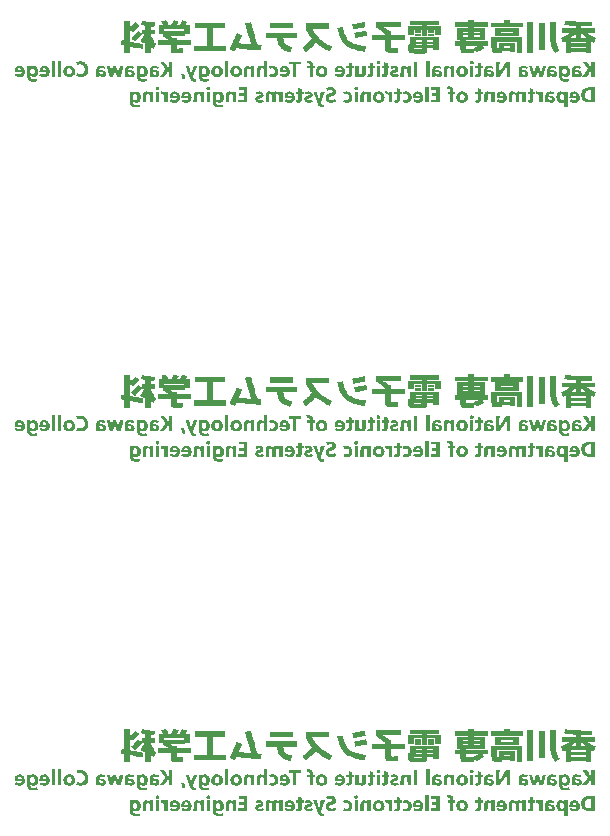
<source format=gbr>
%TF.GenerationSoftware,KiCad,Pcbnew,(6.0.10)*%
%TF.CreationDate,2023-09-25T09:49:00+09:00*%
%TF.ProjectId,simpleLogicCircuit,73696d70-6c65-44c6-9f67-696343697263,rev?*%
%TF.SameCoordinates,Original*%
%TF.FileFunction,Legend,Bot*%
%TF.FilePolarity,Positive*%
%FSLAX46Y46*%
G04 Gerber Fmt 4.6, Leading zero omitted, Abs format (unit mm)*
G04 Created by KiCad (PCBNEW (6.0.10)) date 2023-09-25 09:49:00*
%MOMM*%
%LPD*%
G01*
G04 APERTURE LIST*
G04 APERTURE END LIST*
%TO.C,G\u002A\u002A\u002A*%
G36*
X79019949Y-105953220D02*
G01*
X79048697Y-105955691D01*
X79072012Y-105960958D01*
X79094964Y-105969853D01*
X79105784Y-105975187D01*
X79147129Y-106004797D01*
X79183768Y-106045931D01*
X79213562Y-106096308D01*
X79234859Y-106141325D01*
X79234865Y-106056029D01*
X79234870Y-105970733D01*
X79517980Y-105970733D01*
X79517980Y-106878135D01*
X79234870Y-106878135D01*
X79234870Y-106628457D01*
X79234864Y-106598967D01*
X79234762Y-106536953D01*
X79234467Y-106487002D01*
X79233891Y-106447374D01*
X79232944Y-106416331D01*
X79231537Y-106392133D01*
X79229581Y-106373041D01*
X79226986Y-106357317D01*
X79223664Y-106343221D01*
X79219526Y-106329014D01*
X79213653Y-106312073D01*
X79188663Y-106265387D01*
X79154269Y-106229655D01*
X79110788Y-106205075D01*
X79058536Y-106191846D01*
X78997830Y-106190166D01*
X78944747Y-106193572D01*
X78941193Y-106171078D01*
X78939306Y-106158746D01*
X78934417Y-106123577D01*
X78929729Y-106085812D01*
X78925529Y-106048282D01*
X78922107Y-106013818D01*
X78919751Y-105985250D01*
X78918748Y-105965411D01*
X78919389Y-105957130D01*
X78922127Y-105956109D01*
X78936794Y-105954324D01*
X78960747Y-105953114D01*
X78990477Y-105952697D01*
X79019949Y-105953220D01*
G37*
G36*
X83988492Y-101404686D02*
G01*
X83991090Y-101405073D01*
X84000851Y-101412437D01*
X84001052Y-101413392D01*
X83998962Y-101425048D01*
X83992708Y-101447586D01*
X83983013Y-101478950D01*
X83970599Y-101517084D01*
X83956188Y-101559929D01*
X83940505Y-101605430D01*
X83924270Y-101651528D01*
X83908206Y-101696168D01*
X83893037Y-101737292D01*
X83879485Y-101772843D01*
X83868272Y-101800763D01*
X83860121Y-101818997D01*
X83855755Y-101825487D01*
X83849634Y-101823037D01*
X83832571Y-101814240D01*
X83807022Y-101800194D01*
X83775174Y-101782105D01*
X83739214Y-101761180D01*
X83630326Y-101697107D01*
X83629672Y-101876535D01*
X83628463Y-102207855D01*
X83628136Y-102297569D01*
X83626599Y-102718604D01*
X83147588Y-102718604D01*
X83147588Y-102616975D01*
X81935299Y-102616975D01*
X81935299Y-102718604D01*
X81456191Y-102718604D01*
X81456191Y-102297569D01*
X81935299Y-102297569D01*
X83147588Y-102297569D01*
X83147588Y-102159644D01*
X81935299Y-102159644D01*
X81935299Y-102297569D01*
X81456191Y-102297569D01*
X81456191Y-101876535D01*
X81935299Y-101876535D01*
X83147588Y-101876535D01*
X83147588Y-101738610D01*
X81935299Y-101738610D01*
X81935299Y-101876535D01*
X81456191Y-101876535D01*
X81456191Y-101695364D01*
X81392672Y-101733821D01*
X81360245Y-101753316D01*
X81312207Y-101781460D01*
X81275200Y-101801991D01*
X81248587Y-101815238D01*
X81231731Y-101821530D01*
X81223997Y-101821197D01*
X81223689Y-101820760D01*
X81219315Y-101810783D01*
X81211158Y-101789719D01*
X81199947Y-101759629D01*
X81186412Y-101722574D01*
X81171283Y-101680614D01*
X81155289Y-101635809D01*
X81139159Y-101590221D01*
X81123624Y-101545910D01*
X81109413Y-101504936D01*
X81097255Y-101469361D01*
X81087881Y-101441244D01*
X81082019Y-101422646D01*
X81080399Y-101415629D01*
X81081697Y-101414935D01*
X81093246Y-101409133D01*
X81107506Y-101402054D01*
X81885089Y-101402054D01*
X81885446Y-101402249D01*
X81895430Y-101402901D01*
X81917664Y-101403484D01*
X81950383Y-101403976D01*
X81991821Y-101404356D01*
X82040212Y-101404599D01*
X82093792Y-101404686D01*
X82305519Y-101404686D01*
X82305519Y-101023577D01*
X82784477Y-101023577D01*
X82784552Y-101214131D01*
X82784627Y-101404686D01*
X82993071Y-101404686D01*
X83033265Y-101404650D01*
X83086100Y-101404419D01*
X83126597Y-101403916D01*
X83156097Y-101403077D01*
X83175937Y-101401836D01*
X83187456Y-101400127D01*
X83191992Y-101397886D01*
X83190884Y-101395047D01*
X83185406Y-101390273D01*
X83169720Y-101376890D01*
X83146510Y-101357236D01*
X83117868Y-101333078D01*
X83085885Y-101306188D01*
X83061078Y-101284957D01*
X83018797Y-101247533D01*
X82973155Y-101205976D01*
X82928205Y-101163987D01*
X82887996Y-101125272D01*
X82784477Y-101023577D01*
X82305519Y-101023577D01*
X82305519Y-101017584D01*
X82187557Y-101133457D01*
X82184098Y-101136848D01*
X82142608Y-101176786D01*
X82098014Y-101218549D01*
X82053641Y-101259095D01*
X82012813Y-101295384D01*
X81978854Y-101324376D01*
X81958158Y-101341496D01*
X81929909Y-101364877D01*
X81907018Y-101383836D01*
X81891431Y-101396766D01*
X81885089Y-101402054D01*
X81107506Y-101402054D01*
X81115147Y-101398261D01*
X81145493Y-101383264D01*
X81182378Y-101365083D01*
X81223896Y-101344663D01*
X81268382Y-101322597D01*
X81355620Y-101277774D01*
X81435495Y-101234213D01*
X81512311Y-101189444D01*
X81590367Y-101141000D01*
X81673967Y-101086412D01*
X81801003Y-101001799D01*
X81479783Y-100999909D01*
X81158563Y-100998018D01*
X81158563Y-100613431D01*
X82305519Y-100613431D01*
X82305519Y-100411328D01*
X82260149Y-100407013D01*
X82235898Y-100404830D01*
X82201058Y-100401867D01*
X82160993Y-100398580D01*
X82120409Y-100395361D01*
X82073392Y-100391557D01*
X82002638Y-100385361D01*
X81928938Y-100378419D01*
X81853742Y-100370904D01*
X81778501Y-100362990D01*
X81704663Y-100354849D01*
X81633681Y-100346654D01*
X81567004Y-100338577D01*
X81506082Y-100330791D01*
X81452367Y-100323469D01*
X81407307Y-100316783D01*
X81372354Y-100310906D01*
X81348959Y-100306012D01*
X81338570Y-100302271D01*
X81338465Y-100302077D01*
X81339406Y-100293006D01*
X81343424Y-100272451D01*
X81349949Y-100242720D01*
X81358411Y-100206120D01*
X81368239Y-100164958D01*
X81378864Y-100121543D01*
X81389714Y-100078181D01*
X81400220Y-100037179D01*
X81409811Y-100000845D01*
X81417917Y-99971487D01*
X81423967Y-99951411D01*
X81427392Y-99942925D01*
X81429876Y-99942564D01*
X81444249Y-99943481D01*
X81469065Y-99946289D01*
X81501754Y-99950681D01*
X81539748Y-99956351D01*
X81545638Y-99957266D01*
X81694862Y-99978313D01*
X81857357Y-99997307D01*
X82033261Y-100014259D01*
X82222714Y-100029176D01*
X82425854Y-100042068D01*
X82642820Y-100052943D01*
X82873752Y-100061810D01*
X83118788Y-100068678D01*
X83378068Y-100073557D01*
X83721066Y-100078560D01*
X83720960Y-100108256D01*
X83720555Y-100124486D01*
X83719236Y-100152820D01*
X83717177Y-100188667D01*
X83714558Y-100229583D01*
X83711559Y-100273122D01*
X83708360Y-100316840D01*
X83705140Y-100358291D01*
X83702079Y-100395030D01*
X83699358Y-100424613D01*
X83697154Y-100444594D01*
X83695650Y-100452528D01*
X83690898Y-100453023D01*
X83673017Y-100453355D01*
X83643317Y-100453360D01*
X83603325Y-100453069D01*
X83554567Y-100452514D01*
X83498567Y-100451725D01*
X83436851Y-100450734D01*
X83370946Y-100449572D01*
X83302377Y-100448269D01*
X83232671Y-100446857D01*
X83163352Y-100445368D01*
X83095946Y-100443831D01*
X83031980Y-100442279D01*
X82972979Y-100440743D01*
X82920468Y-100439253D01*
X82875974Y-100437840D01*
X82841023Y-100436537D01*
X82817140Y-100435373D01*
X82805850Y-100434380D01*
X82784627Y-100430136D01*
X82784627Y-100613431D01*
X83924324Y-100613431D01*
X83924324Y-100998169D01*
X83603940Y-100998169D01*
X83582607Y-100998170D01*
X83509767Y-100998198D01*
X83449944Y-100998307D01*
X83401948Y-100998549D01*
X83364587Y-100998977D01*
X83336672Y-100999645D01*
X83317011Y-101000605D01*
X83304415Y-101001910D01*
X83297694Y-101003612D01*
X83295655Y-101005766D01*
X83297110Y-101008424D01*
X83300868Y-101011638D01*
X83303656Y-101013777D01*
X83308941Y-101017584D01*
X83326498Y-101030230D01*
X83358722Y-101052279D01*
X83397754Y-101078258D01*
X83441020Y-101106497D01*
X83485944Y-101135327D01*
X83529952Y-101163080D01*
X83570468Y-101188087D01*
X83604919Y-101208680D01*
X83607661Y-101210274D01*
X83637980Y-101227405D01*
X83675011Y-101247634D01*
X83716802Y-101269966D01*
X83761404Y-101293402D01*
X83806866Y-101316947D01*
X83851239Y-101339603D01*
X83892571Y-101360375D01*
X83928912Y-101378266D01*
X83958313Y-101392279D01*
X83970896Y-101397886D01*
X83978823Y-101401418D01*
X83988492Y-101404686D01*
G37*
G36*
X78463578Y-105675829D02*
G01*
X78473038Y-105678548D01*
X78494184Y-105684587D01*
X78523011Y-105692797D01*
X78556133Y-105702213D01*
X78580703Y-105709209D01*
X78620165Y-105720504D01*
X78656780Y-105731045D01*
X78684985Y-105739233D01*
X78733984Y-105753571D01*
X78733984Y-105970733D01*
X78879169Y-105970733D01*
X78879169Y-106173991D01*
X78733984Y-106173991D01*
X78733929Y-106404471D01*
X78733885Y-106428199D01*
X78733456Y-106486319D01*
X78732619Y-106540994D01*
X78731436Y-106590010D01*
X78729967Y-106631152D01*
X78728271Y-106662205D01*
X78726410Y-106680955D01*
X78724736Y-106690473D01*
X78707153Y-106750270D01*
X78678965Y-106800150D01*
X78640168Y-106840120D01*
X78590756Y-106870184D01*
X78530726Y-106890348D01*
X78521539Y-106892203D01*
X78487700Y-106895984D01*
X78447420Y-106897147D01*
X78403690Y-106895961D01*
X78359501Y-106892692D01*
X78317846Y-106887608D01*
X78281716Y-106880978D01*
X78254103Y-106873069D01*
X78237997Y-106864148D01*
X78237656Y-106863548D01*
X78238035Y-106852642D01*
X78242056Y-106831154D01*
X78249120Y-106801877D01*
X78258631Y-106767609D01*
X78285257Y-106677050D01*
X78311807Y-106686534D01*
X78326717Y-106691116D01*
X78364366Y-106696152D01*
X78398030Y-106691709D01*
X78424910Y-106678424D01*
X78442202Y-106656932D01*
X78442623Y-106655900D01*
X78445262Y-106643019D01*
X78447358Y-106619718D01*
X78448939Y-106585179D01*
X78450033Y-106538583D01*
X78450669Y-106479111D01*
X78450875Y-106405944D01*
X78450875Y-106173991D01*
X78247617Y-106173991D01*
X78247617Y-105970733D01*
X78450875Y-105970733D01*
X78450875Y-105821430D01*
X78450880Y-105805624D01*
X78451014Y-105759297D01*
X78451449Y-105725197D01*
X78452341Y-105701546D01*
X78453845Y-105686563D01*
X78456115Y-105678469D01*
X78459308Y-105675484D01*
X78463578Y-105675829D01*
G37*
G36*
X39915694Y-104321216D02*
G01*
X39902010Y-104399019D01*
X39877226Y-104468727D01*
X39840890Y-104531536D01*
X39792551Y-104588643D01*
X39787316Y-104593828D01*
X39737229Y-104636608D01*
X39683641Y-104669362D01*
X39623152Y-104693834D01*
X39552361Y-104711768D01*
X39547440Y-104712679D01*
X39508362Y-104717157D01*
X39460735Y-104719128D01*
X39409148Y-104718716D01*
X39358189Y-104716042D01*
X39312447Y-104711230D01*
X39276511Y-104704401D01*
X39203323Y-104678446D01*
X39134705Y-104639999D01*
X39074653Y-104590935D01*
X39024320Y-104532385D01*
X38984859Y-104465479D01*
X38957424Y-104391349D01*
X38949445Y-104353845D01*
X38942788Y-104297203D01*
X38940435Y-104236683D01*
X38940646Y-104230844D01*
X39223426Y-104230844D01*
X39226137Y-104294382D01*
X39237501Y-104352087D01*
X39256831Y-104402414D01*
X39283438Y-104443821D01*
X39316636Y-104474764D01*
X39355738Y-104493702D01*
X39372050Y-104497923D01*
X39423205Y-104503785D01*
X39473285Y-104499394D01*
X39519409Y-104485511D01*
X39558694Y-104462897D01*
X39588260Y-104432313D01*
X39590624Y-104428858D01*
X39607336Y-104400948D01*
X39618939Y-104372639D01*
X39626263Y-104340430D01*
X39630139Y-104300817D01*
X39631395Y-104250299D01*
X39631399Y-104249106D01*
X39631183Y-104209042D01*
X39629882Y-104179577D01*
X39627018Y-104156901D01*
X39622116Y-104137205D01*
X39614700Y-104116679D01*
X39590665Y-104071725D01*
X39556019Y-104033766D01*
X39513571Y-104007004D01*
X39464745Y-103992076D01*
X39410963Y-103989615D01*
X39353650Y-104000256D01*
X39318892Y-104015304D01*
X39282954Y-104044755D01*
X39255175Y-104085749D01*
X39235838Y-104137846D01*
X39225225Y-104200606D01*
X39223426Y-104230844D01*
X38940646Y-104230844D01*
X38942560Y-104177970D01*
X38949336Y-104126750D01*
X38961532Y-104077350D01*
X38986647Y-104012857D01*
X39021834Y-103955411D01*
X39068874Y-103901658D01*
X39095693Y-103876711D01*
X39146327Y-103838929D01*
X39201619Y-103810357D01*
X39266241Y-103788311D01*
X39297877Y-103782027D01*
X39342134Y-103777374D01*
X39392828Y-103774953D01*
X39445848Y-103774771D01*
X39497085Y-103776835D01*
X39542428Y-103781154D01*
X39577768Y-103787736D01*
X39638766Y-103807717D01*
X39711247Y-103843432D01*
X39773424Y-103889156D01*
X39824990Y-103944466D01*
X39865635Y-104008942D01*
X39895049Y-104082162D01*
X39912924Y-104163704D01*
X39918679Y-104249106D01*
X39918951Y-104253148D01*
X39915694Y-104321216D01*
G37*
G36*
X60385485Y-106005214D02*
G01*
X60386788Y-106009222D01*
X60400091Y-106050751D01*
X60415447Y-106099595D01*
X60432327Y-106153988D01*
X60450201Y-106212165D01*
X60468541Y-106272361D01*
X60486815Y-106332811D01*
X60504494Y-106391751D01*
X60521049Y-106447414D01*
X60535950Y-106498037D01*
X60548667Y-106541853D01*
X60558671Y-106577098D01*
X60565431Y-106602007D01*
X60568419Y-106614815D01*
X60569174Y-106619807D01*
X60571217Y-106631091D01*
X60573421Y-106635414D01*
X60576476Y-106631357D01*
X60581073Y-106617498D01*
X60587902Y-106592419D01*
X60597655Y-106554698D01*
X60601889Y-106538727D01*
X60612182Y-106501737D01*
X60625658Y-106454821D01*
X60641588Y-106400460D01*
X60659241Y-106341139D01*
X60677887Y-106279340D01*
X60696796Y-106217546D01*
X60771777Y-105974363D01*
X60925673Y-105972403D01*
X60942083Y-105972218D01*
X60985951Y-105971974D01*
X61023743Y-105972125D01*
X61053351Y-105972641D01*
X61072663Y-105973491D01*
X61079569Y-105974645D01*
X61078916Y-105976609D01*
X61073729Y-105990082D01*
X61063741Y-106015342D01*
X61049399Y-106051272D01*
X61031152Y-106096759D01*
X61009447Y-106150688D01*
X60984734Y-106211944D01*
X60957460Y-106279412D01*
X60928075Y-106351979D01*
X60897025Y-106428528D01*
X60714481Y-106878211D01*
X60741340Y-106941691D01*
X60753215Y-106969244D01*
X60771158Y-107007760D01*
X60786823Y-107035966D01*
X60801689Y-107056058D01*
X60817236Y-107070235D01*
X60834945Y-107080696D01*
X60866319Y-107091358D01*
X60910495Y-107095609D01*
X60954094Y-107089245D01*
X60959813Y-107087463D01*
X60967447Y-107085275D01*
X60973159Y-107085802D01*
X60977844Y-107090944D01*
X60982395Y-107102597D01*
X60987706Y-107122661D01*
X60994670Y-107153033D01*
X61004182Y-107195612D01*
X61004985Y-107199200D01*
X61012129Y-107232754D01*
X61017434Y-107260620D01*
X61020401Y-107279985D01*
X61020532Y-107288034D01*
X61015758Y-107290072D01*
X60999872Y-107294177D01*
X60977468Y-107298657D01*
X60950712Y-107302075D01*
X60906361Y-107304122D01*
X60858065Y-107303212D01*
X60810408Y-107299599D01*
X60767973Y-107293537D01*
X60735342Y-107285277D01*
X60679622Y-107259725D01*
X60621853Y-107219501D01*
X60572109Y-107169434D01*
X60533096Y-107111848D01*
X60528927Y-107102301D01*
X60520109Y-107080463D01*
X60507175Y-107047674D01*
X60490589Y-107005160D01*
X60470820Y-106954145D01*
X60448332Y-106895855D01*
X60423593Y-106831514D01*
X60397070Y-106762348D01*
X60369228Y-106689582D01*
X60340534Y-106614441D01*
X60311455Y-106538149D01*
X60282458Y-106461932D01*
X60254007Y-106387015D01*
X60226572Y-106314623D01*
X60200616Y-106245981D01*
X60176608Y-106182314D01*
X60155014Y-106124847D01*
X60136300Y-106074806D01*
X60120932Y-106033414D01*
X60109378Y-106001898D01*
X60102103Y-105981482D01*
X60099574Y-105973391D01*
X60099595Y-105973344D01*
X60107201Y-105972520D01*
X60126970Y-105971803D01*
X60156669Y-105971237D01*
X60194062Y-105970866D01*
X60236916Y-105970733D01*
X60374258Y-105970733D01*
X60385485Y-106005214D01*
G37*
G36*
X70741586Y-100359358D02*
G01*
X69710778Y-100359358D01*
X69710778Y-100431951D01*
X70872252Y-100431951D01*
X70872252Y-101172391D01*
X70429440Y-101172391D01*
X70429440Y-100707801D01*
X69710778Y-100707801D01*
X69710778Y-101295797D01*
X69297002Y-101295797D01*
X69297002Y-100707801D01*
X68578340Y-100707801D01*
X68578340Y-101172391D01*
X68128268Y-101172391D01*
X68128268Y-100431951D01*
X69297002Y-100431951D01*
X69297002Y-100359358D01*
X68258934Y-100359358D01*
X68258934Y-99996397D01*
X70741586Y-99996397D01*
X70741586Y-100359358D01*
G37*
G36*
X45482801Y-106483488D02*
G01*
X45481674Y-106525815D01*
X45479359Y-106558877D01*
X45475628Y-106585628D01*
X45470257Y-106609020D01*
X45463445Y-106631749D01*
X45433582Y-106703793D01*
X45394447Y-106765330D01*
X45346721Y-106815850D01*
X45291088Y-106854843D01*
X45228229Y-106881801D01*
X45158829Y-106896213D01*
X45083569Y-106897571D01*
X45071918Y-106896601D01*
X45004057Y-106883455D01*
X44943247Y-106858339D01*
X44890537Y-106821798D01*
X44846978Y-106774381D01*
X44824579Y-106743840D01*
X44827603Y-106827591D01*
X44827637Y-106828517D01*
X44829393Y-106866437D01*
X44831975Y-106894149D01*
X44836196Y-106915875D01*
X44842873Y-106935837D01*
X44852818Y-106958257D01*
X44856394Y-106965543D01*
X44884801Y-107010636D01*
X44919286Y-107047884D01*
X44956848Y-107073951D01*
X44998333Y-107089535D01*
X45053444Y-107099649D01*
X45115794Y-107102434D01*
X45182640Y-107097941D01*
X45251237Y-107086220D01*
X45318841Y-107067321D01*
X45318921Y-107067294D01*
X45342477Y-107059716D01*
X45359868Y-107054907D01*
X45367334Y-107053906D01*
X45368864Y-107056386D01*
X45375369Y-107069846D01*
X45385345Y-107092013D01*
X45397456Y-107119750D01*
X45410363Y-107149915D01*
X45422730Y-107179369D01*
X45433219Y-107204973D01*
X45440494Y-107223586D01*
X45443215Y-107232069D01*
X45439765Y-107236540D01*
X45424379Y-107244703D01*
X45398860Y-107254418D01*
X45365620Y-107264983D01*
X45327070Y-107275698D01*
X45285619Y-107285861D01*
X45243679Y-107294770D01*
X45203661Y-107301726D01*
X45182059Y-107303826D01*
X45146441Y-107305157D01*
X45104695Y-107305233D01*
X45061374Y-107304120D01*
X45021033Y-107301883D01*
X44988225Y-107298590D01*
X44983614Y-107297936D01*
X44896564Y-107278614D01*
X44817536Y-107247428D01*
X44747112Y-107204881D01*
X44685873Y-107151475D01*
X44634400Y-107087714D01*
X44593274Y-107014098D01*
X44563077Y-106931131D01*
X44562247Y-106928157D01*
X44559117Y-106916341D01*
X44556442Y-106904417D01*
X44554181Y-106891182D01*
X44552289Y-106875436D01*
X44550724Y-106855979D01*
X44549442Y-106831610D01*
X44548401Y-106801128D01*
X44547557Y-106763332D01*
X44546866Y-106717022D01*
X44546286Y-106660996D01*
X44545773Y-106594054D01*
X44545284Y-106514995D01*
X44544777Y-106422619D01*
X44544728Y-106413545D01*
X44822961Y-106413545D01*
X44822972Y-106415894D01*
X44823532Y-106457867D01*
X44825025Y-106488953D01*
X44827854Y-106512610D01*
X44832426Y-106532297D01*
X44839147Y-106551470D01*
X44862191Y-106596734D01*
X44893478Y-106635100D01*
X44930115Y-106661534D01*
X44945072Y-106668159D01*
X44990307Y-106678864D01*
X45038029Y-106678766D01*
X45083852Y-106668185D01*
X45123390Y-106647439D01*
X45129787Y-106642094D01*
X45150262Y-106617980D01*
X45170037Y-106585814D01*
X45186494Y-106550269D01*
X45197014Y-106516020D01*
X45197080Y-106515703D01*
X45201524Y-106478843D01*
X45202246Y-106434131D01*
X45199561Y-106387108D01*
X45193783Y-106343313D01*
X45185225Y-106308287D01*
X45178241Y-106289860D01*
X45151581Y-106241770D01*
X45116957Y-106205207D01*
X45074999Y-106180724D01*
X45026341Y-106168876D01*
X45001274Y-106167733D01*
X44951969Y-106175140D01*
X44908673Y-106195590D01*
X44872099Y-106228677D01*
X44842958Y-106273992D01*
X44834889Y-106291173D01*
X44829158Y-106306716D01*
X44825581Y-106323375D01*
X44823675Y-106344499D01*
X44822962Y-106373439D01*
X44822961Y-106413545D01*
X44544728Y-106413545D01*
X44542361Y-105970733D01*
X44826182Y-105970733D01*
X44826182Y-106071201D01*
X44867976Y-106029407D01*
X44870695Y-106026715D01*
X44909708Y-105994262D01*
X44951706Y-105971778D01*
X45000144Y-105957841D01*
X45058477Y-105951030D01*
X45096656Y-105950505D01*
X45169670Y-105959555D01*
X45237262Y-105981580D01*
X45298644Y-106015973D01*
X45353027Y-106062125D01*
X45399620Y-106119428D01*
X45437635Y-106187275D01*
X45466282Y-106265058D01*
X45470807Y-106281625D01*
X45475992Y-106304993D01*
X45479486Y-106329406D01*
X45481608Y-106358231D01*
X45482674Y-106394834D01*
X45482943Y-106434131D01*
X45483001Y-106442582D01*
X45482801Y-106483488D01*
G37*
G36*
X47651738Y-103693154D02*
G01*
X47674197Y-103726441D01*
X47711155Y-103781463D01*
X47745581Y-103833017D01*
X47776536Y-103879680D01*
X47803082Y-103920030D01*
X47824280Y-103952643D01*
X47839191Y-103976096D01*
X47846877Y-103988967D01*
X47864164Y-104021633D01*
X47866061Y-103725820D01*
X47867957Y-103430007D01*
X48150903Y-103430007D01*
X48150903Y-104700370D01*
X47867952Y-104700370D01*
X47864164Y-104086966D01*
X47842387Y-104127734D01*
X47837997Y-104135319D01*
X47824764Y-104156487D01*
X47804859Y-104187263D01*
X47779250Y-104226186D01*
X47748904Y-104271798D01*
X47714790Y-104322639D01*
X47677876Y-104377251D01*
X47639129Y-104434173D01*
X47457648Y-104699845D01*
X47278185Y-104700107D01*
X47098721Y-104700370D01*
X47335653Y-104368821D01*
X47366191Y-104326020D01*
X47408372Y-104266667D01*
X47447389Y-104211494D01*
X47482484Y-104161588D01*
X47512899Y-104118036D01*
X47537874Y-104081926D01*
X47556653Y-104054344D01*
X47568476Y-104036378D01*
X47572586Y-104029115D01*
X47572529Y-104028892D01*
X47567483Y-104020730D01*
X47554966Y-104002361D01*
X47535958Y-103975146D01*
X47511438Y-103940445D01*
X47482385Y-103899618D01*
X47449779Y-103854024D01*
X47414599Y-103805024D01*
X47377826Y-103753978D01*
X47340438Y-103702245D01*
X47303416Y-103651186D01*
X47267739Y-103602161D01*
X47234385Y-103556530D01*
X47204336Y-103515653D01*
X47178571Y-103480889D01*
X47158068Y-103453600D01*
X47140149Y-103430007D01*
X47473887Y-103430007D01*
X47651738Y-103693154D01*
G37*
G36*
X76999958Y-105953933D02*
G01*
X77061988Y-105967728D01*
X77116794Y-105990461D01*
X77123503Y-105994465D01*
X77147192Y-106011800D01*
X77174100Y-106034910D01*
X77199611Y-106059920D01*
X77211919Y-106072819D01*
X77230285Y-106091424D01*
X77243264Y-106103719D01*
X77248619Y-106107532D01*
X77252282Y-106101816D01*
X77261706Y-106086898D01*
X77274570Y-106066437D01*
X77304431Y-106028166D01*
X77349020Y-105991153D01*
X77400598Y-105965707D01*
X77404057Y-105964554D01*
X77443164Y-105956231D01*
X77490103Y-105952540D01*
X77539537Y-105953414D01*
X77586129Y-105958783D01*
X77624543Y-105968579D01*
X77677103Y-105993128D01*
X77734999Y-106034346D01*
X77784784Y-106086880D01*
X77804644Y-106112288D01*
X77804724Y-106041510D01*
X77804805Y-105970733D01*
X78087914Y-105970733D01*
X78087914Y-106878135D01*
X77804805Y-106878135D01*
X77804805Y-106599973D01*
X77804733Y-106527346D01*
X77804388Y-106462065D01*
X77803594Y-106408447D01*
X77802178Y-106365015D01*
X77799964Y-106330290D01*
X77796778Y-106302796D01*
X77792445Y-106281053D01*
X77786791Y-106263586D01*
X77779642Y-106248915D01*
X77770821Y-106235564D01*
X77760156Y-106222053D01*
X77728927Y-106193614D01*
X77689537Y-106174013D01*
X77647389Y-106166891D01*
X77618597Y-106169030D01*
X77584112Y-106180931D01*
X77552348Y-106205090D01*
X77550386Y-106206996D01*
X77540163Y-106217771D01*
X77531689Y-106229170D01*
X77524801Y-106242582D01*
X77519335Y-106259397D01*
X77515129Y-106281003D01*
X77512018Y-106308792D01*
X77509839Y-106344151D01*
X77508429Y-106388470D01*
X77507624Y-106443139D01*
X77507261Y-106509547D01*
X77507177Y-106589084D01*
X77507177Y-106878135D01*
X77224686Y-106878135D01*
X77222562Y-106585952D01*
X77220438Y-106293768D01*
X77200832Y-106256603D01*
X77198273Y-106251871D01*
X77169225Y-106211308D01*
X77134391Y-106184052D01*
X77093714Y-106170070D01*
X77047135Y-106169329D01*
X77014480Y-106177428D01*
X76979272Y-106198739D01*
X76952043Y-106231502D01*
X76933815Y-106274766D01*
X76932305Y-106285274D01*
X76930662Y-106310163D01*
X76929247Y-106347149D01*
X76928091Y-106394908D01*
X76927223Y-106452116D01*
X76926676Y-106517448D01*
X76926480Y-106589581D01*
X76926439Y-106878135D01*
X76642182Y-106878135D01*
X76645268Y-106546026D01*
X76645653Y-106506121D01*
X76646491Y-106431365D01*
X76647399Y-106369112D01*
X76648433Y-106317992D01*
X76649647Y-106276634D01*
X76651096Y-106243668D01*
X76652833Y-106217724D01*
X76654915Y-106197431D01*
X76657396Y-106181419D01*
X76660329Y-106168318D01*
X76680872Y-106107609D01*
X76710350Y-106054061D01*
X76748017Y-106012025D01*
X76794393Y-105980931D01*
X76850000Y-105960206D01*
X76872661Y-105955246D01*
X76935313Y-105949598D01*
X76999958Y-105953933D01*
G37*
G36*
X82826835Y-104437352D02*
G01*
X82822884Y-104502644D01*
X82806358Y-104561161D01*
X82777818Y-104612108D01*
X82737822Y-104654696D01*
X82686931Y-104688132D01*
X82625705Y-104711626D01*
X82623966Y-104712100D01*
X82559441Y-104722276D01*
X82495198Y-104718836D01*
X82433301Y-104702545D01*
X82375812Y-104674169D01*
X82324793Y-104634473D01*
X82282307Y-104584223D01*
X82281256Y-104582681D01*
X82275860Y-104575682D01*
X82272511Y-104575249D01*
X82270696Y-104583369D01*
X82269899Y-104602031D01*
X82269604Y-104633222D01*
X82269223Y-104700370D01*
X82007891Y-104700370D01*
X82007891Y-104389385D01*
X82007893Y-104372430D01*
X82007959Y-104299728D01*
X82269188Y-104299728D01*
X82269707Y-104324846D01*
X82271903Y-104352744D01*
X82275610Y-104379781D01*
X82280658Y-104402316D01*
X82282163Y-104407017D01*
X82299820Y-104442279D01*
X82326139Y-104475028D01*
X82357390Y-104501336D01*
X82389842Y-104517276D01*
X82395538Y-104518861D01*
X82434816Y-104525029D01*
X82473489Y-104524032D01*
X82505507Y-104515938D01*
X82533129Y-104498635D01*
X82555281Y-104471516D01*
X82567091Y-104439374D01*
X82568497Y-104405031D01*
X82559440Y-104371310D01*
X82539862Y-104341033D01*
X82509702Y-104317023D01*
X82498448Y-104311709D01*
X82471026Y-104303053D01*
X82432231Y-104294794D01*
X82380492Y-104286562D01*
X82368486Y-104284861D01*
X82333146Y-104279913D01*
X82303888Y-104275901D01*
X82283474Y-104273202D01*
X82274667Y-104272190D01*
X82273851Y-104272395D01*
X82270513Y-104281030D01*
X82269188Y-104299728D01*
X82007959Y-104299728D01*
X82007960Y-104298795D01*
X82008168Y-104237837D01*
X82008576Y-104188029D01*
X82009243Y-104147845D01*
X82010227Y-104115759D01*
X82011588Y-104090245D01*
X82013383Y-104069776D01*
X82015671Y-104052827D01*
X82018511Y-104037871D01*
X82021962Y-104023382D01*
X82032457Y-103986705D01*
X82049562Y-103943467D01*
X82071340Y-103906756D01*
X82100216Y-103871877D01*
X82123460Y-103849835D01*
X82168877Y-103819254D01*
X82223110Y-103796707D01*
X82287551Y-103781675D01*
X82363593Y-103773639D01*
X82446840Y-103773406D01*
X82547514Y-103785382D01*
X82644472Y-103810523D01*
X82735790Y-103848443D01*
X82749385Y-103855343D01*
X82768587Y-103865943D01*
X82777992Y-103873643D01*
X82779827Y-103880689D01*
X82776315Y-103889326D01*
X82774025Y-103893507D01*
X82764799Y-103909788D01*
X82751716Y-103932493D01*
X82736628Y-103958456D01*
X82721384Y-103984507D01*
X82707835Y-104007482D01*
X82697832Y-104024210D01*
X82693226Y-104031526D01*
X82691155Y-104031446D01*
X82678576Y-104027461D01*
X82657333Y-104019318D01*
X82630514Y-104008164D01*
X82579246Y-103988391D01*
X82514801Y-103970359D01*
X82455710Y-103961624D01*
X82402965Y-103961957D01*
X82357563Y-103971129D01*
X82320497Y-103988909D01*
X82292762Y-104015068D01*
X82275352Y-104049376D01*
X82269263Y-104091603D01*
X82269199Y-104096023D01*
X82269622Y-104101889D01*
X82272219Y-104106524D01*
X82278734Y-104110388D01*
X82290911Y-104113941D01*
X82310493Y-104117642D01*
X82339226Y-104121950D01*
X82378852Y-104127324D01*
X82431117Y-104134223D01*
X82457810Y-104137902D01*
X82529590Y-104149850D01*
X82589496Y-104163597D01*
X82639494Y-104179864D01*
X82681554Y-104199374D01*
X82717643Y-104222847D01*
X82749729Y-104251005D01*
X82768940Y-104271990D01*
X82798990Y-104317314D01*
X82817710Y-104368331D01*
X82823038Y-104405031D01*
X82826368Y-104427972D01*
X82826835Y-104437352D01*
G37*
G36*
X67873231Y-103784901D02*
G01*
X67935659Y-103808811D01*
X67990084Y-103844604D01*
X68035973Y-103892008D01*
X68066565Y-103931217D01*
X68068643Y-103862093D01*
X68070720Y-103792968D01*
X68353304Y-103792968D01*
X68353304Y-104700370D01*
X68070195Y-104700370D01*
X68070154Y-104422705D01*
X68070073Y-104377714D01*
X68069631Y-104309790D01*
X68068833Y-104250057D01*
X68067710Y-104199782D01*
X68066293Y-104160228D01*
X68064612Y-104132661D01*
X68062699Y-104118346D01*
X68050073Y-104087275D01*
X68029590Y-104054655D01*
X68005198Y-104026750D01*
X67980432Y-104008289D01*
X67971145Y-104003997D01*
X67932802Y-103993110D01*
X67892468Y-103990230D01*
X67856710Y-103996008D01*
X67822452Y-104012786D01*
X67793322Y-104041351D01*
X67771596Y-104081823D01*
X67769459Y-104087348D01*
X67765733Y-104098059D01*
X67762692Y-104109522D01*
X67760248Y-104123265D01*
X67758311Y-104140819D01*
X67756792Y-104163712D01*
X67755602Y-104193475D01*
X67754651Y-104231637D01*
X67753851Y-104279728D01*
X67753111Y-104339278D01*
X67752343Y-104411816D01*
X67749398Y-104700370D01*
X67474024Y-104700370D01*
X67476842Y-104364631D01*
X67476910Y-104356569D01*
X67477638Y-104277545D01*
X67478397Y-104211528D01*
X67479244Y-104157134D01*
X67480237Y-104112981D01*
X67481432Y-104077685D01*
X67482887Y-104049863D01*
X67484658Y-104028131D01*
X67486802Y-104011108D01*
X67489376Y-103997408D01*
X67492437Y-103985651D01*
X67502316Y-103956152D01*
X67531547Y-103896194D01*
X67569522Y-103847792D01*
X67615988Y-103811116D01*
X67670691Y-103786341D01*
X67733379Y-103773639D01*
X67803798Y-103773183D01*
X67873231Y-103784901D01*
G37*
G36*
X78712207Y-102675049D02*
G01*
X78225839Y-102675049D01*
X78225839Y-100039953D01*
X78712207Y-100039953D01*
X78712207Y-102675049D01*
G37*
G36*
X54056648Y-104321216D02*
G01*
X54042965Y-104399019D01*
X54018180Y-104468727D01*
X53981844Y-104531536D01*
X53933505Y-104588643D01*
X53928271Y-104593828D01*
X53878183Y-104636608D01*
X53824596Y-104669362D01*
X53764107Y-104693834D01*
X53693316Y-104711768D01*
X53688394Y-104712679D01*
X53649317Y-104717157D01*
X53601690Y-104719128D01*
X53550103Y-104718716D01*
X53499144Y-104716042D01*
X53453402Y-104711230D01*
X53417465Y-104704401D01*
X53344278Y-104678446D01*
X53275659Y-104639999D01*
X53215607Y-104590935D01*
X53165274Y-104532385D01*
X53125814Y-104465479D01*
X53098378Y-104391349D01*
X53090399Y-104353845D01*
X53083743Y-104297203D01*
X53081390Y-104236683D01*
X53081601Y-104230844D01*
X53364380Y-104230844D01*
X53367092Y-104294382D01*
X53378456Y-104352087D01*
X53397785Y-104402414D01*
X53424392Y-104443821D01*
X53457591Y-104474764D01*
X53496693Y-104493702D01*
X53513005Y-104497923D01*
X53564159Y-104503785D01*
X53614240Y-104499394D01*
X53660363Y-104485511D01*
X53699649Y-104462897D01*
X53729214Y-104432313D01*
X53731579Y-104428858D01*
X53748291Y-104400948D01*
X53759894Y-104372639D01*
X53767218Y-104340430D01*
X53771093Y-104300817D01*
X53772349Y-104250299D01*
X53772354Y-104249106D01*
X53772138Y-104209042D01*
X53770836Y-104179577D01*
X53767972Y-104156901D01*
X53763071Y-104137205D01*
X53755655Y-104116679D01*
X53731620Y-104071725D01*
X53696974Y-104033766D01*
X53654526Y-104007004D01*
X53605699Y-103992076D01*
X53551918Y-103989615D01*
X53494605Y-104000256D01*
X53459847Y-104015304D01*
X53423909Y-104044755D01*
X53396130Y-104085749D01*
X53376793Y-104137846D01*
X53366179Y-104200606D01*
X53364380Y-104230844D01*
X53081601Y-104230844D01*
X53083515Y-104177970D01*
X53090291Y-104126750D01*
X53102487Y-104077350D01*
X53127602Y-104012857D01*
X53162789Y-103955411D01*
X53209828Y-103901658D01*
X53236647Y-103876711D01*
X53287281Y-103838929D01*
X53342573Y-103810357D01*
X53407195Y-103788311D01*
X53438832Y-103782027D01*
X53483089Y-103777374D01*
X53533782Y-103774953D01*
X53586802Y-103774771D01*
X53638039Y-103776835D01*
X53683383Y-103781154D01*
X53718723Y-103787736D01*
X53779720Y-103807717D01*
X53852201Y-103843432D01*
X53914379Y-103889156D01*
X53965945Y-103944466D01*
X54006589Y-104008942D01*
X54036004Y-104082162D01*
X54053879Y-104163704D01*
X54059634Y-104249106D01*
X54059906Y-104253148D01*
X54056648Y-104321216D01*
G37*
G36*
X49782911Y-106406792D02*
G01*
X49783424Y-106465585D01*
X49780209Y-106521679D01*
X49773255Y-106569410D01*
X49765522Y-106600683D01*
X49738037Y-106672664D01*
X49699269Y-106735833D01*
X49649801Y-106789623D01*
X49590218Y-106833470D01*
X49521105Y-106866808D01*
X49443044Y-106889072D01*
X49385405Y-106896996D01*
X49308689Y-106898859D01*
X49229536Y-106892566D01*
X49152885Y-106878554D01*
X49083677Y-106857260D01*
X49075932Y-106854105D01*
X49042494Y-106838354D01*
X49005795Y-106818556D01*
X48972480Y-106798239D01*
X48914110Y-106759731D01*
X48969179Y-106688228D01*
X48970214Y-106686884D01*
X48991904Y-106659043D01*
X49010797Y-106635338D01*
X49024896Y-106618242D01*
X49032202Y-106610227D01*
X49040077Y-106609599D01*
X49058871Y-106616611D01*
X49086277Y-106631702D01*
X49120543Y-106651021D01*
X49177065Y-106675240D01*
X49233513Y-106688702D01*
X49294230Y-106692679D01*
X49338279Y-106690188D01*
X49387001Y-106679658D01*
X49427101Y-106660156D01*
X49460722Y-106630886D01*
X49463083Y-106628151D01*
X49479225Y-106603713D01*
X49493787Y-106573237D01*
X49504321Y-106542552D01*
X49508377Y-106517486D01*
X49506984Y-106515574D01*
X49500423Y-106513477D01*
X49487425Y-106511779D01*
X49466836Y-106510445D01*
X49437502Y-106509435D01*
X49398268Y-106508715D01*
X49347980Y-106508246D01*
X49285482Y-106507992D01*
X49209622Y-106507915D01*
X48910866Y-106507915D01*
X48915591Y-106403946D01*
X48917243Y-106374009D01*
X48921216Y-106333694D01*
X49172583Y-106333694D01*
X49340480Y-106333694D01*
X49351978Y-106333700D01*
X49405227Y-106333779D01*
X49445688Y-106333452D01*
X49474815Y-106332056D01*
X49494062Y-106328928D01*
X49504883Y-106323402D01*
X49508732Y-106314816D01*
X49507062Y-106302505D01*
X49501327Y-106285806D01*
X49492982Y-106264054D01*
X49479686Y-106234472D01*
X49450267Y-106192444D01*
X49413608Y-106161902D01*
X49371072Y-106143575D01*
X49324020Y-106138195D01*
X49273814Y-106146491D01*
X49257459Y-106152489D01*
X49227080Y-106172211D01*
X49204168Y-106201803D01*
X49187918Y-106242511D01*
X49177523Y-106295583D01*
X49172583Y-106333694D01*
X48921216Y-106333694D01*
X48924224Y-106303167D01*
X48935429Y-106242793D01*
X48951438Y-106190245D01*
X48972831Y-106142879D01*
X48986680Y-106119339D01*
X49028749Y-106067028D01*
X49080737Y-106023474D01*
X49141007Y-105989328D01*
X49207921Y-105965242D01*
X49279842Y-105951870D01*
X49355133Y-105949864D01*
X49432155Y-105959876D01*
X49487805Y-105975756D01*
X49556177Y-106007831D01*
X49617940Y-106051388D01*
X49671791Y-106105077D01*
X49716429Y-106167547D01*
X49750552Y-106237447D01*
X49772858Y-106313425D01*
X49773074Y-106314816D01*
X49778677Y-106350966D01*
X49782911Y-106406792D01*
G37*
G36*
X80623457Y-100724134D02*
G01*
X80623768Y-100782964D01*
X80624454Y-100900699D01*
X80625183Y-101005517D01*
X80625990Y-101098513D01*
X80626910Y-101180784D01*
X80627979Y-101253427D01*
X80629232Y-101317536D01*
X80630704Y-101374209D01*
X80632430Y-101424541D01*
X80634447Y-101469630D01*
X80636788Y-101510571D01*
X80639490Y-101548460D01*
X80642588Y-101584393D01*
X80646117Y-101619468D01*
X80650112Y-101654780D01*
X80654609Y-101691425D01*
X80667208Y-101775771D01*
X80696266Y-101909428D01*
X80735800Y-102034645D01*
X80786442Y-102153032D01*
X80848825Y-102266199D01*
X80923581Y-102375755D01*
X80931833Y-102386868D01*
X80948614Y-102410157D01*
X80961027Y-102428341D01*
X80966846Y-102438206D01*
X80964925Y-102442210D01*
X80951956Y-102454499D01*
X80927119Y-102474209D01*
X80890666Y-102501152D01*
X80842847Y-102535138D01*
X80783911Y-102575981D01*
X80761905Y-102591048D01*
X80717155Y-102621444D01*
X80676789Y-102648542D01*
X80642317Y-102671350D01*
X80615248Y-102688871D01*
X80597092Y-102700113D01*
X80589360Y-102704080D01*
X80587284Y-102703384D01*
X80576339Y-102694050D01*
X80559316Y-102675391D01*
X80537781Y-102649392D01*
X80513298Y-102618038D01*
X80487431Y-102583317D01*
X80461746Y-102547215D01*
X80437807Y-102511716D01*
X80417362Y-102479664D01*
X80362847Y-102385304D01*
X80315637Y-102288426D01*
X80275090Y-102187100D01*
X80240561Y-102079394D01*
X80211405Y-101963376D01*
X80186979Y-101837117D01*
X80166639Y-101698684D01*
X80166437Y-101697084D01*
X80164505Y-101680103D01*
X80162774Y-101661076D01*
X80161230Y-101639111D01*
X80159856Y-101613317D01*
X80158637Y-101582805D01*
X80157559Y-101546682D01*
X80156606Y-101504058D01*
X80155763Y-101454042D01*
X80155014Y-101395744D01*
X80154344Y-101328272D01*
X80153739Y-101250736D01*
X80153183Y-101162245D01*
X80152660Y-101061908D01*
X80152155Y-100948835D01*
X80151654Y-100822133D01*
X80148703Y-100039953D01*
X80619924Y-100039953D01*
X80623457Y-100724134D01*
G37*
G36*
X54824262Y-100092207D02*
G01*
X54829557Y-100098361D01*
X54835241Y-100111228D01*
X54841974Y-100132678D01*
X54850415Y-100164585D01*
X54861222Y-100208819D01*
X54867524Y-100235017D01*
X54922734Y-100454696D01*
X54984253Y-100683600D01*
X55051197Y-100918771D01*
X55122683Y-101157251D01*
X55197824Y-101396079D01*
X55275739Y-101632298D01*
X55355541Y-101862947D01*
X55411215Y-102019951D01*
X55459667Y-102024253D01*
X55461505Y-102024414D01*
X55488630Y-102026461D01*
X55525270Y-102028832D01*
X55566850Y-102031246D01*
X55608796Y-102033422D01*
X55709473Y-102038288D01*
X55705113Y-102108040D01*
X55705024Y-102109472D01*
X55703410Y-102139642D01*
X55701557Y-102180491D01*
X55699612Y-102228410D01*
X55697722Y-102279787D01*
X55696034Y-102331013D01*
X55691317Y-102484234D01*
X55643274Y-102481695D01*
X55638740Y-102481459D01*
X55613565Y-102480187D01*
X55577671Y-102478414D01*
X55534044Y-102476287D01*
X55485667Y-102473951D01*
X55435528Y-102471551D01*
X55318130Y-102465446D01*
X55139954Y-102454452D01*
X54954711Y-102441148D01*
X54765099Y-102425793D01*
X54573817Y-102408643D01*
X54383561Y-102389955D01*
X54197030Y-102369986D01*
X54016922Y-102348994D01*
X53845935Y-102327234D01*
X53686765Y-102304965D01*
X53673597Y-102303044D01*
X53638881Y-102298171D01*
X53610663Y-102294489D01*
X53591562Y-102292329D01*
X53584196Y-102292021D01*
X53583757Y-102292859D01*
X53578928Y-102303592D01*
X53569537Y-102325067D01*
X53556445Y-102355298D01*
X53540515Y-102392297D01*
X53522607Y-102434076D01*
X53520298Y-102439460D01*
X53500859Y-102483674D01*
X53483819Y-102520443D01*
X53469927Y-102548260D01*
X53459932Y-102565616D01*
X53454585Y-102571001D01*
X53444614Y-102567040D01*
X53362167Y-102534208D01*
X53285733Y-102503640D01*
X53216250Y-102475718D01*
X53154653Y-102450822D01*
X53101882Y-102429334D01*
X53058872Y-102411636D01*
X53026561Y-102398108D01*
X53005887Y-102389133D01*
X52997785Y-102385092D01*
X52998866Y-102377989D01*
X53005520Y-102358482D01*
X53017467Y-102327564D01*
X53034313Y-102286156D01*
X53055659Y-102235180D01*
X53081111Y-102175557D01*
X53110272Y-102108207D01*
X53142745Y-102034052D01*
X53178135Y-101954012D01*
X53216044Y-101869008D01*
X53256077Y-101779962D01*
X53297838Y-101687795D01*
X53297970Y-101687503D01*
X53328991Y-101619528D01*
X53361107Y-101549560D01*
X53393724Y-101478865D01*
X53426246Y-101408709D01*
X53458077Y-101340359D01*
X53488623Y-101275080D01*
X53517288Y-101214137D01*
X53543476Y-101158798D01*
X53566592Y-101110327D01*
X53586041Y-101069991D01*
X53601227Y-101039055D01*
X53611555Y-101018786D01*
X53616429Y-101010449D01*
X53622019Y-101011512D01*
X53639299Y-101017521D01*
X53666353Y-101027914D01*
X53701285Y-101041889D01*
X53742199Y-101058646D01*
X53787201Y-101077383D01*
X53834394Y-101097302D01*
X53881884Y-101117599D01*
X53927775Y-101137476D01*
X53970171Y-101156131D01*
X54007178Y-101172763D01*
X54036900Y-101186572D01*
X54057442Y-101196758D01*
X54060555Y-101198735D01*
X54062857Y-101201902D01*
X54063524Y-101207167D01*
X54062111Y-101215638D01*
X54058170Y-101228422D01*
X54051254Y-101246628D01*
X54040916Y-101271362D01*
X54026710Y-101303733D01*
X54008188Y-101344846D01*
X53984903Y-101395811D01*
X53956409Y-101457733D01*
X53922258Y-101531722D01*
X53916758Y-101543639D01*
X53887532Y-101607218D01*
X53860503Y-101666442D01*
X53836234Y-101720052D01*
X53815284Y-101766791D01*
X53798215Y-101805400D01*
X53785589Y-101834621D01*
X53777966Y-101853196D01*
X53775908Y-101859865D01*
X53776108Y-101859916D01*
X53785584Y-101861370D01*
X53807382Y-101864389D01*
X53839614Y-101868722D01*
X53880395Y-101874117D01*
X53927837Y-101880323D01*
X53980055Y-101887088D01*
X54057401Y-101896905D01*
X54141549Y-101907262D01*
X54226301Y-101917392D01*
X54310407Y-101927163D01*
X54392614Y-101936445D01*
X54471673Y-101945110D01*
X54546332Y-101953026D01*
X54615340Y-101960064D01*
X54677447Y-101966093D01*
X54731400Y-101970983D01*
X54775950Y-101974605D01*
X54809845Y-101976829D01*
X54831834Y-101977523D01*
X54840666Y-101976559D01*
X54839884Y-101970299D01*
X54834934Y-101951963D01*
X54826239Y-101923459D01*
X54814387Y-101886648D01*
X54799965Y-101843393D01*
X54783560Y-101795552D01*
X54768804Y-101752815D01*
X54696242Y-101535096D01*
X54624390Y-101307155D01*
X54554345Y-101072549D01*
X54487206Y-100834837D01*
X54483535Y-100821390D01*
X54470339Y-100772164D01*
X54455685Y-100716368D01*
X54440040Y-100655877D01*
X54423869Y-100592566D01*
X54407640Y-100528307D01*
X54391818Y-100464976D01*
X54376870Y-100404446D01*
X54363262Y-100348592D01*
X54351461Y-100299288D01*
X54341933Y-100258407D01*
X54335145Y-100227825D01*
X54331563Y-100209414D01*
X54326860Y-100179247D01*
X54365790Y-100171460D01*
X54389292Y-100166864D01*
X54426159Y-100159882D01*
X54469790Y-100151794D01*
X54518082Y-100142973D01*
X54568929Y-100133792D01*
X54620229Y-100124626D01*
X54669876Y-100115847D01*
X54715766Y-100107831D01*
X54755795Y-100100950D01*
X54787858Y-100095578D01*
X54809852Y-100092089D01*
X54819673Y-100090857D01*
X54824262Y-100092207D01*
G37*
G36*
X70342330Y-100990910D02*
G01*
X69797888Y-100990910D01*
X69797888Y-100780393D01*
X70342330Y-100780393D01*
X70342330Y-100990910D01*
G37*
G36*
X44564850Y-100558909D02*
G01*
X44694576Y-100424652D01*
X44728129Y-100390301D01*
X44768465Y-100349781D01*
X44810584Y-100308154D01*
X44853148Y-100266687D01*
X44894821Y-100226643D01*
X44934265Y-100189288D01*
X44970143Y-100155888D01*
X45001119Y-100127708D01*
X45025854Y-100106012D01*
X45043013Y-100092067D01*
X45051257Y-100087138D01*
X45056997Y-100090963D01*
X45072189Y-100103427D01*
X45095218Y-100123279D01*
X45124600Y-100149221D01*
X45158850Y-100179953D01*
X45196480Y-100214174D01*
X45228517Y-100243452D01*
X45265057Y-100276743D01*
X45297614Y-100306295D01*
X45324510Y-100330586D01*
X45344066Y-100348100D01*
X45354604Y-100357315D01*
X45373919Y-100373421D01*
X45170565Y-100578722D01*
X45167177Y-100582143D01*
X45119572Y-100630380D01*
X45072812Y-100678045D01*
X45028466Y-100723521D01*
X44988100Y-100765189D01*
X44953283Y-100801433D01*
X44925583Y-100830632D01*
X44906568Y-100851170D01*
X44904650Y-100853290D01*
X44881156Y-100878622D01*
X44860967Y-100899289D01*
X44846176Y-100913214D01*
X44838881Y-100918318D01*
X44833821Y-100914952D01*
X44819450Y-100902674D01*
X44797426Y-100882693D01*
X44769222Y-100856368D01*
X44736309Y-100825059D01*
X44700158Y-100790126D01*
X44568480Y-100661934D01*
X44566618Y-101194175D01*
X44566367Y-101275889D01*
X44566189Y-101358432D01*
X44566099Y-101435605D01*
X44566094Y-101506265D01*
X44566173Y-101569266D01*
X44566332Y-101623467D01*
X44566570Y-101667723D01*
X44566883Y-101700891D01*
X44567271Y-101721828D01*
X44567729Y-101729390D01*
X44568066Y-101729522D01*
X44578064Y-101731633D01*
X44601067Y-101735964D01*
X44635975Y-101742323D01*
X44681689Y-101750513D01*
X44737108Y-101760342D01*
X44801133Y-101771614D01*
X44872663Y-101784135D01*
X44950600Y-101797711D01*
X45033843Y-101812146D01*
X45121292Y-101827248D01*
X45137155Y-101829983D01*
X45224061Y-101845041D01*
X45306641Y-101859465D01*
X45383784Y-101873054D01*
X45454382Y-101885609D01*
X45517325Y-101896928D01*
X45571502Y-101906811D01*
X45615806Y-101915057D01*
X45649126Y-101921466D01*
X45670353Y-101925838D01*
X45678377Y-101927970D01*
X45678904Y-101933710D01*
X45678398Y-101951996D01*
X45676832Y-101980594D01*
X45674395Y-102017252D01*
X45671274Y-102059717D01*
X45667656Y-102105736D01*
X45663730Y-102153057D01*
X45659683Y-102199426D01*
X45655702Y-102242591D01*
X45651976Y-102280300D01*
X45648692Y-102310299D01*
X45646038Y-102330336D01*
X45644202Y-102338158D01*
X45644157Y-102338163D01*
X45636073Y-102336969D01*
X45614861Y-102333519D01*
X45581630Y-102327999D01*
X45537490Y-102320597D01*
X45483549Y-102311500D01*
X45420917Y-102300896D01*
X45350704Y-102288972D01*
X45274017Y-102275915D01*
X45191967Y-102261914D01*
X45105662Y-102247154D01*
X44568480Y-102155193D01*
X44566583Y-102444158D01*
X44564686Y-102733122D01*
X44085742Y-102733122D01*
X44085742Y-102403605D01*
X44085700Y-102344353D01*
X44085487Y-102272639D01*
X44085069Y-102213689D01*
X44084416Y-102166477D01*
X44083502Y-102129980D01*
X44082298Y-102103171D01*
X44080776Y-102085025D01*
X44078909Y-102074517D01*
X44076668Y-102070621D01*
X44071400Y-102069273D01*
X44053308Y-102065564D01*
X44025270Y-102060252D01*
X43989895Y-102053828D01*
X43949795Y-102046782D01*
X43922135Y-102041914D01*
X43885364Y-102035162D01*
X43855280Y-102029299D01*
X43834427Y-102024827D01*
X43825349Y-102022248D01*
X43824638Y-102016952D01*
X43824967Y-101999124D01*
X43826443Y-101970923D01*
X43828870Y-101934595D01*
X43832052Y-101892386D01*
X43835793Y-101846541D01*
X43839896Y-101799306D01*
X43844166Y-101752926D01*
X43848406Y-101709647D01*
X43852420Y-101671716D01*
X43856011Y-101641377D01*
X43858985Y-101620876D01*
X43861144Y-101612460D01*
X43861720Y-101612265D01*
X43872300Y-101612869D01*
X43893820Y-101615706D01*
X43923537Y-101620379D01*
X43958706Y-101626496D01*
X43964096Y-101627469D01*
X44000391Y-101633802D01*
X44032220Y-101638999D01*
X44056315Y-101642544D01*
X44069409Y-101643924D01*
X44085742Y-101644240D01*
X44085742Y-99960101D01*
X44564850Y-99960101D01*
X44564850Y-100558909D01*
G37*
G36*
X38757477Y-104700370D02*
G01*
X38474367Y-104700370D01*
X38474367Y-103357415D01*
X38757477Y-103357415D01*
X38757477Y-104700370D01*
G37*
G36*
X61286828Y-104321216D02*
G01*
X61273145Y-104399019D01*
X61248360Y-104468727D01*
X61212024Y-104531536D01*
X61163685Y-104588643D01*
X61158451Y-104593828D01*
X61108363Y-104636608D01*
X61054776Y-104669362D01*
X60994287Y-104693834D01*
X60923496Y-104711768D01*
X60918574Y-104712679D01*
X60879497Y-104717157D01*
X60831870Y-104719128D01*
X60780283Y-104718716D01*
X60729324Y-104716042D01*
X60683582Y-104711230D01*
X60647645Y-104704401D01*
X60574458Y-104678446D01*
X60505839Y-104639999D01*
X60445787Y-104590935D01*
X60395454Y-104532385D01*
X60355994Y-104465479D01*
X60328558Y-104391349D01*
X60320579Y-104353845D01*
X60313923Y-104297203D01*
X60311570Y-104236683D01*
X60311781Y-104230844D01*
X60594560Y-104230844D01*
X60597272Y-104294382D01*
X60608636Y-104352087D01*
X60627965Y-104402414D01*
X60654572Y-104443821D01*
X60687771Y-104474764D01*
X60726873Y-104493702D01*
X60743185Y-104497923D01*
X60794339Y-104503785D01*
X60844420Y-104499394D01*
X60890543Y-104485511D01*
X60929829Y-104462897D01*
X60959394Y-104432313D01*
X60961759Y-104428858D01*
X60978471Y-104400948D01*
X60990074Y-104372639D01*
X60997398Y-104340430D01*
X61001273Y-104300817D01*
X61002529Y-104250299D01*
X61002534Y-104249106D01*
X61002318Y-104209042D01*
X61001016Y-104179577D01*
X60998152Y-104156901D01*
X60993251Y-104137205D01*
X60985835Y-104116679D01*
X60961800Y-104071725D01*
X60927154Y-104033766D01*
X60884706Y-104007004D01*
X60835879Y-103992076D01*
X60782098Y-103989615D01*
X60724785Y-104000256D01*
X60690027Y-104015304D01*
X60654089Y-104044755D01*
X60626310Y-104085749D01*
X60606973Y-104137846D01*
X60596359Y-104200606D01*
X60594560Y-104230844D01*
X60311781Y-104230844D01*
X60313695Y-104177970D01*
X60320471Y-104126750D01*
X60332667Y-104077350D01*
X60357782Y-104012857D01*
X60392969Y-103955411D01*
X60440008Y-103901658D01*
X60466827Y-103876711D01*
X60517461Y-103838929D01*
X60572754Y-103810357D01*
X60637375Y-103788311D01*
X60669012Y-103782027D01*
X60713269Y-103777374D01*
X60763962Y-103774953D01*
X60816982Y-103774771D01*
X60868219Y-103776835D01*
X60913563Y-103781154D01*
X60948903Y-103787736D01*
X61009900Y-103807717D01*
X61082381Y-103843432D01*
X61144559Y-103889156D01*
X61196125Y-103944466D01*
X61236769Y-104008942D01*
X61266184Y-104082162D01*
X61284059Y-104163704D01*
X61289814Y-104249106D01*
X61290086Y-104253148D01*
X61286828Y-104321216D01*
G37*
G36*
X73057277Y-101615203D02*
G01*
X73057277Y-101695054D01*
X74857562Y-101695054D01*
X74857562Y-102065058D01*
X74431286Y-102068904D01*
X74499240Y-102181169D01*
X74519442Y-102214727D01*
X74538529Y-102246824D01*
X74553630Y-102272648D01*
X74563552Y-102290159D01*
X74567105Y-102297316D01*
X74562603Y-102300428D01*
X74546679Y-102309248D01*
X74520916Y-102322788D01*
X74487050Y-102340147D01*
X74446818Y-102360428D01*
X74401958Y-102382733D01*
X74392121Y-102387609D01*
X74332712Y-102417578D01*
X74267036Y-102451441D01*
X74199935Y-102486660D01*
X74136251Y-102520698D01*
X74080826Y-102551017D01*
X74070379Y-102556815D01*
X74020983Y-102583908D01*
X73982663Y-102604239D01*
X73954241Y-102618371D01*
X73934536Y-102626865D01*
X73922368Y-102630283D01*
X73916557Y-102629185D01*
X73913121Y-102624536D01*
X73902844Y-102608656D01*
X73887418Y-102583789D01*
X73867994Y-102551883D01*
X73845725Y-102514883D01*
X73821762Y-102474736D01*
X73797257Y-102433385D01*
X73773361Y-102392779D01*
X73751228Y-102354862D01*
X73732008Y-102321580D01*
X73716853Y-102294879D01*
X73706915Y-102276706D01*
X73703347Y-102269005D01*
X73703602Y-102267986D01*
X73709185Y-102262208D01*
X73722717Y-102252892D01*
X73745044Y-102239563D01*
X73777015Y-102221745D01*
X73819478Y-102198963D01*
X73873281Y-102170740D01*
X73939272Y-102136601D01*
X74077197Y-102065594D01*
X73057277Y-102065274D01*
X73057277Y-102176709D01*
X73057374Y-102194579D01*
X73058291Y-102234315D01*
X73060021Y-102269042D01*
X73062377Y-102295592D01*
X73065173Y-102310795D01*
X73068072Y-102318745D01*
X73072615Y-102326637D01*
X73080362Y-102332066D01*
X73094109Y-102336135D01*
X73116651Y-102339949D01*
X73150783Y-102344613D01*
X73161766Y-102345271D01*
X73186847Y-102345596D01*
X73222959Y-102345419D01*
X73268189Y-102344770D01*
X73320625Y-102343678D01*
X73378353Y-102342171D01*
X73439462Y-102340278D01*
X73493561Y-102338538D01*
X73548927Y-102336909D01*
X73598070Y-102335621D01*
X73639331Y-102334713D01*
X73671055Y-102334218D01*
X73691583Y-102334175D01*
X73699260Y-102334618D01*
X73699618Y-102341632D01*
X73699161Y-102361325D01*
X73697934Y-102391746D01*
X73696024Y-102430964D01*
X73693518Y-102477049D01*
X73690504Y-102528072D01*
X73678827Y-102718604D01*
X73652976Y-102719488D01*
X73642345Y-102719885D01*
X73617683Y-102720867D01*
X73583757Y-102722254D01*
X73543562Y-102723923D01*
X73500089Y-102725751D01*
X73469651Y-102726780D01*
X73422091Y-102727848D01*
X73364920Y-102728714D01*
X73300809Y-102729353D01*
X73232433Y-102729739D01*
X73162463Y-102729847D01*
X73093573Y-102729650D01*
X73030321Y-102729282D01*
X72969607Y-102728796D01*
X72920293Y-102728163D01*
X72880710Y-102727300D01*
X72849188Y-102726122D01*
X72824057Y-102724545D01*
X72803649Y-102722486D01*
X72786294Y-102719861D01*
X72770322Y-102716585D01*
X72754065Y-102712575D01*
X72714050Y-102701132D01*
X72672569Y-102685047D01*
X72641084Y-102665721D01*
X72617036Y-102640998D01*
X72597867Y-102608722D01*
X72581020Y-102566737D01*
X72577253Y-102555251D01*
X72568166Y-102520003D01*
X72561057Y-102478722D01*
X72555772Y-102429721D01*
X72552156Y-102371315D01*
X72550057Y-102301814D01*
X72549319Y-102219533D01*
X72549131Y-102065274D01*
X72084542Y-102065274D01*
X72084542Y-101695054D01*
X72549131Y-101695054D01*
X72549131Y-101615203D01*
X72287800Y-101615203D01*
X72287800Y-101303057D01*
X72737871Y-101303057D01*
X74196974Y-101303057D01*
X74196974Y-101201427D01*
X73717865Y-101201427D01*
X73717865Y-101303057D01*
X73216979Y-101303057D01*
X73216979Y-101201427D01*
X72737871Y-101201427D01*
X72737871Y-101303057D01*
X72287800Y-101303057D01*
X72287800Y-100976392D01*
X72737871Y-100976392D01*
X74196974Y-100976392D01*
X74196974Y-100882022D01*
X73717865Y-100882022D01*
X73717865Y-100976392D01*
X73216979Y-100976392D01*
X73216979Y-100882022D01*
X72737871Y-100882022D01*
X72737871Y-100976392D01*
X72287800Y-100976392D01*
X72287800Y-100569876D01*
X73216979Y-100569876D01*
X73216979Y-100490024D01*
X72084542Y-100490024D01*
X72084542Y-100105286D01*
X73216979Y-100105286D01*
X73216979Y-99909287D01*
X73717865Y-99909287D01*
X73717865Y-100105286D01*
X74857562Y-100105286D01*
X74857562Y-100490024D01*
X73717865Y-100490024D01*
X73717865Y-100569876D01*
X74654304Y-100569876D01*
X74654304Y-101615203D01*
X73057277Y-101615203D01*
G37*
G36*
X46052025Y-105962666D02*
G01*
X46114453Y-105986576D01*
X46168878Y-106022370D01*
X46214767Y-106069773D01*
X46245359Y-106108982D01*
X46247437Y-106039858D01*
X46249514Y-105970733D01*
X46532098Y-105970733D01*
X46532098Y-106878135D01*
X46248989Y-106878135D01*
X46248948Y-106600470D01*
X46248867Y-106555479D01*
X46248425Y-106487555D01*
X46247627Y-106427823D01*
X46246504Y-106377547D01*
X46245087Y-106337993D01*
X46243406Y-106310426D01*
X46241493Y-106296111D01*
X46228867Y-106265040D01*
X46208384Y-106232420D01*
X46183992Y-106204515D01*
X46159226Y-106186054D01*
X46149939Y-106181762D01*
X46111596Y-106170875D01*
X46071262Y-106167995D01*
X46035504Y-106173773D01*
X46001246Y-106190551D01*
X45972116Y-106219116D01*
X45950390Y-106259588D01*
X45948252Y-106265113D01*
X45944526Y-106275825D01*
X45941486Y-106287287D01*
X45939042Y-106301030D01*
X45937105Y-106318584D01*
X45935586Y-106341477D01*
X45934396Y-106371240D01*
X45933445Y-106409402D01*
X45932645Y-106457493D01*
X45931905Y-106517043D01*
X45931137Y-106589581D01*
X45928192Y-106878135D01*
X45652817Y-106878135D01*
X45655636Y-106542396D01*
X45655704Y-106534334D01*
X45656431Y-106455310D01*
X45657191Y-106389293D01*
X45658038Y-106334899D01*
X45659031Y-106290746D01*
X45660226Y-106255450D01*
X45661681Y-106227628D01*
X45663452Y-106205896D01*
X45665596Y-106188873D01*
X45668170Y-106175173D01*
X45671231Y-106163416D01*
X45681110Y-106133917D01*
X45710341Y-106073960D01*
X45748316Y-106025557D01*
X45794782Y-105988881D01*
X45849485Y-105964106D01*
X45912173Y-105951404D01*
X45982592Y-105950948D01*
X46052025Y-105962666D01*
G37*
G36*
X76475051Y-106406792D02*
G01*
X76475565Y-106465585D01*
X76472349Y-106521679D01*
X76465396Y-106569410D01*
X76457663Y-106600683D01*
X76430178Y-106672664D01*
X76391410Y-106735833D01*
X76341942Y-106789623D01*
X76282359Y-106833470D01*
X76213245Y-106866808D01*
X76135185Y-106889072D01*
X76077546Y-106896996D01*
X76000830Y-106898859D01*
X75921677Y-106892566D01*
X75845026Y-106878554D01*
X75775818Y-106857260D01*
X75768073Y-106854105D01*
X75734635Y-106838354D01*
X75697935Y-106818556D01*
X75664621Y-106798239D01*
X75606251Y-106759731D01*
X75661319Y-106688228D01*
X75662354Y-106686884D01*
X75684044Y-106659043D01*
X75702938Y-106635338D01*
X75717037Y-106618242D01*
X75724343Y-106610227D01*
X75732217Y-106609599D01*
X75751012Y-106616611D01*
X75778418Y-106631702D01*
X75812684Y-106651021D01*
X75869206Y-106675240D01*
X75925654Y-106688702D01*
X75986371Y-106692679D01*
X76030420Y-106690188D01*
X76079141Y-106679658D01*
X76119242Y-106660156D01*
X76152862Y-106630886D01*
X76155224Y-106628151D01*
X76171365Y-106603713D01*
X76185928Y-106573237D01*
X76196462Y-106542552D01*
X76200518Y-106517486D01*
X76199125Y-106515574D01*
X76192564Y-106513477D01*
X76179566Y-106511779D01*
X76158977Y-106510445D01*
X76129643Y-106509435D01*
X76090409Y-106508715D01*
X76040120Y-106508246D01*
X75977623Y-106507992D01*
X75901762Y-106507915D01*
X75603007Y-106507915D01*
X75607731Y-106403946D01*
X75609384Y-106374009D01*
X75613356Y-106333694D01*
X75864723Y-106333694D01*
X76032620Y-106333694D01*
X76044119Y-106333700D01*
X76097367Y-106333779D01*
X76137828Y-106333452D01*
X76166955Y-106332056D01*
X76186203Y-106328928D01*
X76197024Y-106323402D01*
X76200872Y-106314816D01*
X76199202Y-106302505D01*
X76193468Y-106285806D01*
X76185122Y-106264054D01*
X76171826Y-106234472D01*
X76142408Y-106192444D01*
X76105749Y-106161902D01*
X76063213Y-106143575D01*
X76016161Y-106138195D01*
X75965955Y-106146491D01*
X75949599Y-106152489D01*
X75919220Y-106172211D01*
X75896308Y-106201803D01*
X75880058Y-106242511D01*
X75869664Y-106295583D01*
X75864723Y-106333694D01*
X75613356Y-106333694D01*
X75616364Y-106303167D01*
X75627570Y-106242793D01*
X75643579Y-106190245D01*
X75664972Y-106142879D01*
X75678820Y-106119339D01*
X75720889Y-106067028D01*
X75772878Y-106023474D01*
X75833147Y-105989328D01*
X75900062Y-105965242D01*
X75971983Y-105951870D01*
X76047273Y-105949864D01*
X76124296Y-105959876D01*
X76179946Y-105975756D01*
X76248318Y-106007831D01*
X76310080Y-106051388D01*
X76363932Y-106105077D01*
X76408570Y-106167547D01*
X76442693Y-106237447D01*
X76464999Y-106313425D01*
X76465215Y-106314816D01*
X76470817Y-106350966D01*
X76475051Y-106406792D01*
G37*
G36*
X42545440Y-104437352D02*
G01*
X42541489Y-104502644D01*
X42524964Y-104561161D01*
X42496423Y-104612108D01*
X42456427Y-104654696D01*
X42405536Y-104688132D01*
X42344310Y-104711626D01*
X42342572Y-104712100D01*
X42278046Y-104722276D01*
X42213804Y-104718836D01*
X42151906Y-104702545D01*
X42094417Y-104674169D01*
X42043398Y-104634473D01*
X42000913Y-104584223D01*
X41999862Y-104582681D01*
X41994465Y-104575682D01*
X41991117Y-104575249D01*
X41989302Y-104583369D01*
X41988504Y-104602031D01*
X41988209Y-104633222D01*
X41987828Y-104700370D01*
X41726496Y-104700370D01*
X41726496Y-104389385D01*
X41726498Y-104372430D01*
X41726564Y-104299728D01*
X41987793Y-104299728D01*
X41988312Y-104324846D01*
X41990509Y-104352744D01*
X41994215Y-104379781D01*
X41999263Y-104402316D01*
X42000768Y-104407017D01*
X42018425Y-104442279D01*
X42044745Y-104475028D01*
X42075995Y-104501336D01*
X42108448Y-104517276D01*
X42114143Y-104518861D01*
X42153421Y-104525029D01*
X42192095Y-104524032D01*
X42224113Y-104515938D01*
X42251734Y-104498635D01*
X42273887Y-104471516D01*
X42285696Y-104439374D01*
X42287102Y-104405031D01*
X42278045Y-104371310D01*
X42258467Y-104341033D01*
X42228307Y-104317023D01*
X42217053Y-104311709D01*
X42189631Y-104303053D01*
X42150836Y-104294794D01*
X42099097Y-104286562D01*
X42087092Y-104284861D01*
X42051752Y-104279913D01*
X42022493Y-104275901D01*
X42002079Y-104273202D01*
X41993273Y-104272190D01*
X41992457Y-104272395D01*
X41989119Y-104281030D01*
X41987793Y-104299728D01*
X41726564Y-104299728D01*
X41726565Y-104298795D01*
X41726773Y-104237837D01*
X41727181Y-104188029D01*
X41727848Y-104147845D01*
X41728833Y-104115759D01*
X41730193Y-104090245D01*
X41731988Y-104069776D01*
X41734276Y-104052827D01*
X41737117Y-104037871D01*
X41740568Y-104023382D01*
X41751063Y-103986705D01*
X41768168Y-103943467D01*
X41789946Y-103906756D01*
X41818821Y-103871877D01*
X41842065Y-103849835D01*
X41887482Y-103819254D01*
X41941715Y-103796707D01*
X42006156Y-103781675D01*
X42082198Y-103773639D01*
X42165445Y-103773406D01*
X42266119Y-103785382D01*
X42363078Y-103810523D01*
X42454396Y-103848443D01*
X42467991Y-103855343D01*
X42487193Y-103865943D01*
X42496598Y-103873643D01*
X42498432Y-103880689D01*
X42494921Y-103889326D01*
X42492630Y-103893507D01*
X42483404Y-103909788D01*
X42470322Y-103932493D01*
X42455233Y-103958456D01*
X42439989Y-103984507D01*
X42426440Y-104007482D01*
X42416437Y-104024210D01*
X42411832Y-104031526D01*
X42409761Y-104031446D01*
X42397181Y-104027461D01*
X42375939Y-104019318D01*
X42349119Y-104008164D01*
X42297851Y-103988391D01*
X42233407Y-103970359D01*
X42174315Y-103961624D01*
X42121571Y-103961957D01*
X42076168Y-103971129D01*
X42039102Y-103988909D01*
X42011367Y-104015068D01*
X41993958Y-104049376D01*
X41987869Y-104091603D01*
X41987804Y-104096023D01*
X41988228Y-104101889D01*
X41990825Y-104106524D01*
X41997340Y-104110388D01*
X42009516Y-104113941D01*
X42029099Y-104117642D01*
X42057831Y-104121950D01*
X42097458Y-104127324D01*
X42149722Y-104134223D01*
X42176415Y-104137902D01*
X42248196Y-104149850D01*
X42308101Y-104163597D01*
X42358100Y-104179864D01*
X42400159Y-104199374D01*
X42436248Y-104222847D01*
X42468334Y-104251005D01*
X42487546Y-104271990D01*
X42517596Y-104317314D01*
X42536315Y-104368331D01*
X42541643Y-104405031D01*
X42544974Y-104427972D01*
X42545440Y-104437352D01*
G37*
G36*
X75393397Y-104437352D02*
G01*
X75389446Y-104502644D01*
X75372920Y-104561161D01*
X75344380Y-104612108D01*
X75304384Y-104654696D01*
X75253493Y-104688132D01*
X75192267Y-104711626D01*
X75190528Y-104712100D01*
X75126003Y-104722276D01*
X75061760Y-104718836D01*
X74999863Y-104702545D01*
X74942374Y-104674169D01*
X74891355Y-104634473D01*
X74848869Y-104584223D01*
X74847818Y-104582681D01*
X74842421Y-104575682D01*
X74839073Y-104575249D01*
X74837258Y-104583369D01*
X74836461Y-104602031D01*
X74836166Y-104633222D01*
X74835785Y-104700370D01*
X74574453Y-104700370D01*
X74574453Y-104389385D01*
X74574455Y-104372430D01*
X74574521Y-104299728D01*
X74835749Y-104299728D01*
X74836269Y-104324846D01*
X74838465Y-104352744D01*
X74842171Y-104379781D01*
X74847220Y-104402316D01*
X74848725Y-104407017D01*
X74866382Y-104442279D01*
X74892701Y-104475028D01*
X74923952Y-104501336D01*
X74956404Y-104517276D01*
X74962100Y-104518861D01*
X75001378Y-104525029D01*
X75040051Y-104524032D01*
X75072069Y-104515938D01*
X75099691Y-104498635D01*
X75121843Y-104471516D01*
X75133652Y-104439374D01*
X75135058Y-104405031D01*
X75126002Y-104371310D01*
X75106423Y-104341033D01*
X75076263Y-104317023D01*
X75065010Y-104311709D01*
X75037588Y-104303053D01*
X74998792Y-104294794D01*
X74947054Y-104286562D01*
X74935048Y-104284861D01*
X74899708Y-104279913D01*
X74870450Y-104275901D01*
X74850035Y-104273202D01*
X74841229Y-104272190D01*
X74840413Y-104272395D01*
X74837075Y-104281030D01*
X74835749Y-104299728D01*
X74574521Y-104299728D01*
X74574522Y-104298795D01*
X74574730Y-104237837D01*
X74575138Y-104188029D01*
X74575805Y-104147845D01*
X74576789Y-104115759D01*
X74578149Y-104090245D01*
X74579944Y-104069776D01*
X74582233Y-104052827D01*
X74585073Y-104037871D01*
X74588524Y-104023382D01*
X74599019Y-103986705D01*
X74616124Y-103943467D01*
X74637902Y-103906756D01*
X74666778Y-103871877D01*
X74690022Y-103849835D01*
X74735439Y-103819254D01*
X74789672Y-103796707D01*
X74854113Y-103781675D01*
X74930155Y-103773639D01*
X75013402Y-103773406D01*
X75114076Y-103785382D01*
X75211034Y-103810523D01*
X75302352Y-103848443D01*
X75315947Y-103855343D01*
X75335149Y-103865943D01*
X75344554Y-103873643D01*
X75346388Y-103880689D01*
X75342877Y-103889326D01*
X75340587Y-103893507D01*
X75331361Y-103909788D01*
X75318278Y-103932493D01*
X75303190Y-103958456D01*
X75287945Y-103984507D01*
X75274397Y-104007482D01*
X75264394Y-104024210D01*
X75259788Y-104031526D01*
X75257717Y-104031446D01*
X75245138Y-104027461D01*
X75223895Y-104019318D01*
X75197076Y-104008164D01*
X75145808Y-103988391D01*
X75081363Y-103970359D01*
X75022272Y-103961624D01*
X74969527Y-103961957D01*
X74924125Y-103971129D01*
X74887059Y-103988909D01*
X74859324Y-104015068D01*
X74841914Y-104049376D01*
X74835825Y-104091603D01*
X74835761Y-104096023D01*
X74836184Y-104101889D01*
X74838781Y-104106524D01*
X74845296Y-104110388D01*
X74857473Y-104113941D01*
X74877055Y-104117642D01*
X74905788Y-104121950D01*
X74945414Y-104127324D01*
X74997679Y-104134223D01*
X75024371Y-104137902D01*
X75096152Y-104149850D01*
X75156058Y-104163597D01*
X75206056Y-104179864D01*
X75248116Y-104199374D01*
X75284205Y-104222847D01*
X75316291Y-104251005D01*
X75335502Y-104271990D01*
X75365552Y-104317314D01*
X75384272Y-104368331D01*
X75389600Y-104405031D01*
X75392930Y-104427972D01*
X75393397Y-104437352D01*
G37*
G36*
X52593544Y-100569876D02*
G01*
X51613550Y-100569876D01*
X51613550Y-102116089D01*
X52680655Y-102116089D01*
X52680655Y-102551642D01*
X50031041Y-102551642D01*
X50031041Y-102116089D01*
X51098145Y-102116089D01*
X51098145Y-100569876D01*
X50118151Y-100569876D01*
X50118151Y-100134323D01*
X52593544Y-100134323D01*
X52593544Y-100569876D01*
G37*
G36*
X59025210Y-103662302D02*
G01*
X58669509Y-103662302D01*
X58669509Y-104700370D01*
X58379140Y-104700370D01*
X58379140Y-103662302D01*
X58016179Y-103662302D01*
X58016179Y-103430007D01*
X59025210Y-103430007D01*
X59025210Y-103662302D01*
G37*
G36*
X47047502Y-106878135D02*
G01*
X46764393Y-106878135D01*
X46764393Y-105970733D01*
X47047502Y-105970733D01*
X47047502Y-106878135D01*
G37*
G36*
X47067932Y-104437352D02*
G01*
X47063981Y-104502644D01*
X47047456Y-104561161D01*
X47018915Y-104612108D01*
X46978919Y-104654696D01*
X46928029Y-104688132D01*
X46866803Y-104711626D01*
X46865064Y-104712100D01*
X46800539Y-104722276D01*
X46736296Y-104718836D01*
X46674399Y-104702545D01*
X46616909Y-104674169D01*
X46565890Y-104634473D01*
X46523405Y-104584223D01*
X46522354Y-104582681D01*
X46516957Y-104575682D01*
X46513609Y-104575249D01*
X46511794Y-104583369D01*
X46510997Y-104602031D01*
X46510701Y-104633222D01*
X46510320Y-104700370D01*
X46248989Y-104700370D01*
X46248989Y-104389385D01*
X46248990Y-104372430D01*
X46249056Y-104299728D01*
X46510285Y-104299728D01*
X46510804Y-104324846D01*
X46513001Y-104352744D01*
X46516707Y-104379781D01*
X46521755Y-104402316D01*
X46523261Y-104407017D01*
X46540917Y-104442279D01*
X46567237Y-104475028D01*
X46598488Y-104501336D01*
X46630940Y-104517276D01*
X46636635Y-104518861D01*
X46675914Y-104525029D01*
X46714587Y-104524032D01*
X46746605Y-104515938D01*
X46774226Y-104498635D01*
X46796379Y-104471516D01*
X46808188Y-104439374D01*
X46809594Y-104405031D01*
X46800538Y-104371310D01*
X46780959Y-104341033D01*
X46750799Y-104317023D01*
X46739545Y-104311709D01*
X46712123Y-104303053D01*
X46673328Y-104294794D01*
X46621589Y-104286562D01*
X46609584Y-104284861D01*
X46574244Y-104279913D01*
X46544985Y-104275901D01*
X46524571Y-104273202D01*
X46515765Y-104272190D01*
X46514949Y-104272395D01*
X46511611Y-104281030D01*
X46510285Y-104299728D01*
X46249056Y-104299728D01*
X46249057Y-104298795D01*
X46249265Y-104237837D01*
X46249674Y-104188029D01*
X46250341Y-104147845D01*
X46251325Y-104115759D01*
X46252685Y-104090245D01*
X46254480Y-104069776D01*
X46256768Y-104052827D01*
X46259609Y-104037871D01*
X46263060Y-104023382D01*
X46273555Y-103986705D01*
X46290660Y-103943467D01*
X46312438Y-103906756D01*
X46341313Y-103871877D01*
X46364557Y-103849835D01*
X46409975Y-103819254D01*
X46464207Y-103796707D01*
X46528648Y-103781675D01*
X46604690Y-103773639D01*
X46687937Y-103773406D01*
X46788611Y-103785382D01*
X46885570Y-103810523D01*
X46976888Y-103848443D01*
X46990483Y-103855343D01*
X47009685Y-103865943D01*
X47019090Y-103873643D01*
X47020924Y-103880689D01*
X47017413Y-103889326D01*
X47015122Y-103893507D01*
X47005897Y-103909788D01*
X46992814Y-103932493D01*
X46977725Y-103958456D01*
X46962481Y-103984507D01*
X46948932Y-104007482D01*
X46938930Y-104024210D01*
X46934324Y-104031526D01*
X46932253Y-104031446D01*
X46919673Y-104027461D01*
X46898431Y-104019318D01*
X46871611Y-104008164D01*
X46820343Y-103988391D01*
X46755899Y-103970359D01*
X46696807Y-103961624D01*
X46644063Y-103961957D01*
X46598660Y-103971129D01*
X46561594Y-103988909D01*
X46533859Y-104015068D01*
X46516450Y-104049376D01*
X46510361Y-104091603D01*
X46510297Y-104096023D01*
X46510720Y-104101889D01*
X46513317Y-104106524D01*
X46519832Y-104110388D01*
X46532008Y-104113941D01*
X46551591Y-104117642D01*
X46580323Y-104121950D01*
X46619950Y-104127324D01*
X46672215Y-104134223D01*
X46698907Y-104137902D01*
X46770688Y-104149850D01*
X46830593Y-104163597D01*
X46880592Y-104179864D01*
X46922651Y-104199374D01*
X46958740Y-104222847D01*
X46990826Y-104251005D01*
X47010038Y-104271990D01*
X47040088Y-104317314D01*
X47058808Y-104368331D01*
X47064136Y-104405031D01*
X47067466Y-104427972D01*
X47067932Y-104437352D01*
G37*
G36*
X69209892Y-100990910D02*
G01*
X68665450Y-100990910D01*
X68665450Y-100780393D01*
X69209892Y-100780393D01*
X69209892Y-100990910D01*
G37*
G36*
X63095816Y-103498064D02*
G01*
X63105275Y-103500783D01*
X63126422Y-103506822D01*
X63155248Y-103515031D01*
X63188371Y-103524448D01*
X63212940Y-103531444D01*
X63252403Y-103542739D01*
X63289018Y-103553279D01*
X63317222Y-103561468D01*
X63366222Y-103575806D01*
X63366222Y-103792968D01*
X63511406Y-103792968D01*
X63511406Y-103996226D01*
X63366222Y-103996226D01*
X63366167Y-104226706D01*
X63366123Y-104250434D01*
X63365693Y-104308554D01*
X63364857Y-104363229D01*
X63363674Y-104412245D01*
X63362205Y-104453387D01*
X63360509Y-104484440D01*
X63358647Y-104503190D01*
X63356974Y-104512708D01*
X63339391Y-104572505D01*
X63311203Y-104622385D01*
X63272406Y-104662355D01*
X63222994Y-104692419D01*
X63162964Y-104712583D01*
X63153777Y-104714438D01*
X63119938Y-104718219D01*
X63079658Y-104719382D01*
X63035927Y-104718196D01*
X62991739Y-104714927D01*
X62950084Y-104709843D01*
X62913954Y-104703213D01*
X62886340Y-104695304D01*
X62870234Y-104686383D01*
X62869894Y-104685782D01*
X62870273Y-104674877D01*
X62874294Y-104653388D01*
X62881358Y-104624112D01*
X62890869Y-104589844D01*
X62917495Y-104499285D01*
X62944045Y-104508769D01*
X62958955Y-104513351D01*
X62996603Y-104518386D01*
X63030268Y-104513944D01*
X63057148Y-104500659D01*
X63074440Y-104479167D01*
X63074861Y-104478135D01*
X63077500Y-104465254D01*
X63079596Y-104441953D01*
X63081177Y-104407414D01*
X63082271Y-104360818D01*
X63082907Y-104301346D01*
X63083113Y-104228179D01*
X63083113Y-103996226D01*
X62879855Y-103996226D01*
X62879855Y-103792968D01*
X63083113Y-103792968D01*
X63083113Y-103643665D01*
X63083117Y-103627859D01*
X63083252Y-103581531D01*
X63083687Y-103547432D01*
X63084579Y-103523781D01*
X63086083Y-103508798D01*
X63088353Y-103500704D01*
X63091546Y-103497719D01*
X63095816Y-103498064D01*
G37*
G36*
X63867108Y-106878135D02*
G01*
X63583999Y-106878135D01*
X63583999Y-105970733D01*
X63867108Y-105970733D01*
X63867108Y-106878135D01*
G37*
G36*
X54509977Y-106878135D02*
G01*
X53747760Y-106878135D01*
X53747760Y-106645840D01*
X54226868Y-106645840D01*
X54226868Y-106355472D01*
X53805833Y-106355472D01*
X53805833Y-106123177D01*
X54226868Y-106123177D01*
X54226868Y-105840067D01*
X53776797Y-105840067D01*
X53776797Y-105607772D01*
X54509977Y-105607772D01*
X54509977Y-106878135D01*
G37*
G36*
X67953486Y-105953013D02*
G01*
X68002033Y-105955336D01*
X68044739Y-105959554D01*
X68077454Y-105965626D01*
X68080203Y-105966363D01*
X68158544Y-105994549D01*
X68228612Y-106033991D01*
X68289504Y-106083811D01*
X68340315Y-106143131D01*
X68380142Y-106211073D01*
X68408081Y-106286760D01*
X68413940Y-106313601D01*
X68420119Y-106360681D01*
X68423573Y-106413518D01*
X68424155Y-106467139D01*
X68421717Y-106516571D01*
X68416110Y-106556841D01*
X68403044Y-106605109D01*
X68372436Y-106675516D01*
X68330414Y-106737701D01*
X68277785Y-106790901D01*
X68215358Y-106834354D01*
X68143939Y-106867297D01*
X68064338Y-106888968D01*
X68029630Y-106893698D01*
X67980902Y-106896625D01*
X67928024Y-106896811D01*
X67875619Y-106894372D01*
X67828308Y-106889424D01*
X67790715Y-106882085D01*
X67785544Y-106880630D01*
X67756702Y-106871212D01*
X67726198Y-106859530D01*
X67697113Y-106846978D01*
X67672525Y-106834950D01*
X67655515Y-106824838D01*
X67649160Y-106818035D01*
X67649609Y-106816308D01*
X67655319Y-106803888D01*
X67666568Y-106782256D01*
X67682050Y-106753876D01*
X67700461Y-106721211D01*
X67751762Y-106631523D01*
X67780323Y-106646094D01*
X67809458Y-106659214D01*
X67867140Y-106675504D01*
X67923754Y-106679456D01*
X67977505Y-106671440D01*
X68026597Y-106651827D01*
X68069237Y-106620987D01*
X68103629Y-106579291D01*
X68122227Y-106541566D01*
X68136697Y-106488094D01*
X68142059Y-106430027D01*
X68138312Y-106371057D01*
X68125459Y-106314874D01*
X68103502Y-106265170D01*
X68092866Y-106249127D01*
X68058224Y-106213996D01*
X68014873Y-106188366D01*
X67964852Y-106172728D01*
X67910197Y-106167574D01*
X67852946Y-106173396D01*
X67795136Y-106190687D01*
X67750719Y-106208628D01*
X67701754Y-106117076D01*
X67694999Y-106104439D01*
X67678140Y-106072839D01*
X67664286Y-106046785D01*
X67654722Y-106028696D01*
X67650730Y-106020987D01*
X67651654Y-106018891D01*
X67662216Y-106011797D01*
X67681788Y-106001994D01*
X67707215Y-105990831D01*
X67735343Y-105979656D01*
X67763018Y-105969819D01*
X67787085Y-105962669D01*
X67814294Y-105957844D01*
X67855467Y-105954225D01*
X67903248Y-105952629D01*
X67953486Y-105953013D01*
G37*
G36*
X63939742Y-104052485D02*
G01*
X63939883Y-104103367D01*
X63940391Y-104163244D01*
X63941224Y-104218635D01*
X63942334Y-104267531D01*
X63943675Y-104307929D01*
X63945198Y-104337821D01*
X63946858Y-104355201D01*
X63950760Y-104374555D01*
X63968279Y-104421329D01*
X63995792Y-104457801D01*
X64033592Y-104484408D01*
X64039724Y-104487388D01*
X64085280Y-104501840D01*
X64129444Y-104503353D01*
X64170193Y-104492742D01*
X64205505Y-104470825D01*
X64233358Y-104438418D01*
X64251730Y-104396337D01*
X64253240Y-104385829D01*
X64254883Y-104360940D01*
X64256298Y-104323954D01*
X64257454Y-104276195D01*
X64258322Y-104218987D01*
X64258869Y-104153655D01*
X64259065Y-104081522D01*
X64259106Y-103792968D01*
X64543383Y-103792968D01*
X64540275Y-104117818D01*
X64539976Y-104148112D01*
X64539127Y-104223460D01*
X64538210Y-104286180D01*
X64537169Y-104337664D01*
X64535947Y-104379304D01*
X64534487Y-104412493D01*
X64532732Y-104438624D01*
X64530626Y-104459087D01*
X64528110Y-104475276D01*
X64525130Y-104488582D01*
X64521637Y-104501203D01*
X64496368Y-104566801D01*
X64462188Y-104621160D01*
X64419274Y-104664096D01*
X64367806Y-104695420D01*
X64307962Y-104714948D01*
X64301667Y-104716035D01*
X64276370Y-104718372D01*
X64243968Y-104719497D01*
X64209897Y-104719175D01*
X64192585Y-104718488D01*
X64162994Y-104716167D01*
X64139609Y-104711597D01*
X64116746Y-104703423D01*
X64088717Y-104690289D01*
X64080095Y-104685922D01*
X64047513Y-104666544D01*
X64018397Y-104643160D01*
X63987297Y-104611537D01*
X63939700Y-104559387D01*
X63939700Y-104700370D01*
X63663850Y-104700370D01*
X63663850Y-103792968D01*
X63939700Y-103792968D01*
X63939742Y-104052485D01*
G37*
G36*
X70806919Y-106878135D02*
G01*
X70044702Y-106878135D01*
X70044702Y-106645840D01*
X70523810Y-106645840D01*
X70523810Y-106355472D01*
X70102775Y-106355472D01*
X70102775Y-106123177D01*
X70523810Y-106123177D01*
X70523810Y-105840067D01*
X70073738Y-105840067D01*
X70073738Y-105607772D01*
X70806919Y-105607772D01*
X70806919Y-106878135D01*
G37*
G36*
X50349482Y-105962666D02*
G01*
X50411909Y-105986576D01*
X50466334Y-106022370D01*
X50512223Y-106069773D01*
X50542815Y-106108982D01*
X50544893Y-106039858D01*
X50546971Y-105970733D01*
X50829554Y-105970733D01*
X50829554Y-106878135D01*
X50546445Y-106878135D01*
X50546405Y-106600470D01*
X50546323Y-106555479D01*
X50545881Y-106487555D01*
X50545083Y-106427823D01*
X50543960Y-106377547D01*
X50542543Y-106337993D01*
X50540863Y-106310426D01*
X50538950Y-106296111D01*
X50526324Y-106265040D01*
X50505840Y-106232420D01*
X50481448Y-106204515D01*
X50456683Y-106186054D01*
X50447396Y-106181762D01*
X50409053Y-106170875D01*
X50368719Y-106167995D01*
X50332960Y-106173773D01*
X50298703Y-106190551D01*
X50269572Y-106219116D01*
X50247846Y-106259588D01*
X50245709Y-106265113D01*
X50241983Y-106275825D01*
X50238943Y-106287287D01*
X50236499Y-106301030D01*
X50234562Y-106318584D01*
X50233043Y-106341477D01*
X50231853Y-106371240D01*
X50230902Y-106409402D01*
X50230101Y-106457493D01*
X50229362Y-106517043D01*
X50228594Y-106589581D01*
X50225648Y-106878135D01*
X49950274Y-106878135D01*
X49953092Y-106542396D01*
X49953161Y-106534334D01*
X49953888Y-106455310D01*
X49954647Y-106389293D01*
X49955494Y-106334899D01*
X49956487Y-106290746D01*
X49957683Y-106255450D01*
X49959137Y-106227628D01*
X49960908Y-106205896D01*
X49963052Y-106188873D01*
X49965626Y-106175173D01*
X49968687Y-106163416D01*
X49978566Y-106133917D01*
X50007797Y-106073960D01*
X50045772Y-106025557D01*
X50092238Y-105988881D01*
X50146941Y-105964106D01*
X50209629Y-105951404D01*
X50280048Y-105950948D01*
X50349482Y-105962666D01*
G37*
G36*
X62601281Y-100492965D02*
G01*
X62605009Y-100505909D01*
X62610706Y-100529428D01*
X62617748Y-100560875D01*
X62625513Y-100597604D01*
X62639552Y-100662561D01*
X62681197Y-100825604D01*
X62729807Y-100978506D01*
X62785140Y-101120782D01*
X62846955Y-101251950D01*
X62915010Y-101371525D01*
X62989063Y-101479024D01*
X63068872Y-101573963D01*
X63154197Y-101655860D01*
X63215813Y-101704950D01*
X63323183Y-101776687D01*
X63443379Y-101841793D01*
X63576332Y-101900247D01*
X63721975Y-101952025D01*
X63880242Y-101997105D01*
X64051064Y-102035462D01*
X64234375Y-102067074D01*
X64430106Y-102091919D01*
X64462680Y-102095420D01*
X64497829Y-102099473D01*
X64521895Y-102102887D01*
X64536851Y-102106128D01*
X64544667Y-102109660D01*
X64547318Y-102113949D01*
X64546773Y-102119461D01*
X64546477Y-102120856D01*
X64543954Y-102134846D01*
X64539553Y-102160754D01*
X64533592Y-102196639D01*
X64526393Y-102240562D01*
X64518276Y-102290580D01*
X64509562Y-102344754D01*
X64507238Y-102359241D01*
X64498685Y-102412140D01*
X64490826Y-102460121D01*
X64483977Y-102501300D01*
X64478452Y-102533793D01*
X64474568Y-102555715D01*
X64472641Y-102565181D01*
X64471539Y-102567398D01*
X64464089Y-102571417D01*
X64448031Y-102572266D01*
X64420530Y-102570219D01*
X64281230Y-102554631D01*
X64071398Y-102524040D01*
X63873929Y-102486097D01*
X63688702Y-102440754D01*
X63515593Y-102387963D01*
X63354479Y-102327676D01*
X63205238Y-102259846D01*
X63067746Y-102184425D01*
X62941881Y-102101365D01*
X62827520Y-102010619D01*
X62724540Y-101912139D01*
X62708475Y-101894990D01*
X62611401Y-101779662D01*
X62521726Y-101652162D01*
X62439645Y-101512881D01*
X62365354Y-101362207D01*
X62299046Y-101200531D01*
X62240916Y-101028240D01*
X62191160Y-100845726D01*
X62189660Y-100839524D01*
X62179018Y-100794329D01*
X62168521Y-100747896D01*
X62158621Y-100702422D01*
X62149767Y-100660103D01*
X62142411Y-100623135D01*
X62137003Y-100593716D01*
X62133994Y-100574042D01*
X62133834Y-100566309D01*
X62139214Y-100564840D01*
X62157155Y-100561297D01*
X62185604Y-100556185D01*
X62222495Y-100549834D01*
X62265757Y-100542579D01*
X62313323Y-100534751D01*
X62363122Y-100526681D01*
X62413087Y-100518704D01*
X62461149Y-100511149D01*
X62505239Y-100504351D01*
X62543288Y-100498641D01*
X62573228Y-100494352D01*
X62592989Y-100491815D01*
X62600503Y-100491363D01*
X62601281Y-100492965D01*
G37*
G36*
X58101973Y-104229027D02*
G01*
X58102487Y-104287819D01*
X58099271Y-104343913D01*
X58092318Y-104391645D01*
X58084585Y-104422918D01*
X58057100Y-104494899D01*
X58018332Y-104558068D01*
X57968864Y-104611858D01*
X57909281Y-104655705D01*
X57840167Y-104689043D01*
X57762107Y-104711307D01*
X57704468Y-104719231D01*
X57627752Y-104721094D01*
X57548599Y-104714801D01*
X57471948Y-104700789D01*
X57402740Y-104679495D01*
X57394995Y-104676340D01*
X57361557Y-104660589D01*
X57324857Y-104640791D01*
X57291543Y-104620474D01*
X57233173Y-104581966D01*
X57288241Y-104510463D01*
X57289276Y-104509119D01*
X57310966Y-104481278D01*
X57329860Y-104457573D01*
X57343959Y-104440476D01*
X57351265Y-104432462D01*
X57359139Y-104431834D01*
X57377934Y-104438846D01*
X57405340Y-104453937D01*
X57439606Y-104473256D01*
X57496128Y-104497475D01*
X57552576Y-104510937D01*
X57613293Y-104514914D01*
X57657342Y-104512423D01*
X57706063Y-104501893D01*
X57746164Y-104482391D01*
X57779784Y-104453121D01*
X57782146Y-104450386D01*
X57798287Y-104425948D01*
X57812850Y-104395472D01*
X57823384Y-104364787D01*
X57827440Y-104339721D01*
X57826047Y-104337809D01*
X57819486Y-104335712D01*
X57806488Y-104334014D01*
X57785899Y-104332679D01*
X57756565Y-104331670D01*
X57717331Y-104330950D01*
X57667042Y-104330481D01*
X57604545Y-104330227D01*
X57528684Y-104330150D01*
X57229929Y-104330150D01*
X57234653Y-104226181D01*
X57236306Y-104196244D01*
X57240278Y-104155929D01*
X57491645Y-104155929D01*
X57659542Y-104155929D01*
X57671041Y-104155935D01*
X57724289Y-104156013D01*
X57764750Y-104155687D01*
X57793877Y-104154291D01*
X57813125Y-104151163D01*
X57823946Y-104145637D01*
X57827794Y-104137051D01*
X57826124Y-104124740D01*
X57820390Y-104108041D01*
X57812044Y-104086289D01*
X57798748Y-104056707D01*
X57769330Y-104014679D01*
X57732671Y-103984137D01*
X57690135Y-103965810D01*
X57643083Y-103960430D01*
X57592877Y-103968726D01*
X57576521Y-103974724D01*
X57546142Y-103994446D01*
X57523230Y-104024038D01*
X57506980Y-104064746D01*
X57496586Y-104117818D01*
X57491645Y-104155929D01*
X57240278Y-104155929D01*
X57243286Y-104125402D01*
X57254492Y-104065028D01*
X57270501Y-104012480D01*
X57291894Y-103965114D01*
X57305742Y-103941574D01*
X57347811Y-103889263D01*
X57399800Y-103845709D01*
X57460069Y-103811562D01*
X57526984Y-103787477D01*
X57598905Y-103774105D01*
X57674195Y-103772099D01*
X57751218Y-103782111D01*
X57806868Y-103797991D01*
X57875240Y-103830066D01*
X57937002Y-103873623D01*
X57990854Y-103927312D01*
X58035492Y-103989782D01*
X58069615Y-104059682D01*
X58091921Y-104135660D01*
X58092137Y-104137051D01*
X58097739Y-104173201D01*
X58101973Y-104229027D01*
G37*
G36*
X56650885Y-103775248D02*
G01*
X56699432Y-103777571D01*
X56742138Y-103781789D01*
X56774853Y-103787861D01*
X56777603Y-103788598D01*
X56855943Y-103816784D01*
X56926011Y-103856226D01*
X56986903Y-103906046D01*
X57037714Y-103965366D01*
X57077541Y-104033308D01*
X57105480Y-104108994D01*
X57111340Y-104135836D01*
X57117518Y-104182916D01*
X57120972Y-104235753D01*
X57121554Y-104289374D01*
X57119116Y-104338806D01*
X57113510Y-104379076D01*
X57100444Y-104427344D01*
X57069836Y-104497751D01*
X57027813Y-104559936D01*
X56975184Y-104613136D01*
X56912757Y-104656589D01*
X56841338Y-104689532D01*
X56761737Y-104711203D01*
X56727029Y-104715933D01*
X56678301Y-104718860D01*
X56625423Y-104719045D01*
X56573018Y-104716607D01*
X56525708Y-104711659D01*
X56488114Y-104704320D01*
X56482944Y-104702865D01*
X56454101Y-104693447D01*
X56423598Y-104681765D01*
X56394512Y-104669213D01*
X56369925Y-104657185D01*
X56352914Y-104647073D01*
X56346559Y-104640270D01*
X56347008Y-104638543D01*
X56352719Y-104626122D01*
X56363967Y-104604491D01*
X56379450Y-104576111D01*
X56397860Y-104543446D01*
X56449161Y-104453758D01*
X56477722Y-104468329D01*
X56506857Y-104481449D01*
X56564540Y-104497739D01*
X56621153Y-104501691D01*
X56674904Y-104493675D01*
X56723997Y-104474061D01*
X56766636Y-104443222D01*
X56801028Y-104401526D01*
X56819626Y-104363801D01*
X56834097Y-104310329D01*
X56839458Y-104252262D01*
X56835711Y-104193292D01*
X56822859Y-104137109D01*
X56800901Y-104087405D01*
X56790265Y-104071362D01*
X56755623Y-104036231D01*
X56712273Y-104010601D01*
X56662251Y-103994963D01*
X56607596Y-103989809D01*
X56550345Y-103995631D01*
X56492535Y-104012922D01*
X56448118Y-104030863D01*
X56399154Y-103939311D01*
X56392398Y-103926674D01*
X56375539Y-103895073D01*
X56361685Y-103869020D01*
X56352121Y-103850931D01*
X56348130Y-103843222D01*
X56349053Y-103841126D01*
X56359616Y-103834032D01*
X56379188Y-103824229D01*
X56404615Y-103813066D01*
X56432743Y-103801891D01*
X56460417Y-103792054D01*
X56484484Y-103784904D01*
X56511693Y-103780079D01*
X56552866Y-103776460D01*
X56600647Y-103774864D01*
X56650885Y-103775248D01*
G37*
G36*
X44962759Y-104437352D02*
G01*
X44958809Y-104502644D01*
X44942283Y-104561161D01*
X44913742Y-104612108D01*
X44873747Y-104654696D01*
X44822856Y-104688132D01*
X44761630Y-104711626D01*
X44759891Y-104712100D01*
X44695366Y-104722276D01*
X44631123Y-104718836D01*
X44569226Y-104702545D01*
X44511736Y-104674169D01*
X44460717Y-104634473D01*
X44418232Y-104584223D01*
X44417181Y-104582681D01*
X44411784Y-104575682D01*
X44408436Y-104575249D01*
X44406621Y-104583369D01*
X44405824Y-104602031D01*
X44405528Y-104633222D01*
X44405147Y-104700370D01*
X44143816Y-104700370D01*
X44143816Y-104389385D01*
X44143817Y-104372430D01*
X44143883Y-104299728D01*
X44405112Y-104299728D01*
X44405631Y-104324846D01*
X44407828Y-104352744D01*
X44411534Y-104379781D01*
X44416582Y-104402316D01*
X44418088Y-104407017D01*
X44435745Y-104442279D01*
X44462064Y-104475028D01*
X44493315Y-104501336D01*
X44525767Y-104517276D01*
X44531462Y-104518861D01*
X44570741Y-104525029D01*
X44609414Y-104524032D01*
X44641432Y-104515938D01*
X44669053Y-104498635D01*
X44691206Y-104471516D01*
X44703015Y-104439374D01*
X44704421Y-104405031D01*
X44695365Y-104371310D01*
X44675786Y-104341033D01*
X44645626Y-104317023D01*
X44634372Y-104311709D01*
X44606950Y-104303053D01*
X44568155Y-104294794D01*
X44516416Y-104286562D01*
X44504411Y-104284861D01*
X44469071Y-104279913D01*
X44439812Y-104275901D01*
X44419398Y-104273202D01*
X44410592Y-104272190D01*
X44409776Y-104272395D01*
X44406438Y-104281030D01*
X44405112Y-104299728D01*
X44143883Y-104299728D01*
X44143884Y-104298795D01*
X44144092Y-104237837D01*
X44144501Y-104188029D01*
X44145168Y-104147845D01*
X44146152Y-104115759D01*
X44147512Y-104090245D01*
X44149307Y-104069776D01*
X44151595Y-104052827D01*
X44154436Y-104037871D01*
X44157887Y-104023382D01*
X44168382Y-103986705D01*
X44185487Y-103943467D01*
X44207265Y-103906756D01*
X44236140Y-103871877D01*
X44259384Y-103849835D01*
X44304802Y-103819254D01*
X44359034Y-103796707D01*
X44423475Y-103781675D01*
X44499517Y-103773639D01*
X44582764Y-103773406D01*
X44683438Y-103785382D01*
X44780397Y-103810523D01*
X44871715Y-103848443D01*
X44885310Y-103855343D01*
X44904512Y-103865943D01*
X44913917Y-103873643D01*
X44915751Y-103880689D01*
X44912240Y-103889326D01*
X44909949Y-103893507D01*
X44900724Y-103909788D01*
X44887641Y-103932493D01*
X44872552Y-103958456D01*
X44857308Y-103984507D01*
X44843759Y-104007482D01*
X44833757Y-104024210D01*
X44829151Y-104031526D01*
X44827080Y-104031446D01*
X44814500Y-104027461D01*
X44793258Y-104019318D01*
X44766438Y-104008164D01*
X44715170Y-103988391D01*
X44650726Y-103970359D01*
X44591634Y-103961624D01*
X44538890Y-103961957D01*
X44493487Y-103971129D01*
X44456421Y-103988909D01*
X44428686Y-104015068D01*
X44411277Y-104049376D01*
X44405188Y-104091603D01*
X44405124Y-104096023D01*
X44405547Y-104101889D01*
X44408144Y-104106524D01*
X44414659Y-104110388D01*
X44426835Y-104113941D01*
X44446418Y-104117642D01*
X44475150Y-104121950D01*
X44514777Y-104127324D01*
X44567042Y-104134223D01*
X44593734Y-104137902D01*
X44665515Y-104149850D01*
X44725420Y-104163597D01*
X44775419Y-104179864D01*
X44817478Y-104199374D01*
X44853567Y-104222847D01*
X44885653Y-104251005D01*
X44904865Y-104271990D01*
X44934915Y-104317314D01*
X44953635Y-104368331D01*
X44958963Y-104405031D01*
X44962293Y-104427972D01*
X44962759Y-104437352D01*
G37*
G36*
X58727582Y-101419204D02*
G01*
X57565229Y-101419204D01*
X57569750Y-101471833D01*
X57575276Y-101525877D01*
X57590449Y-101621162D01*
X57612130Y-101705162D01*
X57641064Y-101779329D01*
X57677997Y-101845114D01*
X57723673Y-101903970D01*
X57778837Y-101957346D01*
X57844234Y-102006696D01*
X57874689Y-102025525D01*
X57927519Y-102053270D01*
X57989048Y-102081298D01*
X58056002Y-102108312D01*
X58125106Y-102133013D01*
X58193086Y-102154102D01*
X58256668Y-102170280D01*
X58312047Y-102182488D01*
X58281367Y-102278139D01*
X58274190Y-102300500D01*
X58259302Y-102346831D01*
X58242447Y-102399227D01*
X58225199Y-102452796D01*
X58209131Y-102502649D01*
X58195540Y-102544499D01*
X58184070Y-102578613D01*
X58175357Y-102602276D01*
X58168585Y-102617271D01*
X58162940Y-102625379D01*
X58157605Y-102628383D01*
X58151766Y-102628065D01*
X58069194Y-102609052D01*
X57934671Y-102572833D01*
X57812681Y-102532605D01*
X57702190Y-102487883D01*
X57602168Y-102438186D01*
X57511583Y-102383028D01*
X57429405Y-102321927D01*
X57354602Y-102254400D01*
X57326419Y-102225385D01*
X57254542Y-102139408D01*
X57194221Y-102047136D01*
X57144772Y-101947261D01*
X57105516Y-101838476D01*
X57075769Y-101719472D01*
X57070192Y-101689067D01*
X57062831Y-101639855D01*
X57057056Y-101590506D01*
X57053782Y-101548143D01*
X57052348Y-101520499D01*
X57050255Y-101486952D01*
X57048162Y-101459679D01*
X57046359Y-101442796D01*
X57042786Y-101419204D01*
X56085227Y-101419204D01*
X56085227Y-100969133D01*
X58727582Y-100969133D01*
X58727582Y-101419204D01*
G37*
G36*
X66294541Y-105953220D02*
G01*
X66323290Y-105955691D01*
X66346605Y-105960958D01*
X66369556Y-105969853D01*
X66380377Y-105975187D01*
X66421721Y-106004797D01*
X66458361Y-106045931D01*
X66488155Y-106096308D01*
X66509452Y-106141325D01*
X66509457Y-106056029D01*
X66509463Y-105970733D01*
X66792572Y-105970733D01*
X66792572Y-106878135D01*
X66509463Y-106878135D01*
X66509463Y-106628457D01*
X66509456Y-106598967D01*
X66509355Y-106536953D01*
X66509060Y-106487002D01*
X66508484Y-106447374D01*
X66507537Y-106416331D01*
X66506130Y-106392133D01*
X66504173Y-106373041D01*
X66501579Y-106357317D01*
X66498257Y-106343221D01*
X66494119Y-106329014D01*
X66488246Y-106312073D01*
X66463256Y-106265387D01*
X66428862Y-106229655D01*
X66385381Y-106205075D01*
X66333129Y-106191846D01*
X66272423Y-106190166D01*
X66219340Y-106193572D01*
X66215786Y-106171078D01*
X66213898Y-106158746D01*
X66209010Y-106123577D01*
X66204321Y-106085812D01*
X66200122Y-106048282D01*
X66196700Y-106013818D01*
X66194343Y-105985250D01*
X66193341Y-105965411D01*
X66193982Y-105957130D01*
X66196719Y-105956109D01*
X66211387Y-105954324D01*
X66235340Y-105953114D01*
X66265069Y-105952697D01*
X66294541Y-105953220D01*
G37*
G36*
X58849174Y-105675829D02*
G01*
X58858633Y-105678548D01*
X58879780Y-105684587D01*
X58908607Y-105692797D01*
X58941729Y-105702213D01*
X58966299Y-105709209D01*
X59005761Y-105720504D01*
X59042376Y-105731045D01*
X59070580Y-105739233D01*
X59119580Y-105753571D01*
X59119580Y-105970733D01*
X59264765Y-105970733D01*
X59264765Y-106173991D01*
X59119580Y-106173991D01*
X59119525Y-106404471D01*
X59119481Y-106428199D01*
X59119052Y-106486319D01*
X59118215Y-106540994D01*
X59117032Y-106590010D01*
X59115563Y-106631152D01*
X59113867Y-106662205D01*
X59112006Y-106680955D01*
X59110332Y-106690473D01*
X59092749Y-106750270D01*
X59064561Y-106800150D01*
X59025764Y-106840120D01*
X58976352Y-106870184D01*
X58916322Y-106890348D01*
X58907135Y-106892203D01*
X58873296Y-106895984D01*
X58833016Y-106897147D01*
X58789286Y-106895961D01*
X58745097Y-106892692D01*
X58703442Y-106887608D01*
X58667312Y-106880978D01*
X58639698Y-106873069D01*
X58623592Y-106864148D01*
X58623252Y-106863548D01*
X58623631Y-106852642D01*
X58627652Y-106831154D01*
X58634716Y-106801877D01*
X58644227Y-106767609D01*
X58670853Y-106677050D01*
X58697403Y-106686534D01*
X58712313Y-106691116D01*
X58749962Y-106696152D01*
X58783626Y-106691709D01*
X58810506Y-106678424D01*
X58827798Y-106656932D01*
X58828219Y-106655900D01*
X58830858Y-106643019D01*
X58832954Y-106619718D01*
X58834535Y-106585179D01*
X58835629Y-106538583D01*
X58836265Y-106479111D01*
X58836471Y-106405944D01*
X58836471Y-106173991D01*
X58633213Y-106173991D01*
X58633213Y-105970733D01*
X58836471Y-105970733D01*
X58836471Y-105821430D01*
X58836475Y-105805624D01*
X58836610Y-105759297D01*
X58837045Y-105725197D01*
X58837937Y-105701546D01*
X58839441Y-105686563D01*
X58841711Y-105678469D01*
X58844904Y-105675484D01*
X58849174Y-105675829D01*
G37*
G36*
X52898431Y-104700370D02*
G01*
X52615322Y-104700370D01*
X52615322Y-103357415D01*
X52898431Y-103357415D01*
X52898431Y-104700370D01*
G37*
G36*
X37776166Y-104229027D02*
G01*
X37776679Y-104287819D01*
X37773464Y-104343913D01*
X37766511Y-104391645D01*
X37758777Y-104422918D01*
X37731292Y-104494899D01*
X37692524Y-104558068D01*
X37643057Y-104611858D01*
X37583474Y-104655705D01*
X37514360Y-104689043D01*
X37436299Y-104711307D01*
X37378660Y-104719231D01*
X37301945Y-104721094D01*
X37222791Y-104714801D01*
X37146141Y-104700789D01*
X37076933Y-104679495D01*
X37069188Y-104676340D01*
X37035750Y-104660589D01*
X36999050Y-104640791D01*
X36965736Y-104620474D01*
X36907365Y-104581966D01*
X36962434Y-104510463D01*
X36963469Y-104509119D01*
X36985159Y-104481278D01*
X37004052Y-104457573D01*
X37018151Y-104440476D01*
X37025458Y-104432462D01*
X37033332Y-104431834D01*
X37052126Y-104438846D01*
X37079532Y-104453937D01*
X37113798Y-104473256D01*
X37170320Y-104497475D01*
X37226768Y-104510937D01*
X37287485Y-104514914D01*
X37331535Y-104512423D01*
X37380256Y-104501893D01*
X37420356Y-104482391D01*
X37453977Y-104453121D01*
X37456338Y-104450386D01*
X37472480Y-104425948D01*
X37487043Y-104395472D01*
X37497577Y-104364787D01*
X37501632Y-104339721D01*
X37500240Y-104337809D01*
X37493678Y-104335712D01*
X37480680Y-104334014D01*
X37460092Y-104332679D01*
X37430757Y-104331670D01*
X37391523Y-104330950D01*
X37341235Y-104330481D01*
X37278737Y-104330227D01*
X37202877Y-104330150D01*
X36904122Y-104330150D01*
X36908846Y-104226181D01*
X36910499Y-104196244D01*
X36914471Y-104155929D01*
X37165838Y-104155929D01*
X37333735Y-104155929D01*
X37345233Y-104155935D01*
X37398482Y-104156013D01*
X37438943Y-104155687D01*
X37468070Y-104154291D01*
X37487317Y-104151163D01*
X37498138Y-104145637D01*
X37501987Y-104137051D01*
X37500317Y-104124740D01*
X37494582Y-104108041D01*
X37486237Y-104086289D01*
X37472941Y-104056707D01*
X37443522Y-104014679D01*
X37406864Y-103984137D01*
X37364327Y-103965810D01*
X37317275Y-103960430D01*
X37267070Y-103968726D01*
X37250714Y-103974724D01*
X37220335Y-103994446D01*
X37197423Y-104024038D01*
X37181173Y-104064746D01*
X37170778Y-104117818D01*
X37165838Y-104155929D01*
X36914471Y-104155929D01*
X36917479Y-104125402D01*
X36928684Y-104065028D01*
X36944693Y-104012480D01*
X36966087Y-103965114D01*
X36979935Y-103941574D01*
X37022004Y-103889263D01*
X37073992Y-103845709D01*
X37134262Y-103811562D01*
X37201176Y-103787477D01*
X37273097Y-103774105D01*
X37348388Y-103772099D01*
X37425410Y-103782111D01*
X37481061Y-103797991D01*
X37549432Y-103830066D01*
X37611195Y-103873623D01*
X37665046Y-103927312D01*
X37709684Y-103989782D01*
X37743808Y-104059682D01*
X37766114Y-104135660D01*
X37766330Y-104137051D01*
X37771932Y-104173201D01*
X37776166Y-104229027D01*
G37*
G36*
X40413183Y-103412747D02*
G01*
X40452531Y-103413520D01*
X40483725Y-103415217D01*
X40509921Y-103418088D01*
X40534276Y-103422384D01*
X40559950Y-103428354D01*
X40570392Y-103431054D01*
X40656942Y-103459988D01*
X40734718Y-103499005D01*
X40806198Y-103549562D01*
X40873858Y-103613117D01*
X40920597Y-103668238D01*
X40971492Y-103747012D01*
X41009685Y-103832355D01*
X41035267Y-103924539D01*
X41048332Y-104023837D01*
X41048970Y-104130522D01*
X41048805Y-104133705D01*
X41037685Y-104236354D01*
X41015751Y-104329345D01*
X40982956Y-104412756D01*
X40939254Y-104486665D01*
X40884598Y-104551152D01*
X40818943Y-104606296D01*
X40742242Y-104652175D01*
X40734222Y-104656097D01*
X40673782Y-104680632D01*
X40606524Y-104700636D01*
X40538999Y-104714114D01*
X40482754Y-104719791D01*
X40404463Y-104721431D01*
X40323062Y-104717225D01*
X40244074Y-104707498D01*
X40173024Y-104692576D01*
X40168985Y-104691486D01*
X40135617Y-104681755D01*
X40101873Y-104670822D01*
X40070616Y-104659746D01*
X40044706Y-104649582D01*
X40027006Y-104641387D01*
X40020377Y-104636217D01*
X40021964Y-104631161D01*
X40028435Y-104614518D01*
X40039023Y-104588602D01*
X40052792Y-104555696D01*
X40068804Y-104518088D01*
X40117433Y-104404768D01*
X40161562Y-104422774D01*
X40192469Y-104433810D01*
X40240049Y-104447019D01*
X40290817Y-104457853D01*
X40339272Y-104465176D01*
X40379912Y-104467854D01*
X40402940Y-104466860D01*
X40438925Y-104463065D01*
X40472610Y-104457409D01*
X40520651Y-104443557D01*
X40581526Y-104413704D01*
X40634459Y-104372489D01*
X40678435Y-104320940D01*
X40712442Y-104260082D01*
X40735465Y-104190946D01*
X40739472Y-104169140D01*
X40743782Y-104127375D01*
X40745901Y-104079639D01*
X40745766Y-104030992D01*
X40743314Y-103986497D01*
X40738480Y-103951213D01*
X40732138Y-103925991D01*
X40706518Y-103863064D01*
X40669144Y-103805370D01*
X40621810Y-103754639D01*
X40566309Y-103712601D01*
X40504437Y-103680984D01*
X40437985Y-103661519D01*
X40435605Y-103661087D01*
X40392258Y-103656792D01*
X40340075Y-103656828D01*
X40283671Y-103660871D01*
X40227659Y-103668601D01*
X40176654Y-103679699D01*
X40160734Y-103683902D01*
X40134829Y-103690290D01*
X40116472Y-103694203D01*
X40108880Y-103694918D01*
X40107503Y-103692195D01*
X40101851Y-103678243D01*
X40092978Y-103655053D01*
X40081922Y-103625467D01*
X40069720Y-103592328D01*
X40057410Y-103558479D01*
X40046029Y-103526764D01*
X40036616Y-103500026D01*
X40030207Y-103481108D01*
X40027840Y-103472853D01*
X40031119Y-103469517D01*
X40045966Y-103462510D01*
X40070310Y-103453690D01*
X40101422Y-103443951D01*
X40136570Y-103434189D01*
X40173024Y-103425296D01*
X40186398Y-103422567D01*
X40217465Y-103418109D01*
X40255341Y-103415084D01*
X40302588Y-103413322D01*
X40361764Y-103412650D01*
X40362521Y-103412648D01*
X40413183Y-103412747D01*
G37*
G36*
X54625160Y-103784901D02*
G01*
X54687588Y-103808811D01*
X54742013Y-103844604D01*
X54787902Y-103892008D01*
X54818494Y-103931217D01*
X54820572Y-103862093D01*
X54822649Y-103792968D01*
X55105233Y-103792968D01*
X55105233Y-104700370D01*
X54822124Y-104700370D01*
X54822083Y-104422705D01*
X54822002Y-104377714D01*
X54821560Y-104309790D01*
X54820762Y-104250057D01*
X54819639Y-104199782D01*
X54818222Y-104160228D01*
X54816541Y-104132661D01*
X54814629Y-104118346D01*
X54802002Y-104087275D01*
X54781519Y-104054655D01*
X54757127Y-104026750D01*
X54732361Y-104008289D01*
X54723074Y-104003997D01*
X54684731Y-103993110D01*
X54644398Y-103990230D01*
X54608639Y-103996008D01*
X54574382Y-104012786D01*
X54545251Y-104041351D01*
X54523525Y-104081823D01*
X54521388Y-104087348D01*
X54517662Y-104098059D01*
X54514621Y-104109522D01*
X54512177Y-104123265D01*
X54510241Y-104140819D01*
X54508722Y-104163712D01*
X54507531Y-104193475D01*
X54506581Y-104231637D01*
X54505780Y-104279728D01*
X54505040Y-104339278D01*
X54504272Y-104411816D01*
X54501327Y-104700370D01*
X54225953Y-104700370D01*
X54228771Y-104364631D01*
X54228839Y-104356569D01*
X54229567Y-104277545D01*
X54230326Y-104211528D01*
X54231173Y-104157134D01*
X54232166Y-104112981D01*
X54233362Y-104077685D01*
X54234816Y-104049863D01*
X54236587Y-104028131D01*
X54238731Y-104011108D01*
X54241305Y-103997408D01*
X54244366Y-103985651D01*
X54254245Y-103956152D01*
X54283476Y-103896194D01*
X54321451Y-103847792D01*
X54367917Y-103811116D01*
X54422620Y-103786341D01*
X54485308Y-103773639D01*
X54555727Y-103773183D01*
X54625160Y-103784901D01*
G37*
G36*
X75518151Y-101295797D02*
G01*
X75518151Y-101012688D01*
X76004519Y-101012688D01*
X76977254Y-101012688D01*
X76977254Y-100889281D01*
X76004519Y-100889281D01*
X76004519Y-101012688D01*
X75518151Y-101012688D01*
X75518151Y-100591653D01*
X77470881Y-100591653D01*
X77470881Y-101295797D01*
X75518151Y-101295797D01*
G37*
G36*
X67168237Y-105675829D02*
G01*
X67177696Y-105678548D01*
X67198843Y-105684587D01*
X67227669Y-105692797D01*
X67260792Y-105702213D01*
X67285361Y-105709209D01*
X67324824Y-105720504D01*
X67361438Y-105731045D01*
X67389643Y-105739233D01*
X67438643Y-105753571D01*
X67438643Y-105970733D01*
X67583827Y-105970733D01*
X67583827Y-106173991D01*
X67438643Y-106173991D01*
X67438588Y-106404471D01*
X67438544Y-106428199D01*
X67438114Y-106486319D01*
X67437278Y-106540994D01*
X67436095Y-106590010D01*
X67434625Y-106631152D01*
X67432930Y-106662205D01*
X67431068Y-106680955D01*
X67429395Y-106690473D01*
X67411811Y-106750270D01*
X67383623Y-106800150D01*
X67344826Y-106840120D01*
X67295415Y-106870184D01*
X67235385Y-106890348D01*
X67226198Y-106892203D01*
X67192359Y-106895984D01*
X67152078Y-106897147D01*
X67108348Y-106895961D01*
X67064160Y-106892692D01*
X67022505Y-106887608D01*
X66986375Y-106880978D01*
X66958761Y-106873069D01*
X66942655Y-106864148D01*
X66942314Y-106863548D01*
X66942693Y-106852642D01*
X66946714Y-106831154D01*
X66953779Y-106801877D01*
X66963290Y-106767609D01*
X66989915Y-106677050D01*
X67016465Y-106686534D01*
X67031376Y-106691116D01*
X67069024Y-106696152D01*
X67102689Y-106691709D01*
X67129568Y-106678424D01*
X67146861Y-106656932D01*
X67147281Y-106655900D01*
X67149921Y-106643019D01*
X67152017Y-106619718D01*
X67153598Y-106585179D01*
X67154692Y-106538583D01*
X67155328Y-106479111D01*
X67155533Y-106405944D01*
X67155533Y-106173991D01*
X66952275Y-106173991D01*
X66952275Y-105970733D01*
X67155533Y-105970733D01*
X67155533Y-105821430D01*
X67155538Y-105805624D01*
X67155672Y-105759297D01*
X67156108Y-105725197D01*
X67157000Y-105701546D01*
X67158503Y-105686563D01*
X67160774Y-105678469D01*
X67163967Y-105675484D01*
X67168237Y-105675829D01*
G37*
G36*
X70342330Y-101281279D02*
G01*
X69797888Y-101281279D01*
X69797888Y-101063502D01*
X70342330Y-101063502D01*
X70342330Y-101281279D01*
G37*
G36*
X63761174Y-105545747D02*
G01*
X63802813Y-105559770D01*
X63837288Y-105582970D01*
X63863681Y-105613305D01*
X63881076Y-105648733D01*
X63888555Y-105687210D01*
X63885201Y-105726693D01*
X63870097Y-105765141D01*
X63842325Y-105800510D01*
X63829084Y-105812090D01*
X63806283Y-105828218D01*
X63786824Y-105837879D01*
X63759285Y-105844336D01*
X63709893Y-105846077D01*
X63661800Y-105836496D01*
X63619551Y-105816184D01*
X63613078Y-105811548D01*
X63584846Y-105781449D01*
X63568028Y-105742678D01*
X63562460Y-105694883D01*
X63563791Y-105671944D01*
X63575513Y-105627696D01*
X63598568Y-105591764D01*
X63632029Y-105565009D01*
X63674967Y-105548293D01*
X63726455Y-105542480D01*
X63761174Y-105545747D01*
G37*
G36*
X78304342Y-104437352D02*
G01*
X78300392Y-104502644D01*
X78283866Y-104561161D01*
X78255326Y-104612108D01*
X78215330Y-104654696D01*
X78164439Y-104688132D01*
X78103213Y-104711626D01*
X78101474Y-104712100D01*
X78036949Y-104722276D01*
X77972706Y-104718836D01*
X77910809Y-104702545D01*
X77853320Y-104674169D01*
X77802301Y-104634473D01*
X77759815Y-104584223D01*
X77758764Y-104582681D01*
X77753367Y-104575682D01*
X77750019Y-104575249D01*
X77748204Y-104583369D01*
X77747407Y-104602031D01*
X77747112Y-104633222D01*
X77746731Y-104700370D01*
X77485399Y-104700370D01*
X77485399Y-104389385D01*
X77485401Y-104372430D01*
X77485467Y-104299728D01*
X77746695Y-104299728D01*
X77747215Y-104324846D01*
X77749411Y-104352744D01*
X77753117Y-104379781D01*
X77758166Y-104402316D01*
X77759671Y-104407017D01*
X77777328Y-104442279D01*
X77803647Y-104475028D01*
X77834898Y-104501336D01*
X77867350Y-104517276D01*
X77873046Y-104518861D01*
X77912324Y-104525029D01*
X77950997Y-104524032D01*
X77983015Y-104515938D01*
X78010637Y-104498635D01*
X78032789Y-104471516D01*
X78044598Y-104439374D01*
X78046004Y-104405031D01*
X78036948Y-104371310D01*
X78017369Y-104341033D01*
X77987209Y-104317023D01*
X77975956Y-104311709D01*
X77948534Y-104303053D01*
X77909738Y-104294794D01*
X77858000Y-104286562D01*
X77845994Y-104284861D01*
X77810654Y-104279913D01*
X77781396Y-104275901D01*
X77760981Y-104273202D01*
X77752175Y-104272190D01*
X77751359Y-104272395D01*
X77748021Y-104281030D01*
X77746695Y-104299728D01*
X77485467Y-104299728D01*
X77485468Y-104298795D01*
X77485676Y-104237837D01*
X77486084Y-104188029D01*
X77486751Y-104147845D01*
X77487735Y-104115759D01*
X77489095Y-104090245D01*
X77490890Y-104069776D01*
X77493179Y-104052827D01*
X77496019Y-104037871D01*
X77499470Y-104023382D01*
X77509965Y-103986705D01*
X77527070Y-103943467D01*
X77548848Y-103906756D01*
X77577723Y-103871877D01*
X77600968Y-103849835D01*
X77646385Y-103819254D01*
X77700618Y-103796707D01*
X77765059Y-103781675D01*
X77841101Y-103773639D01*
X77924348Y-103773406D01*
X78025022Y-103785382D01*
X78121980Y-103810523D01*
X78213298Y-103848443D01*
X78226893Y-103855343D01*
X78246095Y-103865943D01*
X78255500Y-103873643D01*
X78257334Y-103880689D01*
X78253823Y-103889326D01*
X78251533Y-103893507D01*
X78242307Y-103909788D01*
X78229224Y-103932493D01*
X78214136Y-103958456D01*
X78198891Y-103984507D01*
X78185343Y-104007482D01*
X78175340Y-104024210D01*
X78170734Y-104031526D01*
X78168663Y-104031446D01*
X78156084Y-104027461D01*
X78134841Y-104019318D01*
X78108022Y-104008164D01*
X78056754Y-103988391D01*
X77992309Y-103970359D01*
X77933218Y-103961624D01*
X77880473Y-103961957D01*
X77835071Y-103971129D01*
X77798005Y-103988909D01*
X77770270Y-104015068D01*
X77752860Y-104049376D01*
X77746771Y-104091603D01*
X77746707Y-104096023D01*
X77747130Y-104101889D01*
X77749727Y-104106524D01*
X77756242Y-104110388D01*
X77768419Y-104113941D01*
X77788001Y-104117642D01*
X77816734Y-104121950D01*
X77856360Y-104127324D01*
X77908625Y-104134223D01*
X77935317Y-104137902D01*
X78007098Y-104149850D01*
X78067004Y-104163597D01*
X78117002Y-104179864D01*
X78159062Y-104199374D01*
X78195151Y-104222847D01*
X78227237Y-104251005D01*
X78246448Y-104271990D01*
X78276498Y-104317314D01*
X78295218Y-104368331D01*
X78300546Y-104405031D01*
X78303876Y-104427972D01*
X78304342Y-104437352D01*
G37*
G36*
X56405560Y-105953933D02*
G01*
X56467589Y-105967728D01*
X56522396Y-105990461D01*
X56529105Y-105994465D01*
X56552793Y-106011800D01*
X56579702Y-106034910D01*
X56605212Y-106059920D01*
X56617521Y-106072819D01*
X56635887Y-106091424D01*
X56648866Y-106103719D01*
X56654221Y-106107532D01*
X56657883Y-106101816D01*
X56667307Y-106086898D01*
X56680172Y-106066437D01*
X56710032Y-106028166D01*
X56754622Y-105991153D01*
X56806200Y-105965707D01*
X56809659Y-105964554D01*
X56848766Y-105956231D01*
X56895705Y-105952540D01*
X56945139Y-105953414D01*
X56991731Y-105958783D01*
X57030144Y-105968579D01*
X57082705Y-105993128D01*
X57140601Y-106034346D01*
X57190386Y-106086880D01*
X57210245Y-106112288D01*
X57210326Y-106041510D01*
X57210406Y-105970733D01*
X57493516Y-105970733D01*
X57493516Y-106878135D01*
X57210406Y-106878135D01*
X57210406Y-106599973D01*
X57210334Y-106527346D01*
X57209989Y-106462065D01*
X57209196Y-106408447D01*
X57207779Y-106365015D01*
X57205565Y-106330290D01*
X57202379Y-106302796D01*
X57198047Y-106281053D01*
X57192393Y-106263586D01*
X57185243Y-106248915D01*
X57176423Y-106235564D01*
X57165758Y-106222053D01*
X57134529Y-106193614D01*
X57095139Y-106174013D01*
X57052991Y-106166891D01*
X57024198Y-106169030D01*
X56989713Y-106180931D01*
X56957949Y-106205090D01*
X56955988Y-106206996D01*
X56945764Y-106217771D01*
X56937291Y-106229170D01*
X56930403Y-106242582D01*
X56924937Y-106259397D01*
X56920731Y-106281003D01*
X56917620Y-106308792D01*
X56915441Y-106344151D01*
X56914031Y-106388470D01*
X56913226Y-106443139D01*
X56912863Y-106509547D01*
X56912778Y-106589084D01*
X56912778Y-106878135D01*
X56630287Y-106878135D01*
X56628163Y-106585952D01*
X56626039Y-106293768D01*
X56606433Y-106256603D01*
X56603875Y-106251871D01*
X56574826Y-106211308D01*
X56539993Y-106184052D01*
X56499316Y-106170070D01*
X56452736Y-106169329D01*
X56420081Y-106177428D01*
X56384874Y-106198739D01*
X56357645Y-106231502D01*
X56339416Y-106274766D01*
X56337906Y-106285274D01*
X56336264Y-106310163D01*
X56334849Y-106347149D01*
X56333692Y-106394908D01*
X56332825Y-106452116D01*
X56332278Y-106517448D01*
X56332081Y-106589581D01*
X56332041Y-106878135D01*
X56047784Y-106878135D01*
X56050870Y-106546026D01*
X56051255Y-106506121D01*
X56052093Y-106431365D01*
X56053001Y-106369112D01*
X56054035Y-106317992D01*
X56055249Y-106276634D01*
X56056697Y-106243668D01*
X56058435Y-106217724D01*
X56060517Y-106197431D01*
X56062997Y-106181419D01*
X56065931Y-106168318D01*
X56086474Y-106107609D01*
X56115952Y-106054061D01*
X56153618Y-106012025D01*
X56199994Y-105980931D01*
X56255601Y-105960206D01*
X56278263Y-105955246D01*
X56340915Y-105949598D01*
X56405560Y-105953933D01*
G37*
G36*
X46941569Y-105545747D02*
G01*
X46983207Y-105559770D01*
X47017682Y-105582970D01*
X47044076Y-105613305D01*
X47061471Y-105648733D01*
X47068950Y-105687210D01*
X47065596Y-105726693D01*
X47050491Y-105765141D01*
X47022719Y-105800510D01*
X47009478Y-105812090D01*
X46986677Y-105828218D01*
X46967218Y-105837879D01*
X46939680Y-105844336D01*
X46890288Y-105846077D01*
X46842195Y-105836496D01*
X46799946Y-105816184D01*
X46793473Y-105811548D01*
X46765240Y-105781449D01*
X46748423Y-105742678D01*
X46742854Y-105694883D01*
X46744185Y-105671944D01*
X46755907Y-105627696D01*
X46778962Y-105591764D01*
X46812423Y-105565009D01*
X46855362Y-105548293D01*
X46906850Y-105542480D01*
X46941569Y-105545747D01*
G37*
G36*
X48802916Y-106406792D02*
G01*
X48803430Y-106465585D01*
X48800214Y-106521679D01*
X48793261Y-106569410D01*
X48785528Y-106600683D01*
X48758043Y-106672664D01*
X48719275Y-106735833D01*
X48669807Y-106789623D01*
X48610224Y-106833470D01*
X48541110Y-106866808D01*
X48463050Y-106889072D01*
X48405411Y-106896996D01*
X48328695Y-106898859D01*
X48249542Y-106892566D01*
X48172891Y-106878554D01*
X48103683Y-106857260D01*
X48095938Y-106854105D01*
X48062500Y-106838354D01*
X48025801Y-106818556D01*
X47992486Y-106798239D01*
X47934116Y-106759731D01*
X47989184Y-106688228D01*
X47990219Y-106686884D01*
X48011909Y-106659043D01*
X48030803Y-106635338D01*
X48044902Y-106618242D01*
X48052208Y-106610227D01*
X48060082Y-106609599D01*
X48078877Y-106616611D01*
X48106283Y-106631702D01*
X48140549Y-106651021D01*
X48197071Y-106675240D01*
X48253519Y-106688702D01*
X48314236Y-106692679D01*
X48358285Y-106690188D01*
X48407006Y-106679658D01*
X48447107Y-106660156D01*
X48480727Y-106630886D01*
X48483089Y-106628151D01*
X48499230Y-106603713D01*
X48513793Y-106573237D01*
X48524327Y-106542552D01*
X48528383Y-106517486D01*
X48526990Y-106515574D01*
X48520429Y-106513477D01*
X48507431Y-106511779D01*
X48486842Y-106510445D01*
X48457508Y-106509435D01*
X48418274Y-106508715D01*
X48367985Y-106508246D01*
X48305488Y-106507992D01*
X48229627Y-106507915D01*
X47930872Y-106507915D01*
X47935596Y-106403946D01*
X47937249Y-106374009D01*
X47941222Y-106333694D01*
X48192588Y-106333694D01*
X48360485Y-106333694D01*
X48371984Y-106333700D01*
X48425232Y-106333779D01*
X48465693Y-106333452D01*
X48494821Y-106332056D01*
X48514068Y-106328928D01*
X48524889Y-106323402D01*
X48528737Y-106314816D01*
X48527067Y-106302505D01*
X48521333Y-106285806D01*
X48512987Y-106264054D01*
X48499692Y-106234472D01*
X48470273Y-106192444D01*
X48433614Y-106161902D01*
X48391078Y-106143575D01*
X48344026Y-106138195D01*
X48293820Y-106146491D01*
X48277464Y-106152489D01*
X48247085Y-106172211D01*
X48224174Y-106201803D01*
X48207923Y-106242511D01*
X48197529Y-106295583D01*
X48192588Y-106333694D01*
X47941222Y-106333694D01*
X47944230Y-106303167D01*
X47955435Y-106242793D01*
X47971444Y-106190245D01*
X47992837Y-106142879D01*
X48006685Y-106119339D01*
X48048755Y-106067028D01*
X48100743Y-106023474D01*
X48161013Y-105989328D01*
X48227927Y-105965242D01*
X48299848Y-105951870D01*
X48375138Y-105949864D01*
X48452161Y-105959876D01*
X48507811Y-105975756D01*
X48576183Y-106007831D01*
X48637945Y-106051388D01*
X48691797Y-106105077D01*
X48736435Y-106167547D01*
X48770558Y-106237447D01*
X48792864Y-106313425D01*
X48793080Y-106314816D01*
X48798682Y-106350966D01*
X48802916Y-106406792D01*
G37*
G36*
X46070798Y-104305723D02*
G01*
X46069671Y-104348050D01*
X46067355Y-104381112D01*
X46063625Y-104407863D01*
X46058254Y-104431255D01*
X46051441Y-104453984D01*
X46021579Y-104526028D01*
X45982443Y-104587565D01*
X45934718Y-104638085D01*
X45879084Y-104677078D01*
X45816226Y-104704036D01*
X45746826Y-104718448D01*
X45671566Y-104719806D01*
X45659914Y-104718836D01*
X45592054Y-104705690D01*
X45531243Y-104680574D01*
X45478534Y-104644033D01*
X45434975Y-104596615D01*
X45412575Y-104566075D01*
X45415600Y-104649826D01*
X45415633Y-104650752D01*
X45417390Y-104688672D01*
X45419971Y-104716384D01*
X45424193Y-104738110D01*
X45430869Y-104758072D01*
X45440815Y-104780492D01*
X45444391Y-104787778D01*
X45472798Y-104832871D01*
X45507282Y-104870119D01*
X45544845Y-104896186D01*
X45586330Y-104911770D01*
X45641440Y-104921884D01*
X45703791Y-104924669D01*
X45770637Y-104920176D01*
X45839234Y-104908455D01*
X45906838Y-104889556D01*
X45906918Y-104889529D01*
X45930474Y-104881951D01*
X45947864Y-104877142D01*
X45955330Y-104876141D01*
X45956861Y-104878621D01*
X45963366Y-104892081D01*
X45973342Y-104914248D01*
X45985452Y-104941985D01*
X45998360Y-104972150D01*
X46010727Y-105001604D01*
X46021216Y-105027208D01*
X46028490Y-105045821D01*
X46031212Y-105054304D01*
X46027761Y-105058775D01*
X46012375Y-105066938D01*
X45986857Y-105076653D01*
X45953617Y-105087218D01*
X45915066Y-105097933D01*
X45873615Y-105108095D01*
X45831676Y-105117005D01*
X45791658Y-105123961D01*
X45770056Y-105126061D01*
X45734438Y-105127392D01*
X45692691Y-105127468D01*
X45649370Y-105126355D01*
X45609029Y-105124118D01*
X45576221Y-105120825D01*
X45571610Y-105120171D01*
X45484560Y-105100848D01*
X45405533Y-105069663D01*
X45335109Y-105027116D01*
X45273869Y-104973710D01*
X45222396Y-104909948D01*
X45181271Y-104836333D01*
X45151074Y-104753366D01*
X45150244Y-104750392D01*
X45147113Y-104738576D01*
X45144439Y-104726652D01*
X45142177Y-104713417D01*
X45140286Y-104697671D01*
X45138721Y-104678214D01*
X45137439Y-104653845D01*
X45136397Y-104623363D01*
X45135553Y-104585567D01*
X45134862Y-104539256D01*
X45134282Y-104483231D01*
X45133770Y-104416289D01*
X45133281Y-104337230D01*
X45132773Y-104244854D01*
X45132724Y-104235780D01*
X45410958Y-104235780D01*
X45410968Y-104238129D01*
X45411529Y-104280101D01*
X45413021Y-104311188D01*
X45415850Y-104334845D01*
X45420423Y-104354532D01*
X45427144Y-104373705D01*
X45450188Y-104418969D01*
X45481475Y-104457335D01*
X45518111Y-104483769D01*
X45533069Y-104490394D01*
X45578303Y-104501099D01*
X45626025Y-104501001D01*
X45671849Y-104490420D01*
X45711387Y-104469674D01*
X45717784Y-104464329D01*
X45738259Y-104440215D01*
X45758034Y-104408049D01*
X45774491Y-104372504D01*
X45785011Y-104338255D01*
X45785076Y-104337938D01*
X45789521Y-104301078D01*
X45790243Y-104256366D01*
X45787558Y-104209343D01*
X45781779Y-104165548D01*
X45773222Y-104130522D01*
X45766238Y-104112095D01*
X45739578Y-104064005D01*
X45704953Y-104027442D01*
X45662996Y-104002959D01*
X45614338Y-103991111D01*
X45589270Y-103989968D01*
X45539965Y-103997375D01*
X45496670Y-104017825D01*
X45460096Y-104050912D01*
X45430954Y-104096227D01*
X45422885Y-104113408D01*
X45417155Y-104128951D01*
X45413577Y-104145610D01*
X45411672Y-104166734D01*
X45410959Y-104195674D01*
X45410958Y-104235780D01*
X45132724Y-104235780D01*
X45130357Y-103792968D01*
X45414179Y-103792968D01*
X45414179Y-103893435D01*
X45455973Y-103851641D01*
X45458691Y-103848950D01*
X45497705Y-103816497D01*
X45539702Y-103794013D01*
X45588140Y-103780076D01*
X45646474Y-103773265D01*
X45684653Y-103772740D01*
X45757666Y-103781790D01*
X45825259Y-103803815D01*
X45886641Y-103838208D01*
X45941023Y-103884360D01*
X45987617Y-103941663D01*
X46025632Y-104009510D01*
X46054279Y-104087293D01*
X46058804Y-104103860D01*
X46063988Y-104127228D01*
X46067483Y-104151641D01*
X46069605Y-104180466D01*
X46070671Y-104217069D01*
X46070940Y-104256366D01*
X46070998Y-104264817D01*
X46070798Y-104305723D01*
G37*
G36*
X36793519Y-104305723D02*
G01*
X36792392Y-104348050D01*
X36790076Y-104381112D01*
X36786346Y-104407863D01*
X36780975Y-104431255D01*
X36774162Y-104453984D01*
X36744300Y-104526028D01*
X36705164Y-104587565D01*
X36657438Y-104638085D01*
X36601805Y-104677078D01*
X36538947Y-104704036D01*
X36469546Y-104718448D01*
X36394286Y-104719806D01*
X36382635Y-104718836D01*
X36314774Y-104705690D01*
X36253964Y-104680574D01*
X36201254Y-104644033D01*
X36157696Y-104596615D01*
X36135296Y-104566075D01*
X36138321Y-104649826D01*
X36138354Y-104650752D01*
X36140111Y-104688672D01*
X36142692Y-104716384D01*
X36146914Y-104738110D01*
X36153590Y-104758072D01*
X36163536Y-104780492D01*
X36167112Y-104787778D01*
X36195519Y-104832871D01*
X36230003Y-104870119D01*
X36267565Y-104896186D01*
X36309050Y-104911770D01*
X36364161Y-104921884D01*
X36426512Y-104924669D01*
X36493357Y-104920176D01*
X36561954Y-104908455D01*
X36629559Y-104889556D01*
X36629638Y-104889529D01*
X36653194Y-104881951D01*
X36670585Y-104877142D01*
X36678051Y-104876141D01*
X36679581Y-104878621D01*
X36686086Y-104892081D01*
X36696063Y-104914248D01*
X36708173Y-104941985D01*
X36721081Y-104972150D01*
X36733447Y-105001604D01*
X36743937Y-105027208D01*
X36751211Y-105045821D01*
X36753933Y-105054304D01*
X36750482Y-105058775D01*
X36735096Y-105066938D01*
X36709578Y-105076653D01*
X36676338Y-105087218D01*
X36637787Y-105097933D01*
X36596336Y-105108095D01*
X36554397Y-105117005D01*
X36514379Y-105123961D01*
X36492777Y-105126061D01*
X36457159Y-105127392D01*
X36415412Y-105127468D01*
X36372091Y-105126355D01*
X36331750Y-105124118D01*
X36298942Y-105120825D01*
X36294331Y-105120171D01*
X36207281Y-105100848D01*
X36128253Y-105069663D01*
X36057829Y-105027116D01*
X35996590Y-104973710D01*
X35945117Y-104909948D01*
X35903992Y-104836333D01*
X35873795Y-104753366D01*
X35872965Y-104750392D01*
X35869834Y-104738576D01*
X35867159Y-104726652D01*
X35864898Y-104713417D01*
X35863006Y-104697671D01*
X35861441Y-104678214D01*
X35860160Y-104653845D01*
X35859118Y-104623363D01*
X35858274Y-104585567D01*
X35857583Y-104539256D01*
X35857003Y-104483231D01*
X35856490Y-104416289D01*
X35856002Y-104337230D01*
X35855494Y-104244854D01*
X35855445Y-104235780D01*
X36133679Y-104235780D01*
X36133689Y-104238129D01*
X36134250Y-104280101D01*
X36135742Y-104311188D01*
X36138571Y-104334845D01*
X36143143Y-104354532D01*
X36149864Y-104373705D01*
X36172909Y-104418969D01*
X36204196Y-104457335D01*
X36240832Y-104483769D01*
X36255790Y-104490394D01*
X36301024Y-104501099D01*
X36348746Y-104501001D01*
X36394569Y-104490420D01*
X36434108Y-104469674D01*
X36440505Y-104464329D01*
X36460980Y-104440215D01*
X36480755Y-104408049D01*
X36497211Y-104372504D01*
X36507731Y-104338255D01*
X36507797Y-104337938D01*
X36512241Y-104301078D01*
X36512964Y-104256366D01*
X36510278Y-104209343D01*
X36504500Y-104165548D01*
X36495943Y-104130522D01*
X36488959Y-104112095D01*
X36462298Y-104064005D01*
X36427674Y-104027442D01*
X36385717Y-104002959D01*
X36337059Y-103991111D01*
X36311991Y-103989968D01*
X36262686Y-103997375D01*
X36219391Y-104017825D01*
X36182817Y-104050912D01*
X36153675Y-104096227D01*
X36145606Y-104113408D01*
X36139876Y-104128951D01*
X36136298Y-104145610D01*
X36134393Y-104166734D01*
X36133679Y-104195674D01*
X36133679Y-104235780D01*
X35855445Y-104235780D01*
X35853078Y-103792968D01*
X36136899Y-103792968D01*
X36136899Y-103893435D01*
X36178693Y-103851641D01*
X36181412Y-103848950D01*
X36220425Y-103816497D01*
X36262423Y-103794013D01*
X36310861Y-103780076D01*
X36369194Y-103773265D01*
X36407374Y-103772740D01*
X36480387Y-103781790D01*
X36547979Y-103803815D01*
X36609362Y-103838208D01*
X36663744Y-103884360D01*
X36710338Y-103941663D01*
X36748352Y-104009510D01*
X36777000Y-104087293D01*
X36781524Y-104103860D01*
X36786709Y-104127228D01*
X36790204Y-104151641D01*
X36792326Y-104180466D01*
X36793391Y-104217069D01*
X36793661Y-104256366D01*
X36793719Y-104264817D01*
X36793519Y-104305723D01*
G37*
G36*
X64483177Y-105962666D02*
G01*
X64545605Y-105986576D01*
X64600030Y-106022370D01*
X64645919Y-106069773D01*
X64676511Y-106108982D01*
X64678588Y-106039858D01*
X64680666Y-105970733D01*
X64963250Y-105970733D01*
X64963250Y-106878135D01*
X64680140Y-106878135D01*
X64680100Y-106600470D01*
X64680018Y-106555479D01*
X64679577Y-106487555D01*
X64678779Y-106427823D01*
X64677656Y-106377547D01*
X64676238Y-106337993D01*
X64674558Y-106310426D01*
X64672645Y-106296111D01*
X64660019Y-106265040D01*
X64639535Y-106232420D01*
X64615144Y-106204515D01*
X64590378Y-106186054D01*
X64581091Y-106181762D01*
X64542748Y-106170875D01*
X64502414Y-106167995D01*
X64466655Y-106173773D01*
X64432398Y-106190551D01*
X64403268Y-106219116D01*
X64381541Y-106259588D01*
X64379404Y-106265113D01*
X64375678Y-106275825D01*
X64372638Y-106287287D01*
X64370194Y-106301030D01*
X64368257Y-106318584D01*
X64366738Y-106341477D01*
X64365548Y-106371240D01*
X64364597Y-106409402D01*
X64363797Y-106457493D01*
X64363057Y-106517043D01*
X64362289Y-106589581D01*
X64359344Y-106878135D01*
X64083969Y-106878135D01*
X64086788Y-106542396D01*
X64086856Y-106534334D01*
X64087583Y-106455310D01*
X64088342Y-106389293D01*
X64089190Y-106334899D01*
X64090183Y-106290746D01*
X64091378Y-106255450D01*
X64092833Y-106227628D01*
X64094604Y-106205896D01*
X64096747Y-106188873D01*
X64099321Y-106175173D01*
X64102382Y-106163416D01*
X64112262Y-106133917D01*
X64141493Y-106073960D01*
X64179468Y-106025557D01*
X64225933Y-105988881D01*
X64280637Y-105964106D01*
X64343324Y-105951404D01*
X64413743Y-105950948D01*
X64483177Y-105962666D01*
G37*
G36*
X81829701Y-104305723D02*
G01*
X81828573Y-104348050D01*
X81826258Y-104381112D01*
X81822527Y-104407863D01*
X81817156Y-104431255D01*
X81810344Y-104453984D01*
X81780481Y-104526028D01*
X81741346Y-104587565D01*
X81693620Y-104638085D01*
X81637987Y-104677078D01*
X81575129Y-104704036D01*
X81505728Y-104718448D01*
X81430468Y-104719806D01*
X81418817Y-104718836D01*
X81350956Y-104705690D01*
X81290146Y-104680574D01*
X81237436Y-104644033D01*
X81193878Y-104596615D01*
X81171478Y-104566075D01*
X81174502Y-104649826D01*
X81174536Y-104650752D01*
X81176292Y-104688672D01*
X81178874Y-104716384D01*
X81183095Y-104738110D01*
X81189772Y-104758072D01*
X81199718Y-104780492D01*
X81203293Y-104787778D01*
X81231700Y-104832871D01*
X81266185Y-104870119D01*
X81303747Y-104896186D01*
X81345232Y-104911770D01*
X81400343Y-104921884D01*
X81462693Y-104924669D01*
X81529539Y-104920176D01*
X81598136Y-104908455D01*
X81665740Y-104889556D01*
X81665820Y-104889529D01*
X81689376Y-104881951D01*
X81706767Y-104877142D01*
X81714233Y-104876141D01*
X81715763Y-104878621D01*
X81722268Y-104892081D01*
X81732244Y-104914248D01*
X81744355Y-104941985D01*
X81757262Y-104972150D01*
X81769629Y-105001604D01*
X81780118Y-105027208D01*
X81787393Y-105045821D01*
X81790115Y-105054304D01*
X81786664Y-105058775D01*
X81771278Y-105066938D01*
X81745760Y-105076653D01*
X81712520Y-105087218D01*
X81673969Y-105097933D01*
X81632518Y-105108095D01*
X81590578Y-105117005D01*
X81550560Y-105123961D01*
X81528958Y-105126061D01*
X81493341Y-105127392D01*
X81451594Y-105127468D01*
X81408273Y-105126355D01*
X81367932Y-105124118D01*
X81335124Y-105120825D01*
X81330513Y-105120171D01*
X81243463Y-105100848D01*
X81164435Y-105069663D01*
X81094011Y-105027116D01*
X81032772Y-104973710D01*
X80981299Y-104909948D01*
X80940173Y-104836333D01*
X80909977Y-104753366D01*
X80909147Y-104750392D01*
X80906016Y-104738576D01*
X80903341Y-104726652D01*
X80901080Y-104713417D01*
X80899188Y-104697671D01*
X80897623Y-104678214D01*
X80896341Y-104653845D01*
X80895300Y-104623363D01*
X80894456Y-104585567D01*
X80893765Y-104539256D01*
X80893185Y-104483231D01*
X80892672Y-104416289D01*
X80892184Y-104337230D01*
X80891676Y-104244854D01*
X80891627Y-104235780D01*
X81169860Y-104235780D01*
X81169871Y-104238129D01*
X81170431Y-104280101D01*
X81171924Y-104311188D01*
X81174753Y-104334845D01*
X81179325Y-104354532D01*
X81186046Y-104373705D01*
X81209091Y-104418969D01*
X81240377Y-104457335D01*
X81277014Y-104483769D01*
X81291971Y-104490394D01*
X81337206Y-104501099D01*
X81384928Y-104501001D01*
X81430751Y-104490420D01*
X81470289Y-104469674D01*
X81476686Y-104464329D01*
X81497162Y-104440215D01*
X81516937Y-104408049D01*
X81533393Y-104372504D01*
X81543913Y-104338255D01*
X81543979Y-104337938D01*
X81548423Y-104301078D01*
X81549146Y-104256366D01*
X81546460Y-104209343D01*
X81540682Y-104165548D01*
X81532124Y-104130522D01*
X81525140Y-104112095D01*
X81498480Y-104064005D01*
X81463856Y-104027442D01*
X81421899Y-104002959D01*
X81373240Y-103991111D01*
X81348173Y-103989968D01*
X81298868Y-103997375D01*
X81255572Y-104017825D01*
X81218998Y-104050912D01*
X81189857Y-104096227D01*
X81181788Y-104113408D01*
X81176057Y-104128951D01*
X81172480Y-104145610D01*
X81170574Y-104166734D01*
X81169861Y-104195674D01*
X81169860Y-104235780D01*
X80891627Y-104235780D01*
X80889260Y-103792968D01*
X81173081Y-103792968D01*
X81173081Y-103893435D01*
X81214875Y-103851641D01*
X81217594Y-103848950D01*
X81256607Y-103816497D01*
X81298605Y-103794013D01*
X81347043Y-103780076D01*
X81405376Y-103773265D01*
X81443556Y-103772740D01*
X81516569Y-103781790D01*
X81584161Y-103803815D01*
X81645543Y-103838208D01*
X81699926Y-103884360D01*
X81746519Y-103941663D01*
X81784534Y-104009510D01*
X81813181Y-104087293D01*
X81817706Y-104103860D01*
X81822891Y-104127228D01*
X81826385Y-104151641D01*
X81828507Y-104180466D01*
X81829573Y-104217069D01*
X81829842Y-104256366D01*
X81829900Y-104264817D01*
X81829701Y-104305723D01*
G37*
G36*
X66122910Y-103498064D02*
G01*
X66132369Y-103500783D01*
X66153516Y-103506822D01*
X66182342Y-103515031D01*
X66215465Y-103524448D01*
X66240034Y-103531444D01*
X66279497Y-103542739D01*
X66316111Y-103553279D01*
X66344316Y-103561468D01*
X66393316Y-103575806D01*
X66393316Y-103792968D01*
X66538500Y-103792968D01*
X66538500Y-103996226D01*
X66393316Y-103996226D01*
X66393261Y-104226706D01*
X66393216Y-104250434D01*
X66392787Y-104308554D01*
X66391951Y-104363229D01*
X66390768Y-104412245D01*
X66389298Y-104453387D01*
X66387603Y-104484440D01*
X66385741Y-104503190D01*
X66384067Y-104512708D01*
X66366484Y-104572505D01*
X66338296Y-104622385D01*
X66299499Y-104662355D01*
X66250088Y-104692419D01*
X66190057Y-104712583D01*
X66180870Y-104714438D01*
X66147031Y-104718219D01*
X66106751Y-104719382D01*
X66063021Y-104718196D01*
X66018833Y-104714927D01*
X65977178Y-104709843D01*
X65941048Y-104703213D01*
X65913434Y-104695304D01*
X65897328Y-104686383D01*
X65896987Y-104685782D01*
X65897366Y-104674877D01*
X65901387Y-104653388D01*
X65908452Y-104624112D01*
X65917963Y-104589844D01*
X65944588Y-104499285D01*
X65971138Y-104508769D01*
X65986048Y-104513351D01*
X66023697Y-104518386D01*
X66057362Y-104513944D01*
X66084241Y-104500659D01*
X66101534Y-104479167D01*
X66101954Y-104478135D01*
X66104593Y-104465254D01*
X66106689Y-104441953D01*
X66108270Y-104407414D01*
X66109365Y-104360818D01*
X66110000Y-104301346D01*
X66110206Y-104228179D01*
X66110206Y-103996226D01*
X65906948Y-103996226D01*
X65906948Y-103792968D01*
X66110206Y-103792968D01*
X66110206Y-103643665D01*
X66110211Y-103627859D01*
X66110345Y-103581531D01*
X66110781Y-103547432D01*
X66111672Y-103523781D01*
X66113176Y-103508798D01*
X66115447Y-103500704D01*
X66118639Y-103497719D01*
X66122910Y-103498064D01*
G37*
G36*
X83617622Y-106876050D02*
G01*
X83546925Y-106875217D01*
X83481129Y-106874227D01*
X83426582Y-106873005D01*
X83381569Y-106871389D01*
X83344374Y-106869215D01*
X83313281Y-106866320D01*
X83286575Y-106862542D01*
X83262539Y-106857717D01*
X83239459Y-106851682D01*
X83215619Y-106844273D01*
X83189302Y-106835329D01*
X83154472Y-106822058D01*
X83072015Y-106780194D01*
X82998097Y-106727096D01*
X82933574Y-106663684D01*
X82879302Y-106590883D01*
X82836136Y-106509616D01*
X82804932Y-106420804D01*
X82801527Y-106407827D01*
X82796489Y-106385676D01*
X82792924Y-106363588D01*
X82790602Y-106338646D01*
X82789290Y-106307935D01*
X82788756Y-106268541D01*
X82788756Y-106266784D01*
X83085494Y-106266784D01*
X83087727Y-106293032D01*
X83101774Y-106370472D01*
X83126607Y-106438739D01*
X83162567Y-106498606D01*
X83209993Y-106550848D01*
X83253467Y-106585001D01*
X83310728Y-106615143D01*
X83376380Y-106634851D01*
X83391425Y-106637519D01*
X83429762Y-106641829D01*
X83476301Y-106644660D01*
X83526882Y-106645714D01*
X83626696Y-106645840D01*
X83626696Y-105840067D01*
X83528391Y-105840067D01*
X83451696Y-105842312D01*
X83386105Y-105849558D01*
X83329907Y-105862494D01*
X83280860Y-105881809D01*
X83236725Y-105908189D01*
X83195258Y-105942323D01*
X83158346Y-105983044D01*
X83122433Y-106041865D01*
X83098255Y-106108952D01*
X83085910Y-106184021D01*
X83085494Y-106266784D01*
X82788756Y-106266784D01*
X82788770Y-106217546D01*
X82789492Y-106160957D01*
X82791937Y-106106118D01*
X82796694Y-106059893D01*
X82804377Y-106019138D01*
X82815600Y-105980706D01*
X82830978Y-105941452D01*
X82851124Y-105898231D01*
X82885675Y-105840132D01*
X82936666Y-105779742D01*
X82998276Y-105727516D01*
X83069116Y-105684607D01*
X83147796Y-105652169D01*
X83175983Y-105643189D01*
X83202075Y-105635610D01*
X83227418Y-105629392D01*
X83253706Y-105624379D01*
X83282638Y-105620413D01*
X83315909Y-105617339D01*
X83355216Y-105615000D01*
X83402256Y-105613240D01*
X83458724Y-105611902D01*
X83526318Y-105610830D01*
X83606734Y-105609868D01*
X83909806Y-105606541D01*
X83909806Y-106879283D01*
X83617622Y-106876050D01*
G37*
G36*
X38242072Y-104700370D02*
G01*
X37958963Y-104700370D01*
X37958963Y-103357415D01*
X38242072Y-103357415D01*
X38242072Y-104700370D01*
G37*
G36*
X65754504Y-104700370D02*
G01*
X65471395Y-104700370D01*
X65471395Y-103792968D01*
X65754504Y-103792968D01*
X65754504Y-104700370D01*
G37*
G36*
X71605749Y-105513807D02*
G01*
X71682990Y-105522075D01*
X71751817Y-105541947D01*
X71812729Y-105573610D01*
X71866224Y-105617252D01*
X71886399Y-105639238D01*
X71914711Y-105680141D01*
X71935717Y-105726882D01*
X71950029Y-105781420D01*
X71958255Y-105845717D01*
X71961006Y-105921733D01*
X71961135Y-105970733D01*
X72113578Y-105970733D01*
X72113578Y-106173991D01*
X71961135Y-106173991D01*
X71961135Y-106878135D01*
X71678025Y-106878135D01*
X71678025Y-106173991D01*
X71467508Y-106173991D01*
X71467508Y-105970733D01*
X71678025Y-105970733D01*
X71678025Y-105896049D01*
X71677957Y-105879980D01*
X71676979Y-105848126D01*
X71674356Y-105825122D01*
X71669466Y-105806930D01*
X71661692Y-105789513D01*
X71650148Y-105771506D01*
X71622174Y-105747015D01*
X71586701Y-105733590D01*
X71545528Y-105731762D01*
X71500453Y-105742059D01*
X71493145Y-105744599D01*
X71477331Y-105749549D01*
X71470435Y-105750815D01*
X71470232Y-105750550D01*
X71465900Y-105740288D01*
X71459207Y-105719738D01*
X71450966Y-105691926D01*
X71441986Y-105659879D01*
X71433081Y-105626621D01*
X71425060Y-105595179D01*
X71418737Y-105568578D01*
X71414923Y-105549844D01*
X71414428Y-105542002D01*
X71416647Y-105540408D01*
X71432361Y-105534553D01*
X71457984Y-105528478D01*
X71489977Y-105522760D01*
X71524802Y-105517977D01*
X71558921Y-105514707D01*
X71588794Y-105513528D01*
X71605749Y-105513807D01*
G37*
G36*
X74965486Y-105962666D02*
G01*
X75027914Y-105986576D01*
X75082339Y-106022370D01*
X75128228Y-106069773D01*
X75158820Y-106108982D01*
X75160898Y-106039858D01*
X75162975Y-105970733D01*
X75445559Y-105970733D01*
X75445559Y-106878135D01*
X75162450Y-106878135D01*
X75162409Y-106600470D01*
X75162328Y-106555479D01*
X75161886Y-106487555D01*
X75161088Y-106427823D01*
X75159965Y-106377547D01*
X75158548Y-106337993D01*
X75156867Y-106310426D01*
X75154954Y-106296111D01*
X75142328Y-106265040D01*
X75121845Y-106232420D01*
X75097453Y-106204515D01*
X75072687Y-106186054D01*
X75063400Y-106181762D01*
X75025057Y-106170875D01*
X74984723Y-106167995D01*
X74948965Y-106173773D01*
X74914707Y-106190551D01*
X74885577Y-106219116D01*
X74863851Y-106259588D01*
X74861713Y-106265113D01*
X74857987Y-106275825D01*
X74854947Y-106287287D01*
X74852503Y-106301030D01*
X74850566Y-106318584D01*
X74849047Y-106341477D01*
X74847857Y-106371240D01*
X74846906Y-106409402D01*
X74846106Y-106457493D01*
X74845366Y-106517043D01*
X74844598Y-106589581D01*
X74841653Y-106878135D01*
X74566278Y-106878135D01*
X74569097Y-106542396D01*
X74569165Y-106534334D01*
X74569892Y-106455310D01*
X74570651Y-106389293D01*
X74571499Y-106334899D01*
X74572492Y-106290746D01*
X74573687Y-106255450D01*
X74575142Y-106227628D01*
X74576913Y-106205896D01*
X74579057Y-106188873D01*
X74581631Y-106175173D01*
X74584692Y-106163416D01*
X74594571Y-106133917D01*
X74623802Y-106073960D01*
X74661777Y-106025557D01*
X74708243Y-105988881D01*
X74762946Y-105964106D01*
X74825634Y-105951404D01*
X74896053Y-105950948D01*
X74965486Y-105962666D01*
G37*
G36*
X66121467Y-106498981D02*
G01*
X66107783Y-106576784D01*
X66082999Y-106646492D01*
X66046663Y-106709301D01*
X65998324Y-106766408D01*
X65993089Y-106771593D01*
X65943002Y-106814373D01*
X65889414Y-106847127D01*
X65828925Y-106871599D01*
X65758134Y-106889533D01*
X65753213Y-106890444D01*
X65714135Y-106894922D01*
X65666508Y-106896893D01*
X65614921Y-106896481D01*
X65563962Y-106893807D01*
X65518220Y-106888995D01*
X65482284Y-106882166D01*
X65409096Y-106856211D01*
X65340478Y-106817764D01*
X65280426Y-106768700D01*
X65230093Y-106710150D01*
X65190632Y-106643244D01*
X65163197Y-106569114D01*
X65155218Y-106531610D01*
X65148561Y-106474968D01*
X65146208Y-106414448D01*
X65146419Y-106408609D01*
X65429199Y-106408609D01*
X65431911Y-106472147D01*
X65443275Y-106529852D01*
X65462604Y-106580179D01*
X65489211Y-106621586D01*
X65522409Y-106652530D01*
X65561511Y-106671468D01*
X65577823Y-106675688D01*
X65628978Y-106681550D01*
X65679058Y-106677159D01*
X65725182Y-106663276D01*
X65764467Y-106640662D01*
X65794033Y-106610078D01*
X65796397Y-106606624D01*
X65813109Y-106578713D01*
X65824712Y-106550405D01*
X65832037Y-106518195D01*
X65835912Y-106478582D01*
X65837168Y-106428064D01*
X65837172Y-106426871D01*
X65836957Y-106386807D01*
X65835655Y-106357342D01*
X65832791Y-106334666D01*
X65827889Y-106314970D01*
X65820473Y-106294444D01*
X65796438Y-106249490D01*
X65761792Y-106211531D01*
X65719344Y-106184769D01*
X65670518Y-106169841D01*
X65616736Y-106167380D01*
X65559423Y-106178021D01*
X65524665Y-106193069D01*
X65488727Y-106222520D01*
X65460948Y-106263514D01*
X65441611Y-106315611D01*
X65430998Y-106378371D01*
X65429199Y-106408609D01*
X65146419Y-106408609D01*
X65148333Y-106355735D01*
X65155109Y-106304515D01*
X65167305Y-106255115D01*
X65192420Y-106190623D01*
X65227607Y-106133176D01*
X65274647Y-106079424D01*
X65301466Y-106054476D01*
X65352100Y-106016694D01*
X65407392Y-105988122D01*
X65472014Y-105966076D01*
X65503650Y-105959792D01*
X65547907Y-105955139D01*
X65598601Y-105952718D01*
X65651621Y-105952536D01*
X65702858Y-105954601D01*
X65748201Y-105958920D01*
X65783541Y-105965501D01*
X65844539Y-105985482D01*
X65917020Y-106021197D01*
X65979198Y-106066921D01*
X66030763Y-106122231D01*
X66071408Y-106186707D01*
X66100822Y-106259927D01*
X66118697Y-106341470D01*
X66124452Y-106426871D01*
X66124724Y-106430913D01*
X66121467Y-106498981D01*
G37*
G36*
X73566221Y-103375845D02*
G01*
X73571149Y-103377674D01*
X73610009Y-103399710D01*
X73639180Y-103430233D01*
X73658114Y-103466747D01*
X73666261Y-103506752D01*
X73663071Y-103547752D01*
X73647998Y-103587249D01*
X73620490Y-103622745D01*
X73607249Y-103634325D01*
X73584448Y-103650453D01*
X73564989Y-103660114D01*
X73556608Y-103662582D01*
X73508922Y-103669420D01*
X73462290Y-103664985D01*
X73419535Y-103650184D01*
X73383480Y-103625928D01*
X73356949Y-103593125D01*
X73344152Y-103558230D01*
X73339831Y-103517255D01*
X73344096Y-103476261D01*
X73356949Y-103441111D01*
X73361722Y-103433336D01*
X73390754Y-103401801D01*
X73428480Y-103379423D01*
X73472140Y-103367064D01*
X73518974Y-103365584D01*
X73566221Y-103375845D01*
G37*
G36*
X79684942Y-102406458D02*
G01*
X79205833Y-102406458D01*
X79205833Y-100127063D01*
X79684942Y-100127063D01*
X79684942Y-102406458D01*
G37*
G36*
X49268823Y-101085280D02*
G01*
X49268823Y-101223126D01*
X48632264Y-101224980D01*
X47995704Y-101226835D01*
X48243168Y-101390167D01*
X48513864Y-101390167D01*
X48513864Y-101578907D01*
X49718894Y-101578907D01*
X49718894Y-101992682D01*
X48513864Y-101992682D01*
X48513905Y-102125163D01*
X48514211Y-102163097D01*
X48515246Y-102204956D01*
X48516880Y-102241088D01*
X48518974Y-102268565D01*
X48521392Y-102284455D01*
X48523479Y-102291567D01*
X48529935Y-102305110D01*
X48541073Y-102312040D01*
X48561789Y-102316208D01*
X48568106Y-102316778D01*
X48590147Y-102317402D01*
X48623593Y-102317445D01*
X48666411Y-102316936D01*
X48716565Y-102315902D01*
X48772023Y-102314373D01*
X48830752Y-102312379D01*
X48866459Y-102311089D01*
X48920753Y-102309283D01*
X48969205Y-102307858D01*
X49010083Y-102306855D01*
X49041653Y-102306314D01*
X49062183Y-102306277D01*
X49069939Y-102306783D01*
X49070674Y-102309986D01*
X49071019Y-102325653D01*
X49070294Y-102352142D01*
X49068666Y-102387149D01*
X49066304Y-102428373D01*
X49063374Y-102473514D01*
X49060042Y-102520268D01*
X49056476Y-102566334D01*
X49052844Y-102609411D01*
X49049311Y-102647197D01*
X49046046Y-102677389D01*
X49043214Y-102697687D01*
X49040984Y-102705789D01*
X49038831Y-102706675D01*
X49024218Y-102709139D01*
X49000359Y-102711085D01*
X48971195Y-102712153D01*
X48966730Y-102712234D01*
X48937833Y-102712891D01*
X48898407Y-102713940D01*
X48851735Y-102715284D01*
X48801101Y-102716831D01*
X48749789Y-102718487D01*
X48725205Y-102719237D01*
X48655462Y-102720725D01*
X48583998Y-102721414D01*
X48513132Y-102721339D01*
X48445181Y-102720536D01*
X48382464Y-102719041D01*
X48327300Y-102716889D01*
X48282006Y-102714116D01*
X48248903Y-102710759D01*
X48234457Y-102708544D01*
X48188533Y-102698839D01*
X48146115Y-102686119D01*
X48110867Y-102671609D01*
X48086456Y-102656532D01*
X48074949Y-102643782D01*
X48059672Y-102620871D01*
X48046034Y-102594762D01*
X48038556Y-102576142D01*
X48031678Y-102553369D01*
X48026116Y-102526772D01*
X48021742Y-102494824D01*
X48018429Y-102455999D01*
X48016049Y-102408770D01*
X48014475Y-102351609D01*
X48013581Y-102282989D01*
X48013237Y-102201385D01*
X48012978Y-101992682D01*
X46938614Y-101992682D01*
X46938614Y-101579017D01*
X47837816Y-101575277D01*
X47705806Y-101476373D01*
X47702787Y-101474110D01*
X47656778Y-101439196D01*
X47608000Y-101401521D01*
X47560072Y-101363921D01*
X47516613Y-101329234D01*
X47481241Y-101300297D01*
X47388686Y-101223125D01*
X47388686Y-101085280D01*
X47018466Y-101085280D01*
X47018466Y-100831207D01*
X47490315Y-100831207D01*
X49174453Y-100831207D01*
X49174453Y-100686023D01*
X47490315Y-100686023D01*
X47490315Y-100831207D01*
X47018466Y-100831207D01*
X47018466Y-100323062D01*
X47371073Y-100323062D01*
X47296395Y-100173041D01*
X47284005Y-100147975D01*
X47264367Y-100107454D01*
X47247874Y-100072405D01*
X47235381Y-100044697D01*
X47227743Y-100026200D01*
X47225815Y-100018783D01*
X47227221Y-100018166D01*
X47240028Y-100014723D01*
X47264621Y-100008958D01*
X47299222Y-100001261D01*
X47342057Y-99992023D01*
X47391348Y-99981635D01*
X47445319Y-99970488D01*
X47660727Y-99926430D01*
X47717531Y-100043080D01*
X47728523Y-100065501D01*
X47752288Y-100113189D01*
X47776768Y-100161437D01*
X47799642Y-100205691D01*
X47818588Y-100241396D01*
X47862842Y-100323062D01*
X48054828Y-100323062D01*
X48116813Y-100197841D01*
X48121185Y-100189032D01*
X48148915Y-100134199D01*
X48176282Y-100081738D01*
X48202422Y-100033170D01*
X48226472Y-99990019D01*
X48247569Y-99953807D01*
X48264849Y-99926056D01*
X48277450Y-99908288D01*
X48284509Y-99902028D01*
X48293419Y-99904224D01*
X48313887Y-99910387D01*
X48343790Y-99919815D01*
X48381013Y-99931803D01*
X48423442Y-99945651D01*
X48468966Y-99960655D01*
X48515469Y-99976113D01*
X48560838Y-99991322D01*
X48602960Y-100005579D01*
X48639721Y-100018183D01*
X48669008Y-100028430D01*
X48688706Y-100035618D01*
X48696704Y-100039045D01*
X48697092Y-100040896D01*
X48693435Y-100052926D01*
X48684274Y-100073019D01*
X48670982Y-100098027D01*
X48656540Y-100123973D01*
X48636792Y-100160027D01*
X48615370Y-100199579D01*
X48594922Y-100237766D01*
X48549571Y-100323062D01*
X48786085Y-100322900D01*
X48831286Y-100230426D01*
X48839243Y-100214338D01*
X48858880Y-100175813D01*
X48880606Y-100134473D01*
X48903324Y-100092279D01*
X48925933Y-100051194D01*
X48947336Y-100013179D01*
X48966435Y-99980197D01*
X48982129Y-99954209D01*
X48993322Y-99937178D01*
X48998913Y-99931065D01*
X48999892Y-99931239D01*
X49011475Y-99934616D01*
X49034086Y-99941768D01*
X49065657Y-99952002D01*
X49104120Y-99964627D01*
X49147404Y-99978951D01*
X49193443Y-99994281D01*
X49240168Y-100009926D01*
X49285510Y-100025193D01*
X49327401Y-100039391D01*
X49363771Y-100051827D01*
X49392554Y-100061809D01*
X49411680Y-100068645D01*
X49419081Y-100071644D01*
X49417870Y-100076601D01*
X49410767Y-100091899D01*
X49398742Y-100114815D01*
X49383161Y-100142653D01*
X49374279Y-100158157D01*
X49352589Y-100196358D01*
X49331047Y-100234687D01*
X49313224Y-100266803D01*
X49282324Y-100323062D01*
X49646302Y-100323062D01*
X49646302Y-101085280D01*
X49268823Y-101085280D01*
G37*
G36*
X68897745Y-104700370D02*
G01*
X68614636Y-104700370D01*
X68614636Y-103430007D01*
X68897745Y-103430007D01*
X68897745Y-104700370D01*
G37*
G36*
X43294193Y-103794654D02*
G01*
X43428194Y-103796598D01*
X43509475Y-104105114D01*
X43520009Y-104145226D01*
X43536732Y-104209434D01*
X43552206Y-104269493D01*
X43566016Y-104323757D01*
X43577749Y-104370579D01*
X43586988Y-104408313D01*
X43593319Y-104435311D01*
X43596328Y-104449927D01*
X43601901Y-104486223D01*
X43608065Y-104442668D01*
X43608974Y-104436963D01*
X43613047Y-104414729D01*
X43619647Y-104380837D01*
X43628418Y-104337038D01*
X43639005Y-104285087D01*
X43651051Y-104226738D01*
X43664200Y-104163742D01*
X43678096Y-104097855D01*
X43741962Y-103796598D01*
X43885353Y-103794627D01*
X43896598Y-103794475D01*
X43942817Y-103793954D01*
X43976708Y-103793897D01*
X44000086Y-103794444D01*
X44014765Y-103795738D01*
X44022557Y-103797920D01*
X44025277Y-103801132D01*
X44024738Y-103805516D01*
X44024403Y-103806616D01*
X44020509Y-103820010D01*
X44013292Y-103845254D01*
X44003156Y-103880915D01*
X43990505Y-103925557D01*
X43975743Y-103977745D01*
X43959273Y-104036046D01*
X43941500Y-104099024D01*
X43922828Y-104165246D01*
X43903660Y-104233276D01*
X43884401Y-104301680D01*
X43865454Y-104369024D01*
X43847224Y-104433873D01*
X43830113Y-104494792D01*
X43814527Y-104550347D01*
X43800869Y-104599103D01*
X43789543Y-104639627D01*
X43780952Y-104670482D01*
X43775502Y-104690235D01*
X43773596Y-104697451D01*
X43773243Y-104697670D01*
X43763420Y-104698490D01*
X43741723Y-104699022D01*
X43710313Y-104699248D01*
X43671353Y-104699149D01*
X43627005Y-104698706D01*
X43480415Y-104696740D01*
X43408700Y-104431779D01*
X43392435Y-104371059D01*
X43376594Y-104310691D01*
X43362122Y-104254316D01*
X43349519Y-104203934D01*
X43339286Y-104161544D01*
X43331922Y-104129147D01*
X43327927Y-104108744D01*
X43318869Y-104050670D01*
X43310507Y-104105114D01*
X43310469Y-104105355D01*
X43306705Y-104125100D01*
X43299786Y-104156904D01*
X43290178Y-104198806D01*
X43278344Y-104248844D01*
X43264748Y-104305055D01*
X43249854Y-104365478D01*
X43234126Y-104428149D01*
X43166107Y-104696740D01*
X42870682Y-104696740D01*
X42741671Y-104250299D01*
X42735185Y-104227846D01*
X42713074Y-104151225D01*
X42692288Y-104079064D01*
X42673167Y-104012549D01*
X42656050Y-103952865D01*
X42641276Y-103901198D01*
X42629183Y-103858733D01*
X42620112Y-103826657D01*
X42614402Y-103806155D01*
X42612391Y-103798412D01*
X42617906Y-103796830D01*
X42635788Y-103795286D01*
X42663822Y-103794063D01*
X42699707Y-103793258D01*
X42741147Y-103792968D01*
X42870173Y-103792968D01*
X42933764Y-104114188D01*
X42943794Y-104165084D01*
X42956279Y-104229145D01*
X42967623Y-104288135D01*
X42977540Y-104340526D01*
X42985743Y-104384790D01*
X42991948Y-104419402D01*
X42995868Y-104442833D01*
X42997219Y-104453557D01*
X42998461Y-104466816D01*
X43003303Y-104481523D01*
X43006422Y-104482640D01*
X43009972Y-104471925D01*
X43012665Y-104447927D01*
X43013495Y-104440972D01*
X43017475Y-104417924D01*
X43024293Y-104383391D01*
X43033580Y-104339091D01*
X43044965Y-104286744D01*
X43058077Y-104228069D01*
X43072545Y-104164785D01*
X43087999Y-104098612D01*
X43160192Y-103792711D01*
X43294193Y-103794654D01*
G37*
G36*
X79053096Y-103794654D02*
G01*
X79187097Y-103796598D01*
X79268377Y-104105114D01*
X79278912Y-104145226D01*
X79295634Y-104209434D01*
X79311108Y-104269493D01*
X79324919Y-104323757D01*
X79336651Y-104370579D01*
X79345891Y-104408313D01*
X79352222Y-104435311D01*
X79355231Y-104449927D01*
X79360803Y-104486223D01*
X79366968Y-104442668D01*
X79367877Y-104436963D01*
X79371949Y-104414729D01*
X79378549Y-104380837D01*
X79387321Y-104337038D01*
X79397907Y-104285087D01*
X79409953Y-104226738D01*
X79423102Y-104163742D01*
X79436998Y-104097855D01*
X79500864Y-103796598D01*
X79644256Y-103794627D01*
X79655501Y-103794475D01*
X79701719Y-103793954D01*
X79735611Y-103793897D01*
X79758989Y-103794444D01*
X79773667Y-103795738D01*
X79781459Y-103797920D01*
X79784179Y-103801132D01*
X79783641Y-103805516D01*
X79783306Y-103806616D01*
X79779412Y-103820010D01*
X79772195Y-103845254D01*
X79762059Y-103880915D01*
X79749408Y-103925557D01*
X79734645Y-103977745D01*
X79718176Y-104036046D01*
X79700403Y-104099024D01*
X79681731Y-104165246D01*
X79662563Y-104233276D01*
X79643304Y-104301680D01*
X79624357Y-104369024D01*
X79606126Y-104433873D01*
X79589016Y-104494792D01*
X79573429Y-104550347D01*
X79559771Y-104599103D01*
X79548445Y-104639627D01*
X79539855Y-104670482D01*
X79534405Y-104690235D01*
X79532498Y-104697451D01*
X79532145Y-104697670D01*
X79522323Y-104698490D01*
X79500625Y-104699022D01*
X79469216Y-104699248D01*
X79430256Y-104699149D01*
X79385908Y-104698706D01*
X79239318Y-104696740D01*
X79167603Y-104431779D01*
X79151337Y-104371059D01*
X79135496Y-104310691D01*
X79121025Y-104254316D01*
X79108422Y-104203934D01*
X79098188Y-104161544D01*
X79090824Y-104129147D01*
X79086830Y-104108744D01*
X79077771Y-104050670D01*
X79069409Y-104105114D01*
X79069372Y-104105355D01*
X79065607Y-104125100D01*
X79058689Y-104156904D01*
X79049080Y-104198806D01*
X79037246Y-104248844D01*
X79023650Y-104305055D01*
X79008756Y-104365478D01*
X78993028Y-104428149D01*
X78925010Y-104696740D01*
X78629584Y-104696740D01*
X78500574Y-104250299D01*
X78494087Y-104227846D01*
X78471976Y-104151225D01*
X78451191Y-104079064D01*
X78432070Y-104012549D01*
X78414953Y-103952865D01*
X78400178Y-103901198D01*
X78388086Y-103858733D01*
X78379015Y-103826657D01*
X78373304Y-103806155D01*
X78371293Y-103798412D01*
X78376808Y-103796830D01*
X78394691Y-103795286D01*
X78422724Y-103794063D01*
X78458610Y-103793258D01*
X78500049Y-103792968D01*
X78629075Y-103792968D01*
X78692667Y-104114188D01*
X78702696Y-104165084D01*
X78715182Y-104229145D01*
X78726526Y-104288135D01*
X78736442Y-104340526D01*
X78744645Y-104384790D01*
X78750850Y-104419402D01*
X78754771Y-104442833D01*
X78756122Y-104453557D01*
X78757363Y-104466816D01*
X78762206Y-104481523D01*
X78765324Y-104482640D01*
X78768875Y-104471925D01*
X78771568Y-104447927D01*
X78772398Y-104440972D01*
X78776377Y-104417924D01*
X78783196Y-104383391D01*
X78792483Y-104339091D01*
X78803868Y-104286744D01*
X78816980Y-104228069D01*
X78831448Y-104164785D01*
X78846901Y-104098612D01*
X78919094Y-103792711D01*
X79053096Y-103794654D01*
G37*
G36*
X83410640Y-103693154D02*
G01*
X83433100Y-103726441D01*
X83470058Y-103781463D01*
X83504484Y-103833017D01*
X83535439Y-103879680D01*
X83561985Y-103920030D01*
X83583182Y-103952643D01*
X83598093Y-103976096D01*
X83605779Y-103988967D01*
X83623067Y-104021633D01*
X83626859Y-103430007D01*
X83909806Y-103430007D01*
X83909806Y-104700370D01*
X83626854Y-104700370D01*
X83624960Y-104393668D01*
X83623067Y-104086966D01*
X83601289Y-104127734D01*
X83596900Y-104135319D01*
X83583667Y-104156487D01*
X83563762Y-104187263D01*
X83538152Y-104226186D01*
X83507807Y-104271798D01*
X83473693Y-104322639D01*
X83436778Y-104377251D01*
X83398031Y-104434173D01*
X83216551Y-104699845D01*
X83037087Y-104700107D01*
X82857623Y-104700370D01*
X83094556Y-104368821D01*
X83125094Y-104326020D01*
X83167275Y-104266667D01*
X83206292Y-104211494D01*
X83241387Y-104161588D01*
X83271801Y-104118036D01*
X83296777Y-104081926D01*
X83315556Y-104054344D01*
X83327379Y-104036378D01*
X83331488Y-104029115D01*
X83331431Y-104028892D01*
X83326386Y-104020730D01*
X83313869Y-104002361D01*
X83294861Y-103975146D01*
X83270340Y-103940445D01*
X83241287Y-103899618D01*
X83208681Y-103854024D01*
X83173502Y-103805024D01*
X83136728Y-103753978D01*
X83099341Y-103702245D01*
X83062319Y-103651186D01*
X83026641Y-103602161D01*
X82993288Y-103556530D01*
X82963239Y-103515653D01*
X82937473Y-103480889D01*
X82916971Y-103453600D01*
X82899052Y-103430007D01*
X83232789Y-103430007D01*
X83410640Y-103693154D01*
G37*
G36*
X69734725Y-102481247D02*
G01*
X69726555Y-102545810D01*
X69712772Y-102598610D01*
X69692217Y-102640927D01*
X69663727Y-102674043D01*
X69626141Y-102699241D01*
X69578297Y-102717801D01*
X69519035Y-102731007D01*
X69447191Y-102740139D01*
X69445717Y-102740273D01*
X69422508Y-102741545D01*
X69386624Y-102742557D01*
X69339747Y-102743320D01*
X69283559Y-102743843D01*
X69219741Y-102744139D01*
X69149977Y-102744217D01*
X69075947Y-102744090D01*
X68999333Y-102743766D01*
X68921819Y-102743258D01*
X68845085Y-102742576D01*
X68770814Y-102741732D01*
X68700687Y-102740735D01*
X68636387Y-102739597D01*
X68579595Y-102738328D01*
X68531995Y-102736940D01*
X68495266Y-102735443D01*
X68471093Y-102733848D01*
X68427695Y-102728483D01*
X68357707Y-102713994D01*
X68295620Y-102693508D01*
X68243471Y-102667759D01*
X68203299Y-102637479D01*
X68203262Y-102637443D01*
X68181576Y-102609480D01*
X68160697Y-102569240D01*
X68141375Y-102518958D01*
X68124360Y-102460873D01*
X68110402Y-102397220D01*
X68100251Y-102330236D01*
X68099437Y-102323023D01*
X68098691Y-102315415D01*
X68582887Y-102315415D01*
X68583305Y-102318617D01*
X68588771Y-102330797D01*
X68606785Y-102351119D01*
X68631886Y-102368034D01*
X68659511Y-102377989D01*
X68660829Y-102378205D01*
X68676718Y-102379447D01*
X68704531Y-102380533D01*
X68742235Y-102381455D01*
X68787795Y-102382211D01*
X68839177Y-102382794D01*
X68894349Y-102383199D01*
X68951275Y-102383421D01*
X69007922Y-102383456D01*
X69062255Y-102383297D01*
X69112242Y-102382940D01*
X69155848Y-102382380D01*
X69191039Y-102381611D01*
X69215781Y-102380628D01*
X69228040Y-102379427D01*
X69245937Y-102372283D01*
X69257407Y-102357606D01*
X69260706Y-102332976D01*
X69260706Y-102304828D01*
X68920203Y-102304828D01*
X68876899Y-102304832D01*
X68804969Y-102304878D01*
X68745714Y-102305017D01*
X68697923Y-102305299D01*
X68660390Y-102305772D01*
X68631904Y-102306487D01*
X68611258Y-102307493D01*
X68597242Y-102308839D01*
X68588647Y-102310575D01*
X68584265Y-102312751D01*
X68582887Y-102315415D01*
X68098691Y-102315415D01*
X68096506Y-102293116D01*
X68093354Y-102256016D01*
X68090135Y-102214131D01*
X68087003Y-102169867D01*
X68084109Y-102125631D01*
X68081607Y-102083832D01*
X68079650Y-102046876D01*
X68078891Y-102028978D01*
X68767079Y-102028978D01*
X70240700Y-102028978D01*
X70240700Y-101941868D01*
X69739815Y-101941868D01*
X69739815Y-102028978D01*
X69260706Y-102028978D01*
X69260706Y-101941868D01*
X68767079Y-101941868D01*
X68767079Y-102028978D01*
X68078891Y-102028978D01*
X68078390Y-102017170D01*
X68077982Y-101997122D01*
X68078577Y-101989139D01*
X68084415Y-101987712D01*
X68102141Y-101985119D01*
X68128703Y-101981920D01*
X68161051Y-101978507D01*
X68186019Y-101975996D01*
X68221307Y-101972323D01*
X68251387Y-101969055D01*
X68271638Y-101966684D01*
X68302490Y-101962756D01*
X68302490Y-101724091D01*
X68767079Y-101724091D01*
X70240700Y-101724091D01*
X70240700Y-101636981D01*
X69739815Y-101636981D01*
X69739815Y-101724091D01*
X69260706Y-101724091D01*
X69260706Y-101636981D01*
X68767079Y-101636981D01*
X68767079Y-101724091D01*
X68302490Y-101724091D01*
X68302490Y-101361130D01*
X70705290Y-101361130D01*
X70705290Y-102471790D01*
X70240700Y-102471790D01*
X70240700Y-102304828D01*
X69741549Y-102304828D01*
X69740684Y-102332976D01*
X69738037Y-102419161D01*
X69734725Y-102481247D01*
G37*
G36*
X80728921Y-104437352D02*
G01*
X80724970Y-104502644D01*
X80708445Y-104561161D01*
X80679904Y-104612108D01*
X80639908Y-104654696D01*
X80589017Y-104688132D01*
X80527791Y-104711626D01*
X80526053Y-104712100D01*
X80461527Y-104722276D01*
X80397285Y-104718836D01*
X80335387Y-104702545D01*
X80277898Y-104674169D01*
X80226879Y-104634473D01*
X80184394Y-104584223D01*
X80183343Y-104582681D01*
X80177946Y-104575682D01*
X80174598Y-104575249D01*
X80172783Y-104583369D01*
X80171985Y-104602031D01*
X80171690Y-104633222D01*
X80171309Y-104700370D01*
X79909977Y-104700370D01*
X79909977Y-104389385D01*
X79909979Y-104372430D01*
X79910045Y-104299728D01*
X80171274Y-104299728D01*
X80171793Y-104324846D01*
X80173990Y-104352744D01*
X80177696Y-104379781D01*
X80182744Y-104402316D01*
X80184249Y-104407017D01*
X80201906Y-104442279D01*
X80228226Y-104475028D01*
X80259476Y-104501336D01*
X80291929Y-104517276D01*
X80297624Y-104518861D01*
X80336902Y-104525029D01*
X80375576Y-104524032D01*
X80407594Y-104515938D01*
X80435215Y-104498635D01*
X80457368Y-104471516D01*
X80469177Y-104439374D01*
X80470583Y-104405031D01*
X80461526Y-104371310D01*
X80441948Y-104341033D01*
X80411788Y-104317023D01*
X80400534Y-104311709D01*
X80373112Y-104303053D01*
X80334317Y-104294794D01*
X80282578Y-104286562D01*
X80270573Y-104284861D01*
X80235233Y-104279913D01*
X80205974Y-104275901D01*
X80185560Y-104273202D01*
X80176754Y-104272190D01*
X80175938Y-104272395D01*
X80172600Y-104281030D01*
X80171274Y-104299728D01*
X79910045Y-104299728D01*
X79910046Y-104298795D01*
X79910254Y-104237837D01*
X79910662Y-104188029D01*
X79911329Y-104147845D01*
X79912314Y-104115759D01*
X79913674Y-104090245D01*
X79915469Y-104069776D01*
X79917757Y-104052827D01*
X79920598Y-104037871D01*
X79924049Y-104023382D01*
X79934544Y-103986705D01*
X79951649Y-103943467D01*
X79973427Y-103906756D01*
X80002302Y-103871877D01*
X80025546Y-103849835D01*
X80070963Y-103819254D01*
X80125196Y-103796707D01*
X80189637Y-103781675D01*
X80265679Y-103773639D01*
X80348926Y-103773406D01*
X80449600Y-103785382D01*
X80546559Y-103810523D01*
X80637877Y-103848443D01*
X80651472Y-103855343D01*
X80670674Y-103865943D01*
X80680079Y-103873643D01*
X80681913Y-103880689D01*
X80678402Y-103889326D01*
X80676111Y-103893507D01*
X80666885Y-103909788D01*
X80653803Y-103932493D01*
X80638714Y-103958456D01*
X80623470Y-103984507D01*
X80609921Y-104007482D01*
X80599918Y-104024210D01*
X80595313Y-104031526D01*
X80593242Y-104031446D01*
X80580662Y-104027461D01*
X80559420Y-104019318D01*
X80532600Y-104008164D01*
X80481332Y-103988391D01*
X80416888Y-103970359D01*
X80357796Y-103961624D01*
X80305052Y-103961957D01*
X80259649Y-103971129D01*
X80222583Y-103988909D01*
X80194848Y-104015068D01*
X80177439Y-104049376D01*
X80171350Y-104091603D01*
X80171285Y-104096023D01*
X80171709Y-104101889D01*
X80174306Y-104106524D01*
X80180821Y-104110388D01*
X80192997Y-104113941D01*
X80212580Y-104117642D01*
X80241312Y-104121950D01*
X80280939Y-104127324D01*
X80333203Y-104134223D01*
X80359896Y-104137902D01*
X80431677Y-104149850D01*
X80491582Y-104163597D01*
X80541581Y-104179864D01*
X80583640Y-104199374D01*
X80619729Y-104222847D01*
X80651815Y-104251005D01*
X80671027Y-104271990D01*
X80701077Y-104317314D01*
X80719796Y-104368331D01*
X80725124Y-104405031D01*
X80728455Y-104427972D01*
X80728921Y-104437352D01*
G37*
G36*
X69404574Y-106406792D02*
G01*
X69405088Y-106465585D01*
X69401872Y-106521679D01*
X69394919Y-106569410D01*
X69387185Y-106600683D01*
X69359701Y-106672664D01*
X69320932Y-106735833D01*
X69271465Y-106789623D01*
X69211882Y-106833470D01*
X69142768Y-106866808D01*
X69064707Y-106889072D01*
X69007068Y-106896996D01*
X68930353Y-106898859D01*
X68851199Y-106892566D01*
X68774549Y-106878554D01*
X68705341Y-106857260D01*
X68697596Y-106854105D01*
X68664158Y-106838354D01*
X68627458Y-106818556D01*
X68594144Y-106798239D01*
X68535773Y-106759731D01*
X68590842Y-106688228D01*
X68591877Y-106686884D01*
X68613567Y-106659043D01*
X68632460Y-106635338D01*
X68646559Y-106618242D01*
X68653866Y-106610227D01*
X68661740Y-106609599D01*
X68680535Y-106616611D01*
X68707941Y-106631702D01*
X68742206Y-106651021D01*
X68798728Y-106675240D01*
X68855176Y-106688702D01*
X68915893Y-106692679D01*
X68959943Y-106690188D01*
X69008664Y-106679658D01*
X69048765Y-106660156D01*
X69082385Y-106630886D01*
X69084746Y-106628151D01*
X69100888Y-106603713D01*
X69115451Y-106573237D01*
X69125985Y-106542552D01*
X69130040Y-106517486D01*
X69128648Y-106515574D01*
X69122086Y-106513477D01*
X69109089Y-106511779D01*
X69088500Y-106510445D01*
X69059165Y-106509435D01*
X69019931Y-106508715D01*
X68969643Y-106508246D01*
X68907146Y-106507992D01*
X68831285Y-106507915D01*
X68532530Y-106507915D01*
X68537254Y-106403946D01*
X68538907Y-106374009D01*
X68542879Y-106333694D01*
X68794246Y-106333694D01*
X68962143Y-106333694D01*
X68973641Y-106333700D01*
X69026890Y-106333779D01*
X69067351Y-106333452D01*
X69096478Y-106332056D01*
X69115725Y-106328928D01*
X69126546Y-106323402D01*
X69130395Y-106314816D01*
X69128725Y-106302505D01*
X69122990Y-106285806D01*
X69114645Y-106264054D01*
X69101349Y-106234472D01*
X69071930Y-106192444D01*
X69035272Y-106161902D01*
X68992735Y-106143575D01*
X68945683Y-106138195D01*
X68895478Y-106146491D01*
X68879122Y-106152489D01*
X68848743Y-106172211D01*
X68825831Y-106201803D01*
X68809581Y-106242511D01*
X68799186Y-106295583D01*
X68794246Y-106333694D01*
X68542879Y-106333694D01*
X68545887Y-106303167D01*
X68557092Y-106242793D01*
X68573102Y-106190245D01*
X68594495Y-106142879D01*
X68608343Y-106119339D01*
X68650412Y-106067028D01*
X68702400Y-106023474D01*
X68762670Y-105989328D01*
X68829584Y-105965242D01*
X68901505Y-105951870D01*
X68976796Y-105949864D01*
X69053819Y-105959876D01*
X69109469Y-105975756D01*
X69177840Y-106007831D01*
X69239603Y-106051388D01*
X69293454Y-106105077D01*
X69338093Y-106167547D01*
X69372216Y-106237447D01*
X69394522Y-106313425D01*
X69394738Y-106314816D01*
X69400340Y-106350966D01*
X69404574Y-106406792D01*
G37*
G36*
X71539136Y-103784901D02*
G01*
X71601563Y-103808811D01*
X71655988Y-103844604D01*
X71701877Y-103892008D01*
X71732470Y-103931217D01*
X71734547Y-103862093D01*
X71736625Y-103792968D01*
X72019209Y-103792968D01*
X72019209Y-104700370D01*
X71736099Y-104700370D01*
X71736059Y-104422705D01*
X71735977Y-104377714D01*
X71735536Y-104309790D01*
X71734738Y-104250057D01*
X71733615Y-104199782D01*
X71732197Y-104160228D01*
X71730517Y-104132661D01*
X71728604Y-104118346D01*
X71715978Y-104087275D01*
X71695494Y-104054655D01*
X71671103Y-104026750D01*
X71646337Y-104008289D01*
X71637050Y-104003997D01*
X71598707Y-103993110D01*
X71558373Y-103990230D01*
X71522614Y-103996008D01*
X71488357Y-104012786D01*
X71459226Y-104041351D01*
X71437500Y-104081823D01*
X71435363Y-104087348D01*
X71431637Y-104098059D01*
X71428597Y-104109522D01*
X71426153Y-104123265D01*
X71424216Y-104140819D01*
X71422697Y-104163712D01*
X71421507Y-104193475D01*
X71420556Y-104231637D01*
X71419755Y-104279728D01*
X71419016Y-104339278D01*
X71418248Y-104411816D01*
X71415302Y-104700370D01*
X71139928Y-104700370D01*
X71142747Y-104364631D01*
X71142815Y-104356569D01*
X71143542Y-104277545D01*
X71144301Y-104211528D01*
X71145149Y-104157134D01*
X71146142Y-104112981D01*
X71147337Y-104077685D01*
X71148792Y-104049863D01*
X71150562Y-104028131D01*
X71152706Y-104011108D01*
X71155280Y-103997408D01*
X71158341Y-103985651D01*
X71168220Y-103956152D01*
X71197451Y-103896194D01*
X71235426Y-103847792D01*
X71281892Y-103811116D01*
X71336595Y-103786341D01*
X71399283Y-103773639D01*
X71469702Y-103773183D01*
X71539136Y-103784901D01*
G37*
G36*
X73177426Y-104321216D02*
G01*
X73163742Y-104399019D01*
X73138958Y-104468727D01*
X73102621Y-104531536D01*
X73054283Y-104588643D01*
X73049048Y-104593828D01*
X72998961Y-104636608D01*
X72945373Y-104669362D01*
X72884884Y-104693834D01*
X72814093Y-104711768D01*
X72809172Y-104712679D01*
X72770094Y-104717157D01*
X72722467Y-104719128D01*
X72670880Y-104718716D01*
X72619921Y-104716042D01*
X72574179Y-104711230D01*
X72538243Y-104704401D01*
X72465055Y-104678446D01*
X72396437Y-104639999D01*
X72336384Y-104590935D01*
X72286052Y-104532385D01*
X72246591Y-104465479D01*
X72219156Y-104391349D01*
X72211176Y-104353845D01*
X72204520Y-104297203D01*
X72202167Y-104236683D01*
X72202378Y-104230844D01*
X72485158Y-104230844D01*
X72487869Y-104294382D01*
X72499233Y-104352087D01*
X72518562Y-104402414D01*
X72545170Y-104443821D01*
X72578368Y-104474764D01*
X72617470Y-104493702D01*
X72633782Y-104497923D01*
X72684937Y-104503785D01*
X72735017Y-104499394D01*
X72781141Y-104485511D01*
X72820426Y-104462897D01*
X72849992Y-104432313D01*
X72852356Y-104428858D01*
X72869068Y-104400948D01*
X72880671Y-104372639D01*
X72887995Y-104340430D01*
X72891871Y-104300817D01*
X72893127Y-104250299D01*
X72893131Y-104249106D01*
X72892915Y-104209042D01*
X72891614Y-104179577D01*
X72888750Y-104156901D01*
X72883848Y-104137205D01*
X72876432Y-104116679D01*
X72852397Y-104071725D01*
X72817751Y-104033766D01*
X72775303Y-104007004D01*
X72726477Y-103992076D01*
X72672695Y-103989615D01*
X72615382Y-104000256D01*
X72580624Y-104015304D01*
X72544686Y-104044755D01*
X72516907Y-104085749D01*
X72497570Y-104137846D01*
X72486957Y-104200606D01*
X72485158Y-104230844D01*
X72202378Y-104230844D01*
X72204292Y-104177970D01*
X72211068Y-104126750D01*
X72223264Y-104077350D01*
X72248379Y-104012857D01*
X72283566Y-103955411D01*
X72330606Y-103901658D01*
X72357425Y-103876711D01*
X72408058Y-103838929D01*
X72463351Y-103810357D01*
X72527973Y-103788311D01*
X72559609Y-103782027D01*
X72603866Y-103777374D01*
X72654559Y-103774953D01*
X72707580Y-103774771D01*
X72758816Y-103776835D01*
X72804160Y-103781154D01*
X72839500Y-103787736D01*
X72900498Y-103807717D01*
X72972979Y-103843432D01*
X73035156Y-103889156D01*
X73086722Y-103944466D01*
X73127367Y-104008942D01*
X73156781Y-104082162D01*
X73174656Y-104163704D01*
X73180411Y-104249106D01*
X73180683Y-104253148D01*
X73177426Y-104321216D01*
G37*
G36*
X51239025Y-105545747D02*
G01*
X51280664Y-105559770D01*
X51315139Y-105582970D01*
X51341532Y-105613305D01*
X51358927Y-105648733D01*
X51366406Y-105687210D01*
X51363052Y-105726693D01*
X51347948Y-105765141D01*
X51320175Y-105800510D01*
X51306935Y-105812090D01*
X51284134Y-105828218D01*
X51264675Y-105837879D01*
X51237136Y-105844336D01*
X51187744Y-105846077D01*
X51139651Y-105836496D01*
X51097402Y-105816184D01*
X51090929Y-105811548D01*
X51062697Y-105781449D01*
X51045879Y-105742678D01*
X51040311Y-105694883D01*
X51041641Y-105671944D01*
X51053363Y-105627696D01*
X51076419Y-105591764D01*
X51109880Y-105565009D01*
X51152818Y-105548293D01*
X51204306Y-105542480D01*
X51239025Y-105545747D01*
G37*
G36*
X55540776Y-105951859D02*
G01*
X55613856Y-105961811D01*
X55680670Y-105981877D01*
X55735843Y-106008955D01*
X55789212Y-106047794D01*
X55830886Y-106093953D01*
X55860309Y-106146633D01*
X55876925Y-106205036D01*
X55880177Y-106268361D01*
X55874320Y-106316570D01*
X55860827Y-106361347D01*
X55838862Y-106400247D01*
X55807421Y-106434131D01*
X55765500Y-106463859D01*
X55712092Y-106490292D01*
X55646193Y-106514290D01*
X55566798Y-106536715D01*
X55543164Y-106542846D01*
X55504442Y-106554003D01*
X55476803Y-106564192D01*
X55458090Y-106574472D01*
X55446149Y-106585902D01*
X55438821Y-106599539D01*
X55434880Y-106615546D01*
X55438405Y-106641605D01*
X55454040Y-106663923D01*
X55480327Y-106681322D01*
X55515809Y-106692625D01*
X55559027Y-106696655D01*
X55587165Y-106695752D01*
X55623237Y-106691265D01*
X55660067Y-106682198D01*
X55700467Y-106667655D01*
X55747246Y-106646736D01*
X55803214Y-106618542D01*
X55805770Y-106620578D01*
X55814792Y-106632288D01*
X55828513Y-106652053D01*
X55845238Y-106677234D01*
X55863274Y-106705195D01*
X55880927Y-106733298D01*
X55896504Y-106758906D01*
X55908311Y-106779380D01*
X55914654Y-106792085D01*
X55912027Y-106800190D01*
X55897847Y-106812068D01*
X55873977Y-106825872D01*
X55842711Y-106840613D01*
X55806346Y-106855300D01*
X55767175Y-106868944D01*
X55727495Y-106880555D01*
X55689600Y-106889142D01*
X55684877Y-106889977D01*
X55650740Y-106894440D01*
X55611048Y-106897711D01*
X55573453Y-106899132D01*
X55557883Y-106899059D01*
X55479184Y-106892187D01*
X55407424Y-106874799D01*
X55343671Y-106847452D01*
X55288993Y-106810699D01*
X55244460Y-106765095D01*
X55211139Y-106711194D01*
X55204691Y-106697169D01*
X55196264Y-106675413D01*
X55191461Y-106654561D01*
X55189292Y-106629477D01*
X55188767Y-106595026D01*
X55188798Y-106587819D01*
X55192169Y-106533865D01*
X55201845Y-106489744D01*
X55218874Y-106452104D01*
X55244307Y-106417593D01*
X55260231Y-106402062D01*
X55297042Y-106375681D01*
X55342716Y-106351255D01*
X55393694Y-106330583D01*
X55446416Y-106315463D01*
X55474116Y-106309088D01*
X55529888Y-106294911D01*
X55572858Y-106281846D01*
X55602486Y-106270068D01*
X55618230Y-106259751D01*
X55623233Y-106252499D01*
X55629860Y-106229604D01*
X55628939Y-106204515D01*
X55620275Y-106184408D01*
X55609729Y-106174566D01*
X55582242Y-106159446D01*
X55547823Y-106149055D01*
X55511252Y-106145114D01*
X55473300Y-106147979D01*
X55413798Y-106162592D01*
X55350919Y-106189083D01*
X55347360Y-106190866D01*
X55324285Y-106201222D01*
X55310374Y-106204371D01*
X55302967Y-106200971D01*
X55302790Y-106200738D01*
X55296269Y-106190660D01*
X55284259Y-106170908D01*
X55268412Y-106144233D01*
X55250380Y-106113387D01*
X55234425Y-106085449D01*
X55220804Y-106059888D01*
X55213541Y-106043059D01*
X55211827Y-106033013D01*
X55214851Y-106027800D01*
X55250502Y-106006813D01*
X55316293Y-105979498D01*
X55388759Y-105961021D01*
X55464665Y-105951702D01*
X55540776Y-105951859D01*
G37*
G36*
X64430518Y-100071103D02*
G01*
X64433478Y-100080784D01*
X64438701Y-100102290D01*
X64445743Y-100133456D01*
X64454159Y-100172112D01*
X64463505Y-100216092D01*
X64473335Y-100263228D01*
X64483204Y-100311353D01*
X64492667Y-100358299D01*
X64501280Y-100401900D01*
X64508598Y-100439987D01*
X64514175Y-100470394D01*
X64517568Y-100490953D01*
X64518330Y-100499496D01*
X64511149Y-100503263D01*
X64491293Y-100508975D01*
X64460645Y-100516028D01*
X64421046Y-100524000D01*
X64374336Y-100532469D01*
X64363243Y-100534405D01*
X64320946Y-100542007D01*
X64268135Y-100551744D01*
X64206874Y-100563218D01*
X64139230Y-100576029D01*
X64067268Y-100589777D01*
X63993054Y-100604061D01*
X63918653Y-100618482D01*
X63846131Y-100632639D01*
X63777554Y-100646134D01*
X63714986Y-100658566D01*
X63660494Y-100669535D01*
X63616143Y-100678642D01*
X63583999Y-100685486D01*
X63569151Y-100688902D01*
X63544506Y-100694907D01*
X63525169Y-100698830D01*
X63510151Y-100699340D01*
X63498463Y-100695105D01*
X63489117Y-100684792D01*
X63481124Y-100667072D01*
X63473494Y-100640611D01*
X63465239Y-100604078D01*
X63455370Y-100556141D01*
X63442898Y-100495469D01*
X63440675Y-100484820D01*
X63429809Y-100432298D01*
X63420030Y-100384307D01*
X63411723Y-100342781D01*
X63405270Y-100309655D01*
X63401056Y-100286863D01*
X63399464Y-100276340D01*
X63399450Y-100275809D01*
X63401168Y-100269505D01*
X63408027Y-100264160D01*
X63422320Y-100258916D01*
X63446337Y-100252915D01*
X63482370Y-100245300D01*
X63489697Y-100243811D01*
X63553287Y-100231041D01*
X63622385Y-100217401D01*
X63695672Y-100203133D01*
X63771833Y-100188480D01*
X63849549Y-100173684D01*
X63927504Y-100158987D01*
X64004379Y-100144633D01*
X64078858Y-100130863D01*
X64149623Y-100117920D01*
X64215357Y-100106047D01*
X64274742Y-100095485D01*
X64326462Y-100086477D01*
X64369199Y-100079267D01*
X64401635Y-100074095D01*
X64422453Y-100071205D01*
X64430336Y-100070839D01*
X64430518Y-100071103D01*
G37*
G36*
X59693048Y-105951859D02*
G01*
X59766128Y-105961811D01*
X59832942Y-105981877D01*
X59888115Y-106008955D01*
X59941484Y-106047794D01*
X59983158Y-106093953D01*
X60012581Y-106146633D01*
X60029197Y-106205036D01*
X60032449Y-106268361D01*
X60026592Y-106316570D01*
X60013099Y-106361347D01*
X59991134Y-106400247D01*
X59959693Y-106434131D01*
X59917772Y-106463859D01*
X59864364Y-106490292D01*
X59798465Y-106514290D01*
X59719070Y-106536715D01*
X59695436Y-106542846D01*
X59656714Y-106554003D01*
X59629075Y-106564192D01*
X59610362Y-106574472D01*
X59598421Y-106585902D01*
X59591093Y-106599539D01*
X59587152Y-106615546D01*
X59590678Y-106641605D01*
X59606312Y-106663923D01*
X59632599Y-106681322D01*
X59668081Y-106692625D01*
X59711299Y-106696655D01*
X59739437Y-106695752D01*
X59775509Y-106691265D01*
X59812339Y-106682198D01*
X59852739Y-106667655D01*
X59899518Y-106646736D01*
X59955486Y-106618542D01*
X59958042Y-106620578D01*
X59967064Y-106632288D01*
X59980785Y-106652053D01*
X59997510Y-106677234D01*
X60015546Y-106705195D01*
X60033199Y-106733298D01*
X60048776Y-106758906D01*
X60060583Y-106779380D01*
X60066926Y-106792085D01*
X60064299Y-106800190D01*
X60050119Y-106812068D01*
X60026249Y-106825872D01*
X59994984Y-106840613D01*
X59958618Y-106855300D01*
X59919448Y-106868944D01*
X59879767Y-106880555D01*
X59841872Y-106889142D01*
X59837149Y-106889977D01*
X59803012Y-106894440D01*
X59763320Y-106897711D01*
X59725725Y-106899132D01*
X59710155Y-106899059D01*
X59631456Y-106892187D01*
X59559696Y-106874799D01*
X59495943Y-106847452D01*
X59441265Y-106810699D01*
X59396732Y-106765095D01*
X59363411Y-106711194D01*
X59356963Y-106697169D01*
X59348536Y-106675413D01*
X59343733Y-106654561D01*
X59341564Y-106629477D01*
X59341040Y-106595026D01*
X59341070Y-106587819D01*
X59344441Y-106533865D01*
X59354117Y-106489744D01*
X59371146Y-106452104D01*
X59396579Y-106417593D01*
X59412503Y-106402062D01*
X59449314Y-106375681D01*
X59494988Y-106351255D01*
X59545966Y-106330583D01*
X59598688Y-106315463D01*
X59626388Y-106309088D01*
X59682160Y-106294911D01*
X59725130Y-106281846D01*
X59754758Y-106270068D01*
X59770502Y-106259751D01*
X59775505Y-106252499D01*
X59782133Y-106229604D01*
X59781211Y-106204515D01*
X59772547Y-106184408D01*
X59762002Y-106174566D01*
X59734514Y-106159446D01*
X59700095Y-106149055D01*
X59663524Y-106145114D01*
X59625572Y-106147979D01*
X59566070Y-106162592D01*
X59503191Y-106189083D01*
X59499633Y-106190866D01*
X59476557Y-106201222D01*
X59462646Y-106204371D01*
X59455240Y-106200971D01*
X59455062Y-106200738D01*
X59448541Y-106190660D01*
X59436531Y-106170908D01*
X59420684Y-106144233D01*
X59402652Y-106113387D01*
X59386697Y-106085449D01*
X59373076Y-106059888D01*
X59365814Y-106043059D01*
X59364099Y-106033013D01*
X59367123Y-106027800D01*
X59402774Y-106006813D01*
X59468565Y-105979498D01*
X59541031Y-105961021D01*
X59616937Y-105951702D01*
X59693048Y-105951859D01*
G37*
G36*
X47275393Y-105953220D02*
G01*
X47304141Y-105955691D01*
X47327457Y-105960958D01*
X47350408Y-105969853D01*
X47361229Y-105975187D01*
X47402573Y-106004797D01*
X47439212Y-106045931D01*
X47469007Y-106096308D01*
X47490303Y-106141325D01*
X47490315Y-105970733D01*
X47773424Y-105970733D01*
X47773424Y-106878135D01*
X47490315Y-106878135D01*
X47490315Y-106628457D01*
X47490308Y-106598967D01*
X47490206Y-106536953D01*
X47489912Y-106487002D01*
X47489335Y-106447374D01*
X47488388Y-106416331D01*
X47486981Y-106392133D01*
X47485025Y-106373041D01*
X47482430Y-106357317D01*
X47479109Y-106343221D01*
X47474970Y-106329014D01*
X47469097Y-106312073D01*
X47444108Y-106265387D01*
X47409714Y-106229655D01*
X47366233Y-106205075D01*
X47313981Y-106191846D01*
X47253275Y-106190166D01*
X47200192Y-106193572D01*
X47196638Y-106171078D01*
X47194750Y-106158746D01*
X47189861Y-106123577D01*
X47185173Y-106085812D01*
X47180974Y-106048282D01*
X47177551Y-106013818D01*
X47175195Y-105985250D01*
X47174193Y-105965411D01*
X47174833Y-105957130D01*
X47177571Y-105956109D01*
X47192239Y-105954324D01*
X47216191Y-105953114D01*
X47245921Y-105952697D01*
X47275393Y-105953220D01*
G37*
G36*
X67496716Y-100460987D02*
G01*
X66035367Y-100460987D01*
X66110897Y-100517702D01*
X66113477Y-100519636D01*
X66158722Y-100552905D01*
X66212276Y-100591301D01*
X66270815Y-100632519D01*
X66331019Y-100674256D01*
X66389565Y-100714207D01*
X66443131Y-100750068D01*
X66488395Y-100779535D01*
X66558067Y-100823948D01*
X66683684Y-100823948D01*
X66683684Y-101165131D01*
X67888714Y-101165131D01*
X67888714Y-101593425D01*
X66683245Y-101593425D01*
X66685279Y-101912577D01*
X66685542Y-101952523D01*
X66686071Y-102022598D01*
X66686651Y-102080109D01*
X66687339Y-102126360D01*
X66688195Y-102162659D01*
X66689275Y-102190308D01*
X66690640Y-102210614D01*
X66692345Y-102224882D01*
X66694451Y-102234416D01*
X66697016Y-102240523D01*
X66700096Y-102244506D01*
X66705443Y-102248223D01*
X66722106Y-102253625D01*
X66748580Y-102257488D01*
X66785638Y-102259837D01*
X66834053Y-102260691D01*
X66894599Y-102260073D01*
X66968048Y-102258005D01*
X67055175Y-102254509D01*
X67102310Y-102252521D01*
X67148740Y-102250809D01*
X67188457Y-102249607D01*
X67219515Y-102248964D01*
X67239967Y-102248930D01*
X67247865Y-102249556D01*
X67248157Y-102255238D01*
X67247759Y-102273433D01*
X67246682Y-102301936D01*
X67245049Y-102338495D01*
X67242982Y-102380856D01*
X67240604Y-102426766D01*
X67238038Y-102473972D01*
X67235408Y-102520220D01*
X67232835Y-102563257D01*
X67230443Y-102600830D01*
X67228354Y-102630686D01*
X67226692Y-102650572D01*
X67225580Y-102658234D01*
X67219349Y-102658786D01*
X67200396Y-102659813D01*
X67170625Y-102661201D01*
X67131959Y-102662863D01*
X67086321Y-102664716D01*
X67035633Y-102666673D01*
X67014185Y-102667423D01*
X66945801Y-102669257D01*
X66870030Y-102670619D01*
X66792134Y-102671446D01*
X66717375Y-102671676D01*
X66651018Y-102671247D01*
X66628036Y-102670936D01*
X66571022Y-102669958D01*
X66525569Y-102668740D01*
X66489485Y-102667131D01*
X66460578Y-102664984D01*
X66436656Y-102662147D01*
X66415524Y-102658473D01*
X66394991Y-102653811D01*
X66352529Y-102641813D01*
X66309127Y-102624297D01*
X66274844Y-102602140D01*
X66247922Y-102573368D01*
X66226605Y-102536005D01*
X66209135Y-102488078D01*
X66193757Y-102427611D01*
X66193366Y-102425808D01*
X66190693Y-102411138D01*
X66188387Y-102393249D01*
X66186402Y-102370886D01*
X66184694Y-102342793D01*
X66183216Y-102307716D01*
X66181923Y-102264398D01*
X66180771Y-102211584D01*
X66179713Y-102148018D01*
X66178704Y-102072444D01*
X66177699Y-101983608D01*
X66173553Y-101593425D01*
X65064879Y-101593425D01*
X65064879Y-101165131D01*
X66175539Y-101165131D01*
X66175539Y-101049358D01*
X66108391Y-101004307D01*
X66001301Y-100930321D01*
X65883561Y-100844736D01*
X65762947Y-100753063D01*
X65642792Y-100657841D01*
X65526433Y-100561606D01*
X65406062Y-100459770D01*
X65406062Y-100047212D01*
X67496716Y-100047212D01*
X67496716Y-100460987D01*
G37*
G36*
X75858026Y-103866130D02*
G01*
X75857596Y-103967074D01*
X75857454Y-104055876D01*
X75857613Y-104130320D01*
X75858075Y-104190485D01*
X75858840Y-104236451D01*
X75859909Y-104268298D01*
X75861283Y-104286104D01*
X75862964Y-104289950D01*
X75865521Y-104285892D01*
X75875531Y-104270327D01*
X75892368Y-104244285D01*
X75915372Y-104208782D01*
X75943886Y-104164830D01*
X75977253Y-104113444D01*
X76014812Y-104055637D01*
X76055908Y-103992423D01*
X76099881Y-103924816D01*
X76146073Y-103853829D01*
X76421924Y-103430011D01*
X76730440Y-103430007D01*
X76730440Y-104700370D01*
X76461527Y-104700370D01*
X76463503Y-104250900D01*
X76463555Y-104238944D01*
X76463854Y-104160319D01*
X76464066Y-104086398D01*
X76464191Y-104018410D01*
X76464231Y-103957580D01*
X76464186Y-103905134D01*
X76464057Y-103862301D01*
X76463845Y-103830306D01*
X76463551Y-103810375D01*
X76463176Y-103803737D01*
X76462995Y-103803961D01*
X76457517Y-103812053D01*
X76445576Y-103830189D01*
X76428408Y-103856481D01*
X76407246Y-103889039D01*
X76383325Y-103925973D01*
X76380505Y-103930331D01*
X76359795Y-103962250D01*
X76332441Y-104004295D01*
X76299565Y-104054745D01*
X76262289Y-104111883D01*
X76221735Y-104173987D01*
X76179025Y-104239339D01*
X76135283Y-104306220D01*
X76091629Y-104372909D01*
X75877482Y-104699915D01*
X75734113Y-104700143D01*
X75590743Y-104700370D01*
X75590743Y-103430007D01*
X75860348Y-103430007D01*
X75858026Y-103866130D01*
G37*
G36*
X76788514Y-102616975D02*
G01*
X76788514Y-102522605D01*
X76418294Y-102522605D01*
X76396694Y-102522608D01*
X76326081Y-102522662D01*
X76260429Y-102522779D01*
X76201103Y-102522952D01*
X76149468Y-102523174D01*
X76106890Y-102523438D01*
X76074734Y-102523738D01*
X76054366Y-102524068D01*
X76047150Y-102524420D01*
X76046553Y-102529970D01*
X76045287Y-102547413D01*
X76043604Y-102573790D01*
X76041706Y-102606086D01*
X76037185Y-102685937D01*
X75982741Y-102691662D01*
X75971899Y-102692531D01*
X75943668Y-102693944D01*
X75904443Y-102695288D01*
X75856419Y-102696511D01*
X75801788Y-102697559D01*
X75742745Y-102698380D01*
X75681484Y-102698921D01*
X75665971Y-102699014D01*
X75595028Y-102699273D01*
X75536457Y-102699009D01*
X75488466Y-102698000D01*
X75449260Y-102696025D01*
X75417048Y-102692860D01*
X75390037Y-102688284D01*
X75366434Y-102682075D01*
X75344445Y-102674010D01*
X75322279Y-102663868D01*
X75298143Y-102651426D01*
X75279868Y-102640661D01*
X75255578Y-102620641D01*
X75236567Y-102595070D01*
X75220824Y-102560966D01*
X75206336Y-102515346D01*
X75201246Y-102494860D01*
X75196353Y-102469442D01*
X75192130Y-102439892D01*
X75188532Y-102405170D01*
X75185518Y-102364240D01*
X75183042Y-102316062D01*
X75181063Y-102259599D01*
X75179535Y-102193811D01*
X75178416Y-102117660D01*
X75177662Y-102030108D01*
X75177230Y-101930116D01*
X75177076Y-101816646D01*
X75176968Y-101375649D01*
X77804805Y-101375649D01*
X77804805Y-102704085D01*
X77340215Y-102704085D01*
X77340215Y-101738610D01*
X75640710Y-101738610D01*
X75643085Y-101994497D01*
X75643685Y-102046393D01*
X75644621Y-102102742D01*
X75645764Y-102153283D01*
X75647060Y-102196274D01*
X75648455Y-102229973D01*
X75649896Y-102252638D01*
X75651329Y-102262527D01*
X75656774Y-102270751D01*
X75666486Y-102277372D01*
X75682632Y-102282008D01*
X75707906Y-102285400D01*
X75745002Y-102288288D01*
X75808520Y-102292459D01*
X75808520Y-102239496D01*
X76200518Y-102239496D01*
X76788514Y-102239496D01*
X76788514Y-102108830D01*
X76200518Y-102108830D01*
X76200518Y-102239496D01*
X75808520Y-102239496D01*
X75808520Y-101818461D01*
X77173253Y-101818461D01*
X77173253Y-102616975D01*
X76788514Y-102616975D01*
G37*
G36*
X70987052Y-104437352D02*
G01*
X70983101Y-104502644D01*
X70966576Y-104561161D01*
X70938035Y-104612108D01*
X70898039Y-104654696D01*
X70847148Y-104688132D01*
X70785922Y-104711626D01*
X70784184Y-104712100D01*
X70719658Y-104722276D01*
X70655416Y-104718836D01*
X70593518Y-104702545D01*
X70536029Y-104674169D01*
X70485010Y-104634473D01*
X70442525Y-104584223D01*
X70441473Y-104582681D01*
X70436077Y-104575682D01*
X70432729Y-104575249D01*
X70430914Y-104583369D01*
X70430116Y-104602031D01*
X70429821Y-104633222D01*
X70429440Y-104700370D01*
X70168108Y-104700370D01*
X70168108Y-104389385D01*
X70168110Y-104372430D01*
X70168176Y-104299728D01*
X70429405Y-104299728D01*
X70429924Y-104324846D01*
X70432121Y-104352744D01*
X70435827Y-104379781D01*
X70440875Y-104402316D01*
X70442380Y-104407017D01*
X70460037Y-104442279D01*
X70486356Y-104475028D01*
X70517607Y-104501336D01*
X70550059Y-104517276D01*
X70555755Y-104518861D01*
X70595033Y-104525029D01*
X70633706Y-104524032D01*
X70665725Y-104515938D01*
X70693346Y-104498635D01*
X70715499Y-104471516D01*
X70727308Y-104439374D01*
X70728714Y-104405031D01*
X70719657Y-104371310D01*
X70700079Y-104341033D01*
X70669919Y-104317023D01*
X70658665Y-104311709D01*
X70631243Y-104303053D01*
X70592448Y-104294794D01*
X70540709Y-104286562D01*
X70528704Y-104284861D01*
X70493364Y-104279913D01*
X70464105Y-104275901D01*
X70443691Y-104273202D01*
X70434885Y-104272190D01*
X70434069Y-104272395D01*
X70430730Y-104281030D01*
X70429405Y-104299728D01*
X70168176Y-104299728D01*
X70168177Y-104298795D01*
X70168385Y-104237837D01*
X70168793Y-104188029D01*
X70169460Y-104147845D01*
X70170445Y-104115759D01*
X70171805Y-104090245D01*
X70173600Y-104069776D01*
X70175888Y-104052827D01*
X70178728Y-104037871D01*
X70182180Y-104023382D01*
X70192675Y-103986705D01*
X70209780Y-103943467D01*
X70231558Y-103906756D01*
X70260433Y-103871877D01*
X70283677Y-103849835D01*
X70329094Y-103819254D01*
X70383327Y-103796707D01*
X70447768Y-103781675D01*
X70523810Y-103773639D01*
X70607057Y-103773406D01*
X70707731Y-103785382D01*
X70804689Y-103810523D01*
X70896008Y-103848443D01*
X70909603Y-103855343D01*
X70928804Y-103865943D01*
X70938210Y-103873643D01*
X70940044Y-103880689D01*
X70936533Y-103889326D01*
X70934242Y-103893507D01*
X70925016Y-103909788D01*
X70911934Y-103932493D01*
X70896845Y-103958456D01*
X70881601Y-103984507D01*
X70868052Y-104007482D01*
X70858049Y-104024210D01*
X70853444Y-104031526D01*
X70851373Y-104031446D01*
X70838793Y-104027461D01*
X70817550Y-104019318D01*
X70790731Y-104008164D01*
X70739463Y-103988391D01*
X70675019Y-103970359D01*
X70615927Y-103961624D01*
X70563183Y-103961957D01*
X70517780Y-103971129D01*
X70480714Y-103988909D01*
X70452979Y-104015068D01*
X70435570Y-104049376D01*
X70429481Y-104091603D01*
X70429416Y-104096023D01*
X70429840Y-104101889D01*
X70432437Y-104106524D01*
X70438951Y-104110388D01*
X70451128Y-104113941D01*
X70470711Y-104117642D01*
X70499443Y-104121950D01*
X70539070Y-104127324D01*
X70591334Y-104134223D01*
X70618027Y-104137902D01*
X70689807Y-104149850D01*
X70749713Y-104163597D01*
X70799712Y-104179864D01*
X70841771Y-104199374D01*
X70877860Y-104222847D01*
X70909946Y-104251005D01*
X70929158Y-104271990D01*
X70959208Y-104317314D01*
X70977927Y-104368331D01*
X70983255Y-104405031D01*
X70986586Y-104427972D01*
X70987052Y-104437352D01*
G37*
G36*
X62776909Y-104229027D02*
G01*
X62777422Y-104287819D01*
X62774207Y-104343913D01*
X62767254Y-104391645D01*
X62759520Y-104422918D01*
X62732035Y-104494899D01*
X62693267Y-104558068D01*
X62643800Y-104611858D01*
X62584217Y-104655705D01*
X62515103Y-104689043D01*
X62437042Y-104711307D01*
X62379403Y-104719231D01*
X62302688Y-104721094D01*
X62223534Y-104714801D01*
X62146884Y-104700789D01*
X62077676Y-104679495D01*
X62069931Y-104676340D01*
X62036493Y-104660589D01*
X61999793Y-104640791D01*
X61966479Y-104620474D01*
X61908108Y-104581966D01*
X61963177Y-104510463D01*
X61964212Y-104509119D01*
X61985902Y-104481278D01*
X62004795Y-104457573D01*
X62018894Y-104440476D01*
X62026201Y-104432462D01*
X62034075Y-104431834D01*
X62052870Y-104438846D01*
X62080276Y-104453937D01*
X62114541Y-104473256D01*
X62171063Y-104497475D01*
X62227511Y-104510937D01*
X62288228Y-104514914D01*
X62332278Y-104512423D01*
X62380999Y-104501893D01*
X62421099Y-104482391D01*
X62454720Y-104453121D01*
X62457081Y-104450386D01*
X62473223Y-104425948D01*
X62487786Y-104395472D01*
X62498320Y-104364787D01*
X62502375Y-104339721D01*
X62500983Y-104337809D01*
X62494421Y-104335712D01*
X62481423Y-104334014D01*
X62460835Y-104332679D01*
X62431500Y-104331670D01*
X62392266Y-104330950D01*
X62341978Y-104330481D01*
X62279481Y-104330227D01*
X62203620Y-104330150D01*
X61904865Y-104330150D01*
X61909589Y-104226181D01*
X61911242Y-104196244D01*
X61915214Y-104155929D01*
X62166581Y-104155929D01*
X62334478Y-104155929D01*
X62345976Y-104155935D01*
X62399225Y-104156013D01*
X62439686Y-104155687D01*
X62468813Y-104154291D01*
X62488060Y-104151163D01*
X62498881Y-104145637D01*
X62502730Y-104137051D01*
X62501060Y-104124740D01*
X62495325Y-104108041D01*
X62486980Y-104086289D01*
X62473684Y-104056707D01*
X62444265Y-104014679D01*
X62407607Y-103984137D01*
X62365070Y-103965810D01*
X62318018Y-103960430D01*
X62267813Y-103968726D01*
X62251457Y-103974724D01*
X62221078Y-103994446D01*
X62198166Y-104024038D01*
X62181916Y-104064746D01*
X62171521Y-104117818D01*
X62166581Y-104155929D01*
X61915214Y-104155929D01*
X61918222Y-104125402D01*
X61929427Y-104065028D01*
X61945437Y-104012480D01*
X61966830Y-103965114D01*
X61980678Y-103941574D01*
X62022747Y-103889263D01*
X62074735Y-103845709D01*
X62135005Y-103811562D01*
X62201919Y-103787477D01*
X62273840Y-103774105D01*
X62349131Y-103772099D01*
X62426153Y-103782111D01*
X62481804Y-103797991D01*
X62550175Y-103830066D01*
X62611938Y-103873623D01*
X62665789Y-103927312D01*
X62710427Y-103989782D01*
X62744551Y-104059682D01*
X62766857Y-104135660D01*
X62767073Y-104137051D01*
X62772675Y-104173201D01*
X62776909Y-104229027D01*
G37*
G36*
X61569144Y-105590709D02*
G01*
X61628398Y-105593453D01*
X61678636Y-105599711D01*
X61723220Y-105610155D01*
X61765510Y-105625457D01*
X61808865Y-105646289D01*
X61829678Y-105658610D01*
X61871967Y-105690681D01*
X61912132Y-105729490D01*
X61946338Y-105771121D01*
X61970752Y-105811657D01*
X61984290Y-105843833D01*
X62003004Y-105911954D01*
X62009247Y-105980268D01*
X62003279Y-106046878D01*
X61985361Y-106109891D01*
X61955756Y-106167412D01*
X61914726Y-106217546D01*
X61884855Y-106244184D01*
X61848528Y-106269952D01*
X61806557Y-106292913D01*
X61756740Y-106314112D01*
X61696874Y-106334597D01*
X61624758Y-106355415D01*
X61582856Y-106367276D01*
X61531712Y-106384179D01*
X61492456Y-106401140D01*
X61463572Y-106419174D01*
X61443543Y-106439295D01*
X61430854Y-106462520D01*
X61423988Y-106489863D01*
X61422410Y-106502420D01*
X61423240Y-106548892D01*
X61436094Y-106587483D01*
X61461294Y-106618857D01*
X61499164Y-106643675D01*
X61507717Y-106647801D01*
X61525222Y-106655213D01*
X61542208Y-106659943D01*
X61562434Y-106662587D01*
X61589659Y-106663737D01*
X61627640Y-106663988D01*
X61671312Y-106662917D01*
X61723622Y-106657437D01*
X61772444Y-106646223D01*
X61822645Y-106628072D01*
X61879090Y-106601779D01*
X61935257Y-106573538D01*
X61956487Y-106611504D01*
X61959116Y-106616216D01*
X61975710Y-106646337D01*
X61993469Y-106679094D01*
X62011037Y-106711923D01*
X62027059Y-106742264D01*
X62040181Y-106767553D01*
X62049047Y-106785229D01*
X62052304Y-106792728D01*
X62052239Y-106793057D01*
X62044708Y-106798806D01*
X62026743Y-106808035D01*
X62001307Y-106819506D01*
X61971364Y-106831980D01*
X61939876Y-106844217D01*
X61909807Y-106854980D01*
X61884122Y-106863029D01*
X61880607Y-106863996D01*
X61844192Y-106872997D01*
X61802667Y-106881925D01*
X61764345Y-106888980D01*
X61730095Y-106893249D01*
X61675209Y-106896559D01*
X61615737Y-106896979D01*
X61556405Y-106894617D01*
X61501934Y-106889580D01*
X61457048Y-106881977D01*
X61390118Y-106861513D01*
X61323148Y-106829365D01*
X61264558Y-106788245D01*
X61216060Y-106739373D01*
X61179363Y-106683968D01*
X61163347Y-106650083D01*
X61146860Y-106601356D01*
X61137965Y-106549687D01*
X61135462Y-106489767D01*
X61136214Y-106461907D01*
X61144607Y-106392927D01*
X61162779Y-106331920D01*
X61191346Y-106278241D01*
X61230926Y-106231246D01*
X61282136Y-106190291D01*
X61345594Y-106154732D01*
X61421917Y-106123925D01*
X61511721Y-106097226D01*
X61516619Y-106095962D01*
X61577801Y-106078961D01*
X61626078Y-106062630D01*
X61662868Y-106046043D01*
X61689587Y-106028272D01*
X61707654Y-106008387D01*
X61718485Y-105985463D01*
X61723498Y-105958570D01*
X61723667Y-105936270D01*
X61713863Y-105897428D01*
X61691347Y-105864990D01*
X61656857Y-105840263D01*
X61639641Y-105832215D01*
X61622970Y-105826821D01*
X61603534Y-105823785D01*
X61577419Y-105822504D01*
X61540709Y-105822375D01*
X61524062Y-105822546D01*
X61488209Y-105823910D01*
X61459543Y-105827221D01*
X61432772Y-105833264D01*
X61402604Y-105842821D01*
X61397431Y-105844625D01*
X61365715Y-105856562D01*
X61336259Y-105868926D01*
X61314852Y-105879308D01*
X61285174Y-105895807D01*
X61233111Y-105786271D01*
X61220269Y-105759110D01*
X61204669Y-105725676D01*
X61192258Y-105698554D01*
X61184065Y-105680003D01*
X61181123Y-105672282D01*
X61181372Y-105671412D01*
X61190219Y-105664566D01*
X61209723Y-105654901D01*
X61237125Y-105643504D01*
X61269667Y-105631468D01*
X61304593Y-105619881D01*
X61339142Y-105609833D01*
X61362868Y-105603782D01*
X61389295Y-105598176D01*
X61415502Y-105594416D01*
X61445173Y-105592126D01*
X61481991Y-105590933D01*
X61529640Y-105590462D01*
X61569144Y-105590709D01*
G37*
G36*
X73645273Y-104700370D02*
G01*
X73362164Y-104700370D01*
X73362164Y-103792968D01*
X73645273Y-103792968D01*
X73645273Y-104700370D01*
G37*
G36*
X56201375Y-104700370D02*
G01*
X55918266Y-104700370D01*
X55918266Y-104422208D01*
X55918261Y-104397502D01*
X55918122Y-104323235D01*
X55917637Y-104261603D01*
X55916602Y-104211155D01*
X55914813Y-104170440D01*
X55912066Y-104138006D01*
X55908159Y-104112402D01*
X55902887Y-104092176D01*
X55896046Y-104075877D01*
X55887433Y-104062053D01*
X55876844Y-104049252D01*
X55864076Y-104036024D01*
X55856052Y-104028486D01*
X55817001Y-104002824D01*
X55774032Y-103990137D01*
X55729483Y-103990828D01*
X55685694Y-104005300D01*
X55680618Y-104007947D01*
X55661513Y-104020903D01*
X55646551Y-104038433D01*
X55631526Y-104065189D01*
X55609749Y-104108744D01*
X55605233Y-104700370D01*
X55330269Y-104700370D01*
X55330269Y-104385233D01*
X55330270Y-104375065D01*
X55330416Y-104290643D01*
X55330894Y-104219146D01*
X55331828Y-104159143D01*
X55333344Y-104109200D01*
X55335565Y-104067884D01*
X55338617Y-104033761D01*
X55342625Y-104005400D01*
X55347713Y-103981368D01*
X55354006Y-103960230D01*
X55361629Y-103940554D01*
X55370707Y-103920907D01*
X55373265Y-103915818D01*
X55406976Y-103865626D01*
X55450623Y-103825364D01*
X55502996Y-103795736D01*
X55562881Y-103777444D01*
X55629065Y-103771190D01*
X55634010Y-103771218D01*
X55703254Y-103778302D01*
X55765853Y-103798158D01*
X55822763Y-103831202D01*
X55874937Y-103877847D01*
X55918266Y-103924165D01*
X55918266Y-103357415D01*
X56201375Y-103357415D01*
X56201375Y-104700370D01*
G37*
G36*
X76744959Y-100119804D02*
G01*
X77877397Y-100119804D01*
X77877397Y-100511802D01*
X75111635Y-100511802D01*
X75111635Y-100119804D01*
X76244073Y-100119804D01*
X76244073Y-99894768D01*
X76744959Y-99894768D01*
X76744959Y-100119804D01*
G37*
G36*
X65648571Y-103367982D02*
G01*
X65690209Y-103382004D01*
X65724684Y-103405205D01*
X65751078Y-103435540D01*
X65768473Y-103470968D01*
X65775952Y-103509445D01*
X65772598Y-103548928D01*
X65757493Y-103587376D01*
X65729721Y-103622745D01*
X65716480Y-103634325D01*
X65693679Y-103650453D01*
X65674220Y-103660114D01*
X65646682Y-103666571D01*
X65597290Y-103668312D01*
X65549197Y-103658731D01*
X65506948Y-103638419D01*
X65500475Y-103633783D01*
X65472242Y-103603684D01*
X65455425Y-103564913D01*
X65449856Y-103517118D01*
X65451187Y-103494179D01*
X65462909Y-103449931D01*
X65485964Y-103413999D01*
X65519425Y-103387244D01*
X65562364Y-103370528D01*
X65613852Y-103364715D01*
X65648571Y-103367982D01*
G37*
G36*
X62930108Y-105953013D02*
G01*
X62978655Y-105955336D01*
X63021361Y-105959554D01*
X63054076Y-105965626D01*
X63056825Y-105966363D01*
X63135166Y-105994549D01*
X63205234Y-106033991D01*
X63266126Y-106083811D01*
X63316937Y-106143131D01*
X63356764Y-106211073D01*
X63384702Y-106286760D01*
X63390562Y-106313601D01*
X63396741Y-106360681D01*
X63400195Y-106413518D01*
X63400777Y-106467139D01*
X63398339Y-106516571D01*
X63392732Y-106556841D01*
X63379666Y-106605109D01*
X63349058Y-106675516D01*
X63307036Y-106737701D01*
X63254407Y-106790901D01*
X63191979Y-106834354D01*
X63120561Y-106867297D01*
X63040960Y-106888968D01*
X63006252Y-106893698D01*
X62957524Y-106896625D01*
X62904646Y-106896811D01*
X62852241Y-106894372D01*
X62804930Y-106889424D01*
X62767337Y-106882085D01*
X62762166Y-106880630D01*
X62733324Y-106871212D01*
X62702820Y-106859530D01*
X62673735Y-106846978D01*
X62649147Y-106834950D01*
X62632136Y-106824838D01*
X62625782Y-106818035D01*
X62626231Y-106816308D01*
X62631941Y-106803888D01*
X62643190Y-106782256D01*
X62658672Y-106753876D01*
X62677083Y-106721211D01*
X62728384Y-106631523D01*
X62756945Y-106646094D01*
X62786080Y-106659214D01*
X62843762Y-106675504D01*
X62900376Y-106679456D01*
X62954127Y-106671440D01*
X63003219Y-106651827D01*
X63045859Y-106620987D01*
X63080251Y-106579291D01*
X63098849Y-106541566D01*
X63113319Y-106488094D01*
X63118680Y-106430027D01*
X63114934Y-106371057D01*
X63102081Y-106314874D01*
X63080124Y-106265170D01*
X63069488Y-106249127D01*
X63034846Y-106213996D01*
X62991495Y-106188366D01*
X62941474Y-106172728D01*
X62886819Y-106167574D01*
X62829568Y-106173396D01*
X62771757Y-106190687D01*
X62727341Y-106208628D01*
X62678376Y-106117076D01*
X62671621Y-106104439D01*
X62654762Y-106072839D01*
X62640908Y-106046785D01*
X62631344Y-106028696D01*
X62627352Y-106020987D01*
X62628276Y-106018891D01*
X62638838Y-106011797D01*
X62658410Y-106001994D01*
X62683837Y-105990831D01*
X62711965Y-105979656D01*
X62739640Y-105969819D01*
X62763707Y-105962669D01*
X62790915Y-105957844D01*
X62832089Y-105954225D01*
X62879869Y-105952629D01*
X62930108Y-105953013D01*
G37*
G36*
X82652645Y-106406792D02*
G01*
X82653158Y-106465585D01*
X82649943Y-106521679D01*
X82642990Y-106569410D01*
X82635256Y-106600683D01*
X82607771Y-106672664D01*
X82569003Y-106735833D01*
X82519536Y-106789623D01*
X82459953Y-106833470D01*
X82390839Y-106866808D01*
X82312778Y-106889072D01*
X82255139Y-106896996D01*
X82178424Y-106898859D01*
X82099270Y-106892566D01*
X82022620Y-106878554D01*
X81953412Y-106857260D01*
X81945667Y-106854105D01*
X81912229Y-106838354D01*
X81875529Y-106818556D01*
X81842215Y-106798239D01*
X81783844Y-106759731D01*
X81838913Y-106688228D01*
X81839948Y-106686884D01*
X81861638Y-106659043D01*
X81880531Y-106635338D01*
X81894630Y-106618242D01*
X81901937Y-106610227D01*
X81909811Y-106609599D01*
X81928605Y-106616611D01*
X81956011Y-106631702D01*
X81990277Y-106651021D01*
X82046799Y-106675240D01*
X82103247Y-106688702D01*
X82163964Y-106692679D01*
X82208014Y-106690188D01*
X82256735Y-106679658D01*
X82296835Y-106660156D01*
X82330456Y-106630886D01*
X82332817Y-106628151D01*
X82348959Y-106603713D01*
X82363522Y-106573237D01*
X82374056Y-106542552D01*
X82378111Y-106517486D01*
X82376719Y-106515574D01*
X82370157Y-106513477D01*
X82357159Y-106511779D01*
X82336571Y-106510445D01*
X82307236Y-106509435D01*
X82268002Y-106508715D01*
X82217714Y-106508246D01*
X82155216Y-106507992D01*
X82079356Y-106507915D01*
X81780601Y-106507915D01*
X81785325Y-106403946D01*
X81786978Y-106374009D01*
X81790950Y-106333694D01*
X82042317Y-106333694D01*
X82210214Y-106333694D01*
X82221712Y-106333700D01*
X82274961Y-106333779D01*
X82315422Y-106333452D01*
X82344549Y-106332056D01*
X82363796Y-106328928D01*
X82374617Y-106323402D01*
X82378466Y-106314816D01*
X82376796Y-106302505D01*
X82371061Y-106285806D01*
X82362716Y-106264054D01*
X82349420Y-106234472D01*
X82320001Y-106192444D01*
X82283343Y-106161902D01*
X82240806Y-106143575D01*
X82193754Y-106138195D01*
X82143549Y-106146491D01*
X82127193Y-106152489D01*
X82096814Y-106172211D01*
X82073902Y-106201803D01*
X82057652Y-106242511D01*
X82047257Y-106295583D01*
X82042317Y-106333694D01*
X81790950Y-106333694D01*
X81793958Y-106303167D01*
X81805163Y-106242793D01*
X81821172Y-106190245D01*
X81842566Y-106142879D01*
X81856414Y-106119339D01*
X81898483Y-106067028D01*
X81950471Y-106023474D01*
X82010741Y-105989328D01*
X82077655Y-105965242D01*
X82149576Y-105951870D01*
X82224867Y-105949864D01*
X82301889Y-105959876D01*
X82357540Y-105975756D01*
X82425911Y-106007831D01*
X82487674Y-106051388D01*
X82541525Y-106105077D01*
X82586163Y-106167547D01*
X82620287Y-106237447D01*
X82642593Y-106313425D01*
X82642809Y-106314816D01*
X82648411Y-106350966D01*
X82652645Y-106406792D01*
G37*
G36*
X69870480Y-106878135D02*
G01*
X69587371Y-106878135D01*
X69587371Y-105535180D01*
X69870480Y-105535180D01*
X69870480Y-106878135D01*
G37*
G36*
X35670993Y-104229027D02*
G01*
X35671506Y-104287819D01*
X35668291Y-104343913D01*
X35661338Y-104391645D01*
X35653604Y-104422918D01*
X35626120Y-104494899D01*
X35587351Y-104558068D01*
X35537884Y-104611858D01*
X35478301Y-104655705D01*
X35409187Y-104689043D01*
X35331126Y-104711307D01*
X35273487Y-104719231D01*
X35196772Y-104721094D01*
X35117618Y-104714801D01*
X35040968Y-104700789D01*
X34971760Y-104679495D01*
X34964015Y-104676340D01*
X34930577Y-104660589D01*
X34893877Y-104640791D01*
X34860563Y-104620474D01*
X34802192Y-104581966D01*
X34857261Y-104510463D01*
X34858296Y-104509119D01*
X34879986Y-104481278D01*
X34898879Y-104457573D01*
X34912978Y-104440476D01*
X34920285Y-104432462D01*
X34928159Y-104431834D01*
X34946954Y-104438846D01*
X34974360Y-104453937D01*
X35008625Y-104473256D01*
X35065147Y-104497475D01*
X35121595Y-104510937D01*
X35182312Y-104514914D01*
X35226362Y-104512423D01*
X35275083Y-104501893D01*
X35315184Y-104482391D01*
X35348804Y-104453121D01*
X35351165Y-104450386D01*
X35367307Y-104425948D01*
X35381870Y-104395472D01*
X35392404Y-104364787D01*
X35396459Y-104339721D01*
X35395067Y-104337809D01*
X35388505Y-104335712D01*
X35375507Y-104334014D01*
X35354919Y-104332679D01*
X35325584Y-104331670D01*
X35286350Y-104330950D01*
X35236062Y-104330481D01*
X35173565Y-104330227D01*
X35097704Y-104330150D01*
X34798949Y-104330150D01*
X34803673Y-104226181D01*
X34805326Y-104196244D01*
X34809298Y-104155929D01*
X35060665Y-104155929D01*
X35228562Y-104155929D01*
X35240060Y-104155935D01*
X35293309Y-104156013D01*
X35333770Y-104155687D01*
X35362897Y-104154291D01*
X35382144Y-104151163D01*
X35392965Y-104145637D01*
X35396814Y-104137051D01*
X35395144Y-104124740D01*
X35389409Y-104108041D01*
X35381064Y-104086289D01*
X35367768Y-104056707D01*
X35338349Y-104014679D01*
X35301691Y-103984137D01*
X35259154Y-103965810D01*
X35212102Y-103960430D01*
X35161897Y-103968726D01*
X35145541Y-103974724D01*
X35115162Y-103994446D01*
X35092250Y-104024038D01*
X35076000Y-104064746D01*
X35065605Y-104117818D01*
X35060665Y-104155929D01*
X34809298Y-104155929D01*
X34812306Y-104125402D01*
X34823511Y-104065028D01*
X34839521Y-104012480D01*
X34860914Y-103965114D01*
X34874762Y-103941574D01*
X34916831Y-103889263D01*
X34968819Y-103845709D01*
X35029089Y-103811562D01*
X35096003Y-103787477D01*
X35167924Y-103774105D01*
X35243215Y-103772099D01*
X35320237Y-103782111D01*
X35375888Y-103797991D01*
X35444259Y-103830066D01*
X35506022Y-103873623D01*
X35559873Y-103927312D01*
X35604512Y-103989782D01*
X35638635Y-104059682D01*
X35660941Y-104135660D01*
X35661157Y-104137051D01*
X35666759Y-104173201D01*
X35670993Y-104229027D01*
G37*
G36*
X51319212Y-104305723D02*
G01*
X51318085Y-104348050D01*
X51315769Y-104381112D01*
X51312039Y-104407863D01*
X51306668Y-104431255D01*
X51299855Y-104453984D01*
X51269993Y-104526028D01*
X51230857Y-104587565D01*
X51183131Y-104638085D01*
X51127498Y-104677078D01*
X51064640Y-104704036D01*
X50995239Y-104718448D01*
X50919979Y-104719806D01*
X50908328Y-104718836D01*
X50840468Y-104705690D01*
X50779657Y-104680574D01*
X50726947Y-104644033D01*
X50683389Y-104596615D01*
X50660989Y-104566075D01*
X50664014Y-104649826D01*
X50664047Y-104650752D01*
X50665804Y-104688672D01*
X50668385Y-104716384D01*
X50672607Y-104738110D01*
X50679283Y-104758072D01*
X50689229Y-104780492D01*
X50692805Y-104787778D01*
X50721212Y-104832871D01*
X50755696Y-104870119D01*
X50793258Y-104896186D01*
X50834743Y-104911770D01*
X50889854Y-104921884D01*
X50952205Y-104924669D01*
X51019050Y-104920176D01*
X51087647Y-104908455D01*
X51155252Y-104889556D01*
X51155331Y-104889529D01*
X51178887Y-104881951D01*
X51196278Y-104877142D01*
X51203744Y-104876141D01*
X51205274Y-104878621D01*
X51211779Y-104892081D01*
X51221756Y-104914248D01*
X51233866Y-104941985D01*
X51246774Y-104972150D01*
X51259141Y-105001604D01*
X51269630Y-105027208D01*
X51276904Y-105045821D01*
X51279626Y-105054304D01*
X51276175Y-105058775D01*
X51260789Y-105066938D01*
X51235271Y-105076653D01*
X51202031Y-105087218D01*
X51163480Y-105097933D01*
X51122029Y-105108095D01*
X51080090Y-105117005D01*
X51040072Y-105123961D01*
X51018470Y-105126061D01*
X50982852Y-105127392D01*
X50941105Y-105127468D01*
X50897784Y-105126355D01*
X50857443Y-105124118D01*
X50824635Y-105120825D01*
X50820024Y-105120171D01*
X50732974Y-105100848D01*
X50653946Y-105069663D01*
X50583522Y-105027116D01*
X50522283Y-104973710D01*
X50470810Y-104909948D01*
X50429685Y-104836333D01*
X50399488Y-104753366D01*
X50398658Y-104750392D01*
X50395527Y-104738576D01*
X50392853Y-104726652D01*
X50390591Y-104713417D01*
X50388699Y-104697671D01*
X50387134Y-104678214D01*
X50385853Y-104653845D01*
X50384811Y-104623363D01*
X50383967Y-104585567D01*
X50383276Y-104539256D01*
X50382696Y-104483231D01*
X50382183Y-104416289D01*
X50381695Y-104337230D01*
X50381187Y-104244854D01*
X50381138Y-104235780D01*
X50659372Y-104235780D01*
X50659382Y-104238129D01*
X50659943Y-104280101D01*
X50661435Y-104311188D01*
X50664264Y-104334845D01*
X50668837Y-104354532D01*
X50675557Y-104373705D01*
X50698602Y-104418969D01*
X50729889Y-104457335D01*
X50766525Y-104483769D01*
X50781483Y-104490394D01*
X50826717Y-104501099D01*
X50874439Y-104501001D01*
X50920262Y-104490420D01*
X50959801Y-104469674D01*
X50966198Y-104464329D01*
X50986673Y-104440215D01*
X51006448Y-104408049D01*
X51022904Y-104372504D01*
X51033425Y-104338255D01*
X51033490Y-104337938D01*
X51037935Y-104301078D01*
X51038657Y-104256366D01*
X51035972Y-104209343D01*
X51030193Y-104165548D01*
X51021636Y-104130522D01*
X51014652Y-104112095D01*
X50987991Y-104064005D01*
X50953367Y-104027442D01*
X50911410Y-104002959D01*
X50862752Y-103991111D01*
X50837684Y-103989968D01*
X50788379Y-103997375D01*
X50745084Y-104017825D01*
X50708510Y-104050912D01*
X50679368Y-104096227D01*
X50671299Y-104113408D01*
X50665569Y-104128951D01*
X50661991Y-104145610D01*
X50660086Y-104166734D01*
X50659372Y-104195674D01*
X50659372Y-104235780D01*
X50381138Y-104235780D01*
X50378771Y-103792968D01*
X50662592Y-103792968D01*
X50662592Y-103893435D01*
X50704386Y-103851641D01*
X50707105Y-103848950D01*
X50746118Y-103816497D01*
X50788116Y-103794013D01*
X50836554Y-103780076D01*
X50894887Y-103773265D01*
X50933067Y-103772740D01*
X51006080Y-103781790D01*
X51073673Y-103803815D01*
X51135055Y-103838208D01*
X51189437Y-103884360D01*
X51236031Y-103941663D01*
X51274046Y-104009510D01*
X51302693Y-104087293D01*
X51307217Y-104103860D01*
X51312402Y-104127228D01*
X51315897Y-104151641D01*
X51318019Y-104180466D01*
X51319085Y-104217069D01*
X51319354Y-104256366D01*
X51319412Y-104264817D01*
X51319212Y-104305723D01*
G37*
G36*
X58364622Y-100598912D02*
G01*
X56440929Y-100598912D01*
X56440929Y-100156100D01*
X58364622Y-100156100D01*
X58364622Y-100598912D01*
G37*
G36*
X74013678Y-103498064D02*
G01*
X74023138Y-103500783D01*
X74044285Y-103506822D01*
X74073111Y-103515031D01*
X74106233Y-103524448D01*
X74130803Y-103531444D01*
X74170265Y-103542739D01*
X74206880Y-103553279D01*
X74235085Y-103561468D01*
X74284084Y-103575806D01*
X74284084Y-103792968D01*
X74429269Y-103792968D01*
X74429269Y-103996226D01*
X74284084Y-103996226D01*
X74284029Y-104226706D01*
X74283985Y-104250434D01*
X74283556Y-104308554D01*
X74282719Y-104363229D01*
X74281536Y-104412245D01*
X74280067Y-104453387D01*
X74278371Y-104484440D01*
X74276510Y-104503190D01*
X74274836Y-104512708D01*
X74257253Y-104572505D01*
X74229065Y-104622385D01*
X74190268Y-104662355D01*
X74140856Y-104692419D01*
X74080826Y-104712583D01*
X74071639Y-104714438D01*
X74037800Y-104718219D01*
X73997520Y-104719382D01*
X73953790Y-104718196D01*
X73909601Y-104714927D01*
X73867946Y-104709843D01*
X73831816Y-104703213D01*
X73804203Y-104695304D01*
X73788097Y-104686383D01*
X73787756Y-104685782D01*
X73788135Y-104674877D01*
X73792156Y-104653388D01*
X73799220Y-104624112D01*
X73808732Y-104589844D01*
X73835357Y-104499285D01*
X73861907Y-104508769D01*
X73876817Y-104513351D01*
X73914466Y-104518386D01*
X73948130Y-104513944D01*
X73975010Y-104500659D01*
X73992302Y-104479167D01*
X73992723Y-104478135D01*
X73995362Y-104465254D01*
X73997458Y-104441953D01*
X73999039Y-104407414D01*
X74000133Y-104360818D01*
X74000769Y-104301346D01*
X74000975Y-104228179D01*
X74000975Y-103996226D01*
X73797717Y-103996226D01*
X73797717Y-103792968D01*
X74000975Y-103792968D01*
X74000975Y-103643665D01*
X74000980Y-103627859D01*
X74001114Y-103581531D01*
X74001549Y-103547432D01*
X74002441Y-103523781D01*
X74003945Y-103508798D01*
X74006215Y-103500704D01*
X74009408Y-103497719D01*
X74013678Y-103498064D01*
G37*
G36*
X69209892Y-101281279D02*
G01*
X68665450Y-101281279D01*
X68665450Y-101063502D01*
X69209892Y-101063502D01*
X69209892Y-101281279D01*
G37*
G36*
X81340043Y-107299170D02*
G01*
X81340043Y-106775538D01*
X81303930Y-106812614D01*
X81281555Y-106833469D01*
X81231081Y-106867157D01*
X81173993Y-106888471D01*
X81109010Y-106897971D01*
X81078301Y-106898582D01*
X81004498Y-106890762D01*
X80936256Y-106870100D01*
X80874337Y-106837284D01*
X80819499Y-106793004D01*
X80772504Y-106737948D01*
X80734111Y-106672804D01*
X80705080Y-106598260D01*
X80686171Y-106515004D01*
X80683979Y-106497491D01*
X80681310Y-106454974D01*
X80680982Y-106423923D01*
X80965546Y-106423923D01*
X80971704Y-106483858D01*
X80985761Y-106543469D01*
X80990206Y-106556027D01*
X81010803Y-106594809D01*
X81038912Y-106629589D01*
X81071356Y-106656908D01*
X81104961Y-106673308D01*
X81108641Y-106674364D01*
X81161010Y-106682391D01*
X81209399Y-106676951D01*
X81252516Y-106658809D01*
X81289066Y-106628732D01*
X81317757Y-106587484D01*
X81337296Y-106535830D01*
X81342222Y-106508835D01*
X81345559Y-106466365D01*
X81345787Y-106419119D01*
X81343063Y-106371868D01*
X81337546Y-106329381D01*
X81329392Y-106296429D01*
X81323481Y-106282108D01*
X81300348Y-106244265D01*
X81269905Y-106211077D01*
X81236345Y-106187454D01*
X81225976Y-106182634D01*
X81180018Y-106170091D01*
X81131053Y-106168588D01*
X81083479Y-106177893D01*
X81041697Y-106197772D01*
X81040413Y-106198648D01*
X81012573Y-106226233D01*
X80990801Y-106264817D01*
X80975461Y-106312137D01*
X80966920Y-106365927D01*
X80965546Y-106423923D01*
X80680982Y-106423923D01*
X80680792Y-106405933D01*
X80682266Y-106354562D01*
X80685572Y-106305058D01*
X80690551Y-106261617D01*
X80697044Y-106228435D01*
X80717972Y-106167707D01*
X80751712Y-106104175D01*
X80794330Y-106050343D01*
X80844852Y-106007196D01*
X80902303Y-105975718D01*
X80965712Y-105956892D01*
X81023867Y-105950046D01*
X81095010Y-105952723D01*
X81161473Y-105967746D01*
X81221900Y-105994637D01*
X81274936Y-106032913D01*
X81319224Y-106082097D01*
X81340043Y-106110836D01*
X81340043Y-105970733D01*
X81623153Y-105970733D01*
X81623153Y-107299170D01*
X81340043Y-107299170D01*
G37*
G36*
X49569252Y-103827449D02*
G01*
X49570555Y-103831456D01*
X49583857Y-103872986D01*
X49599214Y-103921830D01*
X49616094Y-103976223D01*
X49633968Y-104034400D01*
X49652307Y-104094596D01*
X49670581Y-104155046D01*
X49688261Y-104213986D01*
X49704816Y-104269649D01*
X49719717Y-104320272D01*
X49732434Y-104364088D01*
X49742438Y-104399333D01*
X49749198Y-104424242D01*
X49752186Y-104437050D01*
X49752940Y-104442042D01*
X49754984Y-104453325D01*
X49757187Y-104457649D01*
X49760242Y-104453592D01*
X49764839Y-104439733D01*
X49771669Y-104414654D01*
X49781422Y-104376933D01*
X49785656Y-104360962D01*
X49795949Y-104323972D01*
X49809425Y-104277056D01*
X49825354Y-104222695D01*
X49843007Y-104163374D01*
X49861653Y-104101575D01*
X49880562Y-104039781D01*
X49955544Y-103796598D01*
X50109440Y-103794638D01*
X50125850Y-103794453D01*
X50169717Y-103794209D01*
X50207510Y-103794360D01*
X50237117Y-103794876D01*
X50256429Y-103795726D01*
X50263336Y-103796880D01*
X50262683Y-103798844D01*
X50257496Y-103812317D01*
X50247508Y-103837577D01*
X50233166Y-103873507D01*
X50214918Y-103918994D01*
X50193214Y-103972923D01*
X50168501Y-104034179D01*
X50141227Y-104101647D01*
X50111841Y-104174213D01*
X50080792Y-104250763D01*
X49898248Y-104700446D01*
X49925107Y-104763926D01*
X49936982Y-104791479D01*
X49954925Y-104829995D01*
X49970590Y-104858201D01*
X49985455Y-104878293D01*
X50001003Y-104892470D01*
X50018711Y-104902931D01*
X50050086Y-104913593D01*
X50094262Y-104917844D01*
X50137861Y-104911480D01*
X50143580Y-104909698D01*
X50151214Y-104907510D01*
X50156926Y-104908037D01*
X50161611Y-104913178D01*
X
... [490731 chars truncated]
</source>
